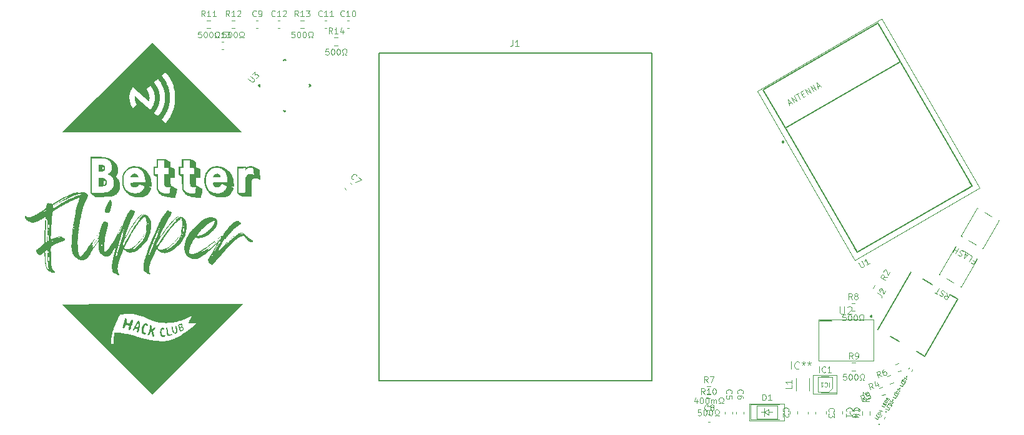
<source format=gbr>
%TF.GenerationSoftware,Flux,Pcbnew,7.0.11-7.0.11~ubuntu20.04.1*%
%TF.CreationDate,2024-08-16T13:12:05+00:00*%
%TF.ProjectId,input,696e7075-742e-46b6-9963-61645f706362,rev?*%
%TF.SameCoordinates,Original*%
%TF.FileFunction,Legend,Top*%
%TF.FilePolarity,Positive*%
%FSLAX46Y46*%
G04 Gerber Fmt 4.6, Leading zero omitted, Abs format (unit mm)*
G04 Filename: betterflipperzero*
G04 Build it with Flux! Visit our site at: https://www.flux.ai (PCBNEW 7.0.11-7.0.11~ubuntu20.04.1) date 2024-08-16 13:12:05*
%MOMM*%
%LPD*%
G01*
G04 APERTURE LIST*
%ADD10C,0.095000*%
%ADD11C,0.047500*%
%ADD12C,0.120650*%
%ADD13C,0.066500*%
%ADD14C,0.120000*%
%ADD15C,0.100000*%
%ADD16C,0.150000*%
%ADD17C,0.050000*%
%ADD18C,0.200000*%
%ADD19C,0.127000*%
G04 APERTURE END LIST*
D10*
X32990532Y-17616467D02*
X32952437Y-17578371D01*
X32952437Y-17578371D02*
X32914341Y-17464086D01*
X32914341Y-17464086D02*
X32914341Y-17387895D01*
X32914341Y-17387895D02*
X32952437Y-17273609D01*
X32952437Y-17273609D02*
X33028627Y-17197419D01*
X33028627Y-17197419D02*
X33104817Y-17159324D01*
X33104817Y-17159324D02*
X33257198Y-17121228D01*
X33257198Y-17121228D02*
X33371484Y-17121228D01*
X33371484Y-17121228D02*
X33523865Y-17159324D01*
X33523865Y-17159324D02*
X33600056Y-17197419D01*
X33600056Y-17197419D02*
X33676246Y-17273609D01*
X33676246Y-17273609D02*
X33714341Y-17387895D01*
X33714341Y-17387895D02*
X33714341Y-17464086D01*
X33714341Y-17464086D02*
X33676246Y-17578371D01*
X33676246Y-17578371D02*
X33638151Y-17616467D01*
X33714341Y-18302181D02*
X33714341Y-18149800D01*
X33714341Y-18149800D02*
X33676246Y-18073609D01*
X33676246Y-18073609D02*
X33638151Y-18035514D01*
X33638151Y-18035514D02*
X33523865Y-17959324D01*
X33523865Y-17959324D02*
X33371484Y-17921228D01*
X33371484Y-17921228D02*
X33066722Y-17921228D01*
X33066722Y-17921228D02*
X32990532Y-17959324D01*
X32990532Y-17959324D02*
X32952437Y-17997419D01*
X32952437Y-17997419D02*
X32914341Y-18073609D01*
X32914341Y-18073609D02*
X32914341Y-18225990D01*
X32914341Y-18225990D02*
X32952437Y-18302181D01*
X32952437Y-18302181D02*
X32990532Y-18340276D01*
X32990532Y-18340276D02*
X33066722Y-18378371D01*
X33066722Y-18378371D02*
X33257198Y-18378371D01*
X33257198Y-18378371D02*
X33333389Y-18340276D01*
X33333389Y-18340276D02*
X33371484Y-18302181D01*
X33371484Y-18302181D02*
X33409579Y-18225990D01*
X33409579Y-18225990D02*
X33409579Y-18073609D01*
X33409579Y-18073609D02*
X33371484Y-17997419D01*
X33371484Y-17997419D02*
X33333389Y-17959324D01*
X33333389Y-17959324D02*
X33257198Y-17921228D01*
X-20412885Y33576135D02*
X-20450981Y33538040D01*
X-20450981Y33538040D02*
X-20565266Y33499944D01*
X-20565266Y33499944D02*
X-20641457Y33499944D01*
X-20641457Y33499944D02*
X-20755743Y33538040D01*
X-20755743Y33538040D02*
X-20831933Y33614230D01*
X-20831933Y33614230D02*
X-20870028Y33690420D01*
X-20870028Y33690420D02*
X-20908124Y33842801D01*
X-20908124Y33842801D02*
X-20908124Y33957087D01*
X-20908124Y33957087D02*
X-20870028Y34109468D01*
X-20870028Y34109468D02*
X-20831933Y34185659D01*
X-20831933Y34185659D02*
X-20755743Y34261849D01*
X-20755743Y34261849D02*
X-20641457Y34299944D01*
X-20641457Y34299944D02*
X-20565266Y34299944D01*
X-20565266Y34299944D02*
X-20450981Y34261849D01*
X-20450981Y34261849D02*
X-20412885Y34223754D01*
X-19650981Y33499944D02*
X-20108124Y33499944D01*
X-19879552Y33499944D02*
X-19879552Y34299944D01*
X-19879552Y34299944D02*
X-19955743Y34185659D01*
X-19955743Y34185659D02*
X-20031933Y34109468D01*
X-20031933Y34109468D02*
X-20108124Y34071373D01*
X-19155742Y34299944D02*
X-19079552Y34299944D01*
X-19079552Y34299944D02*
X-19003361Y34261849D01*
X-19003361Y34261849D02*
X-18965266Y34223754D01*
X-18965266Y34223754D02*
X-18927171Y34147563D01*
X-18927171Y34147563D02*
X-18889076Y33995182D01*
X-18889076Y33995182D02*
X-18889076Y33804706D01*
X-18889076Y33804706D02*
X-18927171Y33652325D01*
X-18927171Y33652325D02*
X-18965266Y33576135D01*
X-18965266Y33576135D02*
X-19003361Y33538040D01*
X-19003361Y33538040D02*
X-19079552Y33499944D01*
X-19079552Y33499944D02*
X-19155742Y33499944D01*
X-19155742Y33499944D02*
X-19231933Y33538040D01*
X-19231933Y33538040D02*
X-19270028Y33576135D01*
X-19270028Y33576135D02*
X-19308123Y33652325D01*
X-19308123Y33652325D02*
X-19346219Y33804706D01*
X-19346219Y33804706D02*
X-19346219Y33995182D01*
X-19346219Y33995182D02*
X-19308123Y34147563D01*
X-19308123Y34147563D02*
X-19270028Y34223754D01*
X-19270028Y34223754D02*
X-19231933Y34261849D01*
X-19231933Y34261849D02*
X-19155742Y34299944D01*
D11*
X52010090Y-20980538D02*
X51914852Y-21145496D01*
X51914852Y-21145496D02*
X51568442Y-20945496D01*
X51895304Y-20760306D02*
X51961971Y-20644836D01*
X52171995Y-20700111D02*
X52076757Y-20865068D01*
X52076757Y-20865068D02*
X51730347Y-20665068D01*
X51730347Y-20665068D02*
X51825585Y-20500111D01*
X52257709Y-20551649D02*
X51911299Y-20351649D01*
X51911299Y-20351649D02*
X51958918Y-20269170D01*
X51958918Y-20269170D02*
X52003985Y-20229207D01*
X52003985Y-20229207D02*
X52056025Y-20215263D01*
X52056025Y-20215263D02*
X52098540Y-20217815D01*
X52098540Y-20217815D02*
X52174046Y-20239415D01*
X52174046Y-20239415D02*
X52223534Y-20267986D01*
X52223534Y-20267986D02*
X52279993Y-20322577D01*
X52279993Y-20322577D02*
X52303460Y-20358120D01*
X52303460Y-20358120D02*
X52317404Y-20410160D01*
X52317404Y-20410160D02*
X52305328Y-20469170D01*
X52305328Y-20469170D02*
X52257709Y-20551649D01*
X52312484Y-19923444D02*
X52543424Y-20056777D01*
X52132899Y-19929732D02*
X52332716Y-20155068D01*
X52332716Y-20155068D02*
X52456525Y-19940624D01*
D10*
X27433899Y-18466821D02*
X27433899Y-19000155D01*
X27243423Y-18162060D02*
X27052946Y-18733488D01*
X27052946Y-18733488D02*
X27548185Y-18733488D01*
X28005328Y-18200155D02*
X28081518Y-18200155D01*
X28081518Y-18200155D02*
X28157709Y-18238250D01*
X28157709Y-18238250D02*
X28195804Y-18276345D01*
X28195804Y-18276345D02*
X28233899Y-18352536D01*
X28233899Y-18352536D02*
X28271994Y-18504917D01*
X28271994Y-18504917D02*
X28271994Y-18695393D01*
X28271994Y-18695393D02*
X28233899Y-18847774D01*
X28233899Y-18847774D02*
X28195804Y-18923964D01*
X28195804Y-18923964D02*
X28157709Y-18962060D01*
X28157709Y-18962060D02*
X28081518Y-19000155D01*
X28081518Y-19000155D02*
X28005328Y-19000155D01*
X28005328Y-19000155D02*
X27929137Y-18962060D01*
X27929137Y-18962060D02*
X27891042Y-18923964D01*
X27891042Y-18923964D02*
X27852947Y-18847774D01*
X27852947Y-18847774D02*
X27814851Y-18695393D01*
X27814851Y-18695393D02*
X27814851Y-18504917D01*
X27814851Y-18504917D02*
X27852947Y-18352536D01*
X27852947Y-18352536D02*
X27891042Y-18276345D01*
X27891042Y-18276345D02*
X27929137Y-18238250D01*
X27929137Y-18238250D02*
X28005328Y-18200155D01*
X28767233Y-18200155D02*
X28843423Y-18200155D01*
X28843423Y-18200155D02*
X28919614Y-18238250D01*
X28919614Y-18238250D02*
X28957709Y-18276345D01*
X28957709Y-18276345D02*
X28995804Y-18352536D01*
X28995804Y-18352536D02*
X29033899Y-18504917D01*
X29033899Y-18504917D02*
X29033899Y-18695393D01*
X29033899Y-18695393D02*
X28995804Y-18847774D01*
X28995804Y-18847774D02*
X28957709Y-18923964D01*
X28957709Y-18923964D02*
X28919614Y-18962060D01*
X28919614Y-18962060D02*
X28843423Y-19000155D01*
X28843423Y-19000155D02*
X28767233Y-19000155D01*
X28767233Y-19000155D02*
X28691042Y-18962060D01*
X28691042Y-18962060D02*
X28652947Y-18923964D01*
X28652947Y-18923964D02*
X28614852Y-18847774D01*
X28614852Y-18847774D02*
X28576756Y-18695393D01*
X28576756Y-18695393D02*
X28576756Y-18504917D01*
X28576756Y-18504917D02*
X28614852Y-18352536D01*
X28614852Y-18352536D02*
X28652947Y-18276345D01*
X28652947Y-18276345D02*
X28691042Y-18238250D01*
X28691042Y-18238250D02*
X28767233Y-18200155D01*
X29376757Y-19000155D02*
X29376757Y-18466821D01*
X29376757Y-18543012D02*
X29414852Y-18504917D01*
X29414852Y-18504917D02*
X29491042Y-18466821D01*
X29491042Y-18466821D02*
X29605328Y-18466821D01*
X29605328Y-18466821D02*
X29681519Y-18504917D01*
X29681519Y-18504917D02*
X29719614Y-18581107D01*
X29719614Y-18581107D02*
X29719614Y-19000155D01*
X29719614Y-18581107D02*
X29757709Y-18504917D01*
X29757709Y-18504917D02*
X29833900Y-18466821D01*
X29833900Y-18466821D02*
X29948185Y-18466821D01*
X29948185Y-18466821D02*
X30024376Y-18504917D01*
X30024376Y-18504917D02*
X30062471Y-18581107D01*
X30062471Y-18581107D02*
X30062471Y-19000155D01*
X30405328Y-19000155D02*
X30595805Y-19000155D01*
X30595805Y-19000155D02*
X30595805Y-18847774D01*
X30595805Y-18847774D02*
X30519614Y-18809679D01*
X30519614Y-18809679D02*
X30443424Y-18733488D01*
X30443424Y-18733488D02*
X30405328Y-18619202D01*
X30405328Y-18619202D02*
X30405328Y-18428726D01*
X30405328Y-18428726D02*
X30443424Y-18314440D01*
X30443424Y-18314440D02*
X30519614Y-18238250D01*
X30519614Y-18238250D02*
X30633900Y-18200155D01*
X30633900Y-18200155D02*
X30786281Y-18200155D01*
X30786281Y-18200155D02*
X30900567Y-18238250D01*
X30900567Y-18238250D02*
X30976757Y-18314440D01*
X30976757Y-18314440D02*
X31014852Y-18428726D01*
X31014852Y-18428726D02*
X31014852Y-18619202D01*
X31014852Y-18619202D02*
X30976757Y-18733488D01*
X30976757Y-18733488D02*
X30900567Y-18809679D01*
X30900567Y-18809679D02*
X30824376Y-18847774D01*
X30824376Y-18847774D02*
X30824376Y-19000155D01*
X30824376Y-19000155D02*
X31014852Y-19000155D01*
X28900567Y-16140155D02*
X28633900Y-15759202D01*
X28443424Y-16140155D02*
X28443424Y-15340155D01*
X28443424Y-15340155D02*
X28748186Y-15340155D01*
X28748186Y-15340155D02*
X28824376Y-15378250D01*
X28824376Y-15378250D02*
X28862471Y-15416345D01*
X28862471Y-15416345D02*
X28900567Y-15492536D01*
X28900567Y-15492536D02*
X28900567Y-15606821D01*
X28900567Y-15606821D02*
X28862471Y-15683012D01*
X28862471Y-15683012D02*
X28824376Y-15721107D01*
X28824376Y-15721107D02*
X28748186Y-15759202D01*
X28748186Y-15759202D02*
X28443424Y-15759202D01*
X29167233Y-15340155D02*
X29700567Y-15340155D01*
X29700567Y-15340155D02*
X29357709Y-16140155D01*
X45342435Y-20116464D02*
X45304340Y-20078368D01*
X45304340Y-20078368D02*
X45266244Y-19964083D01*
X45266244Y-19964083D02*
X45266244Y-19887892D01*
X45266244Y-19887892D02*
X45304340Y-19773606D01*
X45304340Y-19773606D02*
X45380530Y-19697416D01*
X45380530Y-19697416D02*
X45456720Y-19659321D01*
X45456720Y-19659321D02*
X45609101Y-19621225D01*
X45609101Y-19621225D02*
X45723387Y-19621225D01*
X45723387Y-19621225D02*
X45875768Y-19659321D01*
X45875768Y-19659321D02*
X45951959Y-19697416D01*
X45951959Y-19697416D02*
X46028149Y-19773606D01*
X46028149Y-19773606D02*
X46066244Y-19887892D01*
X46066244Y-19887892D02*
X46066244Y-19964083D01*
X46066244Y-19964083D02*
X46028149Y-20078368D01*
X46028149Y-20078368D02*
X45990054Y-20116464D01*
X46066244Y-20383130D02*
X46066244Y-20878368D01*
X46066244Y-20878368D02*
X45761482Y-20611702D01*
X45761482Y-20611702D02*
X45761482Y-20725987D01*
X45761482Y-20725987D02*
X45723387Y-20802178D01*
X45723387Y-20802178D02*
X45685292Y-20840273D01*
X45685292Y-20840273D02*
X45609101Y-20878368D01*
X45609101Y-20878368D02*
X45418625Y-20878368D01*
X45418625Y-20878368D02*
X45342435Y-20840273D01*
X45342435Y-20840273D02*
X45304340Y-20802178D01*
X45304340Y-20802178D02*
X45266244Y-20725987D01*
X45266244Y-20725987D02*
X45266244Y-20497416D01*
X45266244Y-20497416D02*
X45304340Y-20421225D01*
X45304340Y-20421225D02*
X45342435Y-20383130D01*
X49314455Y-20404037D02*
X48933502Y-20670704D01*
X49314455Y-20861180D02*
X48514455Y-20861180D01*
X48514455Y-20861180D02*
X48514455Y-20556418D01*
X48514455Y-20556418D02*
X48552550Y-20480228D01*
X48552550Y-20480228D02*
X48590645Y-20442133D01*
X48590645Y-20442133D02*
X48666836Y-20404037D01*
X48666836Y-20404037D02*
X48781121Y-20404037D01*
X48781121Y-20404037D02*
X48857312Y-20442133D01*
X48857312Y-20442133D02*
X48895407Y-20480228D01*
X48895407Y-20480228D02*
X48933502Y-20556418D01*
X48933502Y-20556418D02*
X48933502Y-20861180D01*
X49314455Y-19642133D02*
X49314455Y-20099276D01*
X49314455Y-19870704D02*
X48514455Y-19870704D01*
X48514455Y-19870704D02*
X48628740Y-19946895D01*
X48628740Y-19946895D02*
X48704931Y-20023085D01*
X48704931Y-20023085D02*
X48743026Y-20099276D01*
X53218162Y-1843788D02*
X52754914Y-1884252D01*
X52989590Y-2239685D02*
X52296770Y-1839685D01*
X52296770Y-1839685D02*
X52449151Y-1575754D01*
X52449151Y-1575754D02*
X52520238Y-1528818D01*
X52520238Y-1528818D02*
X52572277Y-1514875D01*
X52572277Y-1514875D02*
X52657307Y-1519978D01*
X52657307Y-1519978D02*
X52756282Y-1577121D01*
X52756282Y-1577121D02*
X52803217Y-1648208D01*
X52803217Y-1648208D02*
X52817161Y-1700247D01*
X52817161Y-1700247D02*
X52812057Y-1785277D01*
X52812057Y-1785277D02*
X52659676Y-2049209D01*
X52743705Y-1217952D02*
X52729761Y-1165912D01*
X52729761Y-1165912D02*
X52734865Y-1080882D01*
X52734865Y-1080882D02*
X52830103Y-915925D01*
X52830103Y-915925D02*
X52901190Y-868989D01*
X52901190Y-868989D02*
X52953229Y-855046D01*
X52953229Y-855046D02*
X53038260Y-860149D01*
X53038260Y-860149D02*
X53104242Y-898245D01*
X53104242Y-898245D02*
X53184169Y-988379D01*
X53184169Y-988379D02*
X53351495Y-1612848D01*
X53351495Y-1612848D02*
X53599114Y-1183959D01*
D12*
D10*
X-33428467Y25100691D02*
X-32970531Y24642755D01*
X-32970531Y24642755D02*
X-32889719Y24615818D01*
X-32889719Y24615818D02*
X-32835844Y24615818D01*
X-32835844Y24615818D02*
X-32755032Y24642755D01*
X-32755032Y24642755D02*
X-32647282Y24750505D01*
X-32647282Y24750505D02*
X-32620345Y24831317D01*
X-32620345Y24831317D02*
X-32620345Y24885192D01*
X-32620345Y24885192D02*
X-32647282Y24966004D01*
X-32647282Y24966004D02*
X-33105218Y25423940D01*
X-32889719Y25639439D02*
X-32539533Y25989625D01*
X-32539533Y25989625D02*
X-32512595Y25585564D01*
X-32512595Y25585564D02*
X-32431783Y25666376D01*
X-32431783Y25666376D02*
X-32350971Y25693313D01*
X-32350971Y25693313D02*
X-32297096Y25693313D01*
X-32297096Y25693313D02*
X-32216284Y25666376D01*
X-32216284Y25666376D02*
X-32081597Y25531689D01*
X-32081597Y25531689D02*
X-32054659Y25450877D01*
X-32054659Y25450877D02*
X-32054659Y25397002D01*
X-32054659Y25397002D02*
X-32081597Y25316190D01*
X-32081597Y25316190D02*
X-32243221Y25154565D01*
X-32243221Y25154565D02*
X-32324033Y25127628D01*
X-32324033Y25127628D02*
X-32377908Y25127628D01*
D11*
X52948090Y-19325538D02*
X52852852Y-19490496D01*
X52852852Y-19490496D02*
X52506442Y-19290496D01*
X52833304Y-19105306D02*
X52899971Y-18989836D01*
X53109995Y-19045111D02*
X53014757Y-19210068D01*
X53014757Y-19210068D02*
X52668347Y-19010068D01*
X52668347Y-19010068D02*
X52763585Y-18845111D01*
X53195709Y-18896649D02*
X52849299Y-18696649D01*
X52849299Y-18696649D02*
X52896918Y-18614170D01*
X52896918Y-18614170D02*
X52941985Y-18574207D01*
X52941985Y-18574207D02*
X52994025Y-18560263D01*
X52994025Y-18560263D02*
X53036540Y-18562815D01*
X53036540Y-18562815D02*
X53112046Y-18584415D01*
X53112046Y-18584415D02*
X53161534Y-18612986D01*
X53161534Y-18612986D02*
X53217993Y-18667577D01*
X53217993Y-18667577D02*
X53241460Y-18703120D01*
X53241460Y-18703120D02*
X53255404Y-18755160D01*
X53255404Y-18755160D02*
X53243328Y-18814170D01*
X53243328Y-18814170D02*
X53195709Y-18896649D01*
X53144537Y-18185282D02*
X53049299Y-18350239D01*
X53049299Y-18350239D02*
X53204733Y-18461973D01*
X53204733Y-18461973D02*
X53197761Y-18435953D01*
X53197761Y-18435953D02*
X53200313Y-18393438D01*
X53200313Y-18393438D02*
X53247932Y-18310959D01*
X53247932Y-18310959D02*
X53283475Y-18287492D01*
X53283475Y-18287492D02*
X53309495Y-18280520D01*
X53309495Y-18280520D02*
X53352010Y-18283072D01*
X53352010Y-18283072D02*
X53434488Y-18330691D01*
X53434488Y-18330691D02*
X53457956Y-18366234D01*
X53457956Y-18366234D02*
X53464928Y-18392254D01*
X53464928Y-18392254D02*
X53462376Y-18434769D01*
X53462376Y-18434769D02*
X53414757Y-18517247D01*
X53414757Y-18517247D02*
X53379214Y-18540715D01*
X53379214Y-18540715D02*
X53353194Y-18547687D01*
D10*
X36324324Y-18531155D02*
X36324324Y-17731155D01*
X36324324Y-17731155D02*
X36514800Y-17731155D01*
X36514800Y-17731155D02*
X36629086Y-17769250D01*
X36629086Y-17769250D02*
X36705276Y-17845440D01*
X36705276Y-17845440D02*
X36743371Y-17921631D01*
X36743371Y-17921631D02*
X36781467Y-18074012D01*
X36781467Y-18074012D02*
X36781467Y-18188298D01*
X36781467Y-18188298D02*
X36743371Y-18340679D01*
X36743371Y-18340679D02*
X36705276Y-18416869D01*
X36705276Y-18416869D02*
X36629086Y-18493060D01*
X36629086Y-18493060D02*
X36514800Y-18531155D01*
X36514800Y-18531155D02*
X36324324Y-18531155D01*
X37543371Y-18531155D02*
X37086228Y-18531155D01*
X37314800Y-18531155D02*
X37314800Y-17731155D01*
X37314800Y-17731155D02*
X37238609Y-17845440D01*
X37238609Y-17845440D02*
X37162419Y-17921631D01*
X37162419Y-17921631D02*
X37086228Y-17959726D01*
X36324324Y-18531155D02*
X36324324Y-17731155D01*
X36324324Y-17731155D02*
X36514800Y-17731155D01*
X36514800Y-17731155D02*
X36629086Y-17769250D01*
X36629086Y-17769250D02*
X36705276Y-17845440D01*
X36705276Y-17845440D02*
X36743371Y-17921631D01*
X36743371Y-17921631D02*
X36781467Y-18074012D01*
X36781467Y-18074012D02*
X36781467Y-18188298D01*
X36781467Y-18188298D02*
X36743371Y-18340679D01*
X36743371Y-18340679D02*
X36705276Y-18416869D01*
X36705276Y-18416869D02*
X36629086Y-18493060D01*
X36629086Y-18493060D02*
X36514800Y-18531155D01*
X36514800Y-18531155D02*
X36324324Y-18531155D01*
X37543371Y-18531155D02*
X37086228Y-18531155D01*
X37314800Y-18531155D02*
X37314800Y-17731155D01*
X37314800Y-17731155D02*
X37238609Y-17845440D01*
X37238609Y-17845440D02*
X37162419Y-17921631D01*
X37162419Y-17921631D02*
X37086228Y-17959726D01*
X-19161744Y11395912D02*
X-19215619Y11395912D01*
X-19215619Y11395912D02*
X-19323368Y11449787D01*
X-19323368Y11449787D02*
X-19377243Y11503662D01*
X-19377243Y11503662D02*
X-19431118Y11611411D01*
X-19431118Y11611411D02*
X-19431118Y11719161D01*
X-19431118Y11719161D02*
X-19404181Y11799973D01*
X-19404181Y11799973D02*
X-19323368Y11934660D01*
X-19323368Y11934660D02*
X-19242556Y12015472D01*
X-19242556Y12015472D02*
X-19107869Y12096285D01*
X-19107869Y12096285D02*
X-19027057Y12123222D01*
X-19027057Y12123222D02*
X-18919307Y12123222D01*
X-18919307Y12123222D02*
X-18811558Y12069347D01*
X-18811558Y12069347D02*
X-18757683Y12015472D01*
X-18757683Y12015472D02*
X-18703808Y11907723D01*
X-18703808Y11907723D02*
X-18703808Y11853848D01*
X-18461372Y11719161D02*
X-18084248Y11342037D01*
X-18084248Y11342037D02*
X-18892370Y11018789D01*
X-37412685Y30701335D02*
X-37450781Y30663240D01*
X-37450781Y30663240D02*
X-37565066Y30625144D01*
X-37565066Y30625144D02*
X-37641257Y30625144D01*
X-37641257Y30625144D02*
X-37755543Y30663240D01*
X-37755543Y30663240D02*
X-37831733Y30739430D01*
X-37831733Y30739430D02*
X-37869828Y30815620D01*
X-37869828Y30815620D02*
X-37907924Y30968001D01*
X-37907924Y30968001D02*
X-37907924Y31082287D01*
X-37907924Y31082287D02*
X-37869828Y31234668D01*
X-37869828Y31234668D02*
X-37831733Y31310859D01*
X-37831733Y31310859D02*
X-37755543Y31387049D01*
X-37755543Y31387049D02*
X-37641257Y31425144D01*
X-37641257Y31425144D02*
X-37565066Y31425144D01*
X-37565066Y31425144D02*
X-37450781Y31387049D01*
X-37450781Y31387049D02*
X-37412685Y31348954D01*
X-36650781Y30625144D02*
X-37107924Y30625144D01*
X-36879352Y30625144D02*
X-36879352Y31425144D01*
X-36879352Y31425144D02*
X-36955543Y31310859D01*
X-36955543Y31310859D02*
X-37031733Y31234668D01*
X-37031733Y31234668D02*
X-37107924Y31196573D01*
X-36384114Y31425144D02*
X-35888876Y31425144D01*
X-35888876Y31425144D02*
X-36155542Y31120382D01*
X-36155542Y31120382D02*
X-36041257Y31120382D01*
X-36041257Y31120382D02*
X-35965066Y31082287D01*
X-35965066Y31082287D02*
X-35926971Y31044192D01*
X-35926971Y31044192D02*
X-35888876Y30968001D01*
X-35888876Y30968001D02*
X-35888876Y30777525D01*
X-35888876Y30777525D02*
X-35926971Y30701335D01*
X-35926971Y30701335D02*
X-35965066Y30663240D01*
X-35965066Y30663240D02*
X-36041257Y30625144D01*
X-36041257Y30625144D02*
X-36269828Y30625144D01*
X-36269828Y30625144D02*
X-36346019Y30663240D01*
X-36346019Y30663240D02*
X-36384114Y30701335D01*
X40244555Y-16537340D02*
X40244555Y-16918292D01*
X40244555Y-16918292D02*
X39444555Y-16918292D01*
X40244555Y-15851626D02*
X40244555Y-16308769D01*
X40244555Y-16080197D02*
X39444555Y-16080197D01*
X39444555Y-16080197D02*
X39558840Y-16156388D01*
X39558840Y-16156388D02*
X39635031Y-16232578D01*
X39635031Y-16232578D02*
X39673126Y-16308769D01*
X28950567Y-19883764D02*
X28912471Y-19921860D01*
X28912471Y-19921860D02*
X28798186Y-19959955D01*
X28798186Y-19959955D02*
X28721995Y-19959955D01*
X28721995Y-19959955D02*
X28607709Y-19921860D01*
X28607709Y-19921860D02*
X28531519Y-19845669D01*
X28531519Y-19845669D02*
X28493424Y-19769479D01*
X28493424Y-19769479D02*
X28455328Y-19617098D01*
X28455328Y-19617098D02*
X28455328Y-19502812D01*
X28455328Y-19502812D02*
X28493424Y-19350431D01*
X28493424Y-19350431D02*
X28531519Y-19274240D01*
X28531519Y-19274240D02*
X28607709Y-19198050D01*
X28607709Y-19198050D02*
X28721995Y-19159955D01*
X28721995Y-19159955D02*
X28798186Y-19159955D01*
X28798186Y-19159955D02*
X28912471Y-19198050D01*
X28912471Y-19198050D02*
X28950567Y-19236145D01*
X29407709Y-19502812D02*
X29331519Y-19464717D01*
X29331519Y-19464717D02*
X29293424Y-19426621D01*
X29293424Y-19426621D02*
X29255328Y-19350431D01*
X29255328Y-19350431D02*
X29255328Y-19312336D01*
X29255328Y-19312336D02*
X29293424Y-19236145D01*
X29293424Y-19236145D02*
X29331519Y-19198050D01*
X29331519Y-19198050D02*
X29407709Y-19159955D01*
X29407709Y-19159955D02*
X29560090Y-19159955D01*
X29560090Y-19159955D02*
X29636281Y-19198050D01*
X29636281Y-19198050D02*
X29674376Y-19236145D01*
X29674376Y-19236145D02*
X29712471Y-19312336D01*
X29712471Y-19312336D02*
X29712471Y-19350431D01*
X29712471Y-19350431D02*
X29674376Y-19426621D01*
X29674376Y-19426621D02*
X29636281Y-19464717D01*
X29636281Y-19464717D02*
X29560090Y-19502812D01*
X29560090Y-19502812D02*
X29407709Y-19502812D01*
X29407709Y-19502812D02*
X29331519Y-19540907D01*
X29331519Y-19540907D02*
X29293424Y-19579002D01*
X29293424Y-19579002D02*
X29255328Y-19655193D01*
X29255328Y-19655193D02*
X29255328Y-19807574D01*
X29255328Y-19807574D02*
X29293424Y-19883764D01*
X29293424Y-19883764D02*
X29331519Y-19921860D01*
X29331519Y-19921860D02*
X29407709Y-19959955D01*
X29407709Y-19959955D02*
X29560090Y-19959955D01*
X29560090Y-19959955D02*
X29636281Y-19921860D01*
X29636281Y-19921860D02*
X29674376Y-19883764D01*
X29674376Y-19883764D02*
X29712471Y-19807574D01*
X29712471Y-19807574D02*
X29712471Y-19655193D01*
X29712471Y-19655193D02*
X29674376Y-19579002D01*
X29674376Y-19579002D02*
X29636281Y-19540907D01*
X29636281Y-19540907D02*
X29560090Y-19502812D01*
X-22527171Y29120744D02*
X-22908123Y29120744D01*
X-22908123Y29120744D02*
X-22946219Y28739792D01*
X-22946219Y28739792D02*
X-22908123Y28777887D01*
X-22908123Y28777887D02*
X-22831933Y28815982D01*
X-22831933Y28815982D02*
X-22641457Y28815982D01*
X-22641457Y28815982D02*
X-22565266Y28777887D01*
X-22565266Y28777887D02*
X-22527171Y28739792D01*
X-22527171Y28739792D02*
X-22489076Y28663601D01*
X-22489076Y28663601D02*
X-22489076Y28473125D01*
X-22489076Y28473125D02*
X-22527171Y28396935D01*
X-22527171Y28396935D02*
X-22565266Y28358840D01*
X-22565266Y28358840D02*
X-22641457Y28320744D01*
X-22641457Y28320744D02*
X-22831933Y28320744D01*
X-22831933Y28320744D02*
X-22908123Y28358840D01*
X-22908123Y28358840D02*
X-22946219Y28396935D01*
X-21993837Y29120744D02*
X-21917647Y29120744D01*
X-21917647Y29120744D02*
X-21841456Y29082649D01*
X-21841456Y29082649D02*
X-21803361Y29044554D01*
X-21803361Y29044554D02*
X-21765266Y28968363D01*
X-21765266Y28968363D02*
X-21727171Y28815982D01*
X-21727171Y28815982D02*
X-21727171Y28625506D01*
X-21727171Y28625506D02*
X-21765266Y28473125D01*
X-21765266Y28473125D02*
X-21803361Y28396935D01*
X-21803361Y28396935D02*
X-21841456Y28358840D01*
X-21841456Y28358840D02*
X-21917647Y28320744D01*
X-21917647Y28320744D02*
X-21993837Y28320744D01*
X-21993837Y28320744D02*
X-22070028Y28358840D01*
X-22070028Y28358840D02*
X-22108123Y28396935D01*
X-22108123Y28396935D02*
X-22146218Y28473125D01*
X-22146218Y28473125D02*
X-22184314Y28625506D01*
X-22184314Y28625506D02*
X-22184314Y28815982D01*
X-22184314Y28815982D02*
X-22146218Y28968363D01*
X-22146218Y28968363D02*
X-22108123Y29044554D01*
X-22108123Y29044554D02*
X-22070028Y29082649D01*
X-22070028Y29082649D02*
X-21993837Y29120744D01*
X-21231932Y29120744D02*
X-21155742Y29120744D01*
X-21155742Y29120744D02*
X-21079551Y29082649D01*
X-21079551Y29082649D02*
X-21041456Y29044554D01*
X-21041456Y29044554D02*
X-21003361Y28968363D01*
X-21003361Y28968363D02*
X-20965266Y28815982D01*
X-20965266Y28815982D02*
X-20965266Y28625506D01*
X-20965266Y28625506D02*
X-21003361Y28473125D01*
X-21003361Y28473125D02*
X-21041456Y28396935D01*
X-21041456Y28396935D02*
X-21079551Y28358840D01*
X-21079551Y28358840D02*
X-21155742Y28320744D01*
X-21155742Y28320744D02*
X-21231932Y28320744D01*
X-21231932Y28320744D02*
X-21308123Y28358840D01*
X-21308123Y28358840D02*
X-21346218Y28396935D01*
X-21346218Y28396935D02*
X-21384313Y28473125D01*
X-21384313Y28473125D02*
X-21422409Y28625506D01*
X-21422409Y28625506D02*
X-21422409Y28815982D01*
X-21422409Y28815982D02*
X-21384313Y28968363D01*
X-21384313Y28968363D02*
X-21346218Y29044554D01*
X-21346218Y29044554D02*
X-21308123Y29082649D01*
X-21308123Y29082649D02*
X-21231932Y29120744D01*
X-20660504Y28320744D02*
X-20470027Y28320744D01*
X-20470027Y28320744D02*
X-20470027Y28473125D01*
X-20470027Y28473125D02*
X-20546218Y28511220D01*
X-20546218Y28511220D02*
X-20622408Y28587411D01*
X-20622408Y28587411D02*
X-20660504Y28701697D01*
X-20660504Y28701697D02*
X-20660504Y28892173D01*
X-20660504Y28892173D02*
X-20622408Y29006459D01*
X-20622408Y29006459D02*
X-20546218Y29082649D01*
X-20546218Y29082649D02*
X-20431932Y29120744D01*
X-20431932Y29120744D02*
X-20279551Y29120744D01*
X-20279551Y29120744D02*
X-20165265Y29082649D01*
X-20165265Y29082649D02*
X-20089075Y29006459D01*
X-20089075Y29006459D02*
X-20050980Y28892173D01*
X-20050980Y28892173D02*
X-20050980Y28701697D01*
X-20050980Y28701697D02*
X-20089075Y28587411D01*
X-20089075Y28587411D02*
X-20165265Y28511220D01*
X-20165265Y28511220D02*
X-20241456Y28473125D01*
X-20241456Y28473125D02*
X-20241456Y28320744D01*
X-20241456Y28320744D02*
X-20050980Y28320744D01*
X-22012885Y31180744D02*
X-22279552Y31561697D01*
X-22470028Y31180744D02*
X-22470028Y31980744D01*
X-22470028Y31980744D02*
X-22165266Y31980744D01*
X-22165266Y31980744D02*
X-22089076Y31942649D01*
X-22089076Y31942649D02*
X-22050981Y31904554D01*
X-22050981Y31904554D02*
X-22012885Y31828363D01*
X-22012885Y31828363D02*
X-22012885Y31714078D01*
X-22012885Y31714078D02*
X-22050981Y31637887D01*
X-22050981Y31637887D02*
X-22089076Y31599792D01*
X-22089076Y31599792D02*
X-22165266Y31561697D01*
X-22165266Y31561697D02*
X-22470028Y31561697D01*
X-21250981Y31180744D02*
X-21708124Y31180744D01*
X-21479552Y31180744D02*
X-21479552Y31980744D01*
X-21479552Y31980744D02*
X-21555743Y31866459D01*
X-21555743Y31866459D02*
X-21631933Y31790268D01*
X-21631933Y31790268D02*
X-21708124Y31752173D01*
X-20565266Y31714078D02*
X-20565266Y31180744D01*
X-20755742Y32018840D02*
X-20946219Y31447411D01*
X-20946219Y31447411D02*
X-20450980Y31447411D01*
D11*
X55369811Y-16502788D02*
X55274573Y-16667746D01*
X55274573Y-16667746D02*
X54928163Y-16467746D01*
X55255025Y-16282556D02*
X55321692Y-16167086D01*
X55531716Y-16222361D02*
X55436478Y-16387318D01*
X55436478Y-16387318D02*
X55090068Y-16187318D01*
X55090068Y-16187318D02*
X55185306Y-16022361D01*
X55617430Y-16073899D02*
X55271020Y-15873899D01*
X55271020Y-15873899D02*
X55318639Y-15791420D01*
X55318639Y-15791420D02*
X55363706Y-15751457D01*
X55363706Y-15751457D02*
X55415746Y-15737513D01*
X55415746Y-15737513D02*
X55458261Y-15740065D01*
X55458261Y-15740065D02*
X55533767Y-15761665D01*
X55533767Y-15761665D02*
X55583255Y-15790236D01*
X55583255Y-15790236D02*
X55639714Y-15844827D01*
X55639714Y-15844827D02*
X55663181Y-15880370D01*
X55663181Y-15880370D02*
X55677125Y-15932410D01*
X55677125Y-15932410D02*
X55665049Y-15991420D01*
X55665049Y-15991420D02*
X55617430Y-16073899D01*
X55922192Y-15546036D02*
X55807907Y-15743985D01*
X55865049Y-15645010D02*
X55518639Y-15445010D01*
X55518639Y-15445010D02*
X55549079Y-15506573D01*
X55549079Y-15506573D02*
X55563023Y-15558612D01*
X55563023Y-15558612D02*
X55560471Y-15601128D01*
D10*
X48753135Y-20087362D02*
X48715040Y-20049266D01*
X48715040Y-20049266D02*
X48676944Y-19934981D01*
X48676944Y-19934981D02*
X48676944Y-19858790D01*
X48676944Y-19858790D02*
X48715040Y-19744504D01*
X48715040Y-19744504D02*
X48791230Y-19668314D01*
X48791230Y-19668314D02*
X48867420Y-19630219D01*
X48867420Y-19630219D02*
X49019801Y-19592123D01*
X49019801Y-19592123D02*
X49134087Y-19592123D01*
X49134087Y-19592123D02*
X49286468Y-19630219D01*
X49286468Y-19630219D02*
X49362659Y-19668314D01*
X49362659Y-19668314D02*
X49438849Y-19744504D01*
X49438849Y-19744504D02*
X49476944Y-19858790D01*
X49476944Y-19858790D02*
X49476944Y-19934981D01*
X49476944Y-19934981D02*
X49438849Y-20049266D01*
X49438849Y-20049266D02*
X49400754Y-20087362D01*
X49210278Y-20773076D02*
X48676944Y-20773076D01*
X49515040Y-20582600D02*
X48943611Y-20392123D01*
X48943611Y-20392123D02*
X48943611Y-20887362D01*
D11*
X54440911Y-18108388D02*
X54345673Y-18273346D01*
X54345673Y-18273346D02*
X53999263Y-18073346D01*
X54326125Y-17888156D02*
X54392792Y-17772686D01*
X54602816Y-17827961D02*
X54507578Y-17992918D01*
X54507578Y-17992918D02*
X54161168Y-17792918D01*
X54161168Y-17792918D02*
X54256406Y-17627961D01*
X54688530Y-17679499D02*
X54342120Y-17479499D01*
X54342120Y-17479499D02*
X54389739Y-17397020D01*
X54389739Y-17397020D02*
X54434806Y-17357057D01*
X54434806Y-17357057D02*
X54486846Y-17343113D01*
X54486846Y-17343113D02*
X54529361Y-17345665D01*
X54529361Y-17345665D02*
X54604867Y-17367265D01*
X54604867Y-17367265D02*
X54654355Y-17395836D01*
X54654355Y-17395836D02*
X54710814Y-17450427D01*
X54710814Y-17450427D02*
X54734281Y-17485970D01*
X54734281Y-17485970D02*
X54748225Y-17538010D01*
X54748225Y-17538010D02*
X54736149Y-17597020D01*
X54736149Y-17597020D02*
X54688530Y-17679499D01*
X54565588Y-17168632D02*
X54558616Y-17142613D01*
X54558616Y-17142613D02*
X54561168Y-17100097D01*
X54561168Y-17100097D02*
X54608787Y-17017619D01*
X54608787Y-17017619D02*
X54644330Y-16994151D01*
X54644330Y-16994151D02*
X54670350Y-16987179D01*
X54670350Y-16987179D02*
X54712865Y-16989731D01*
X54712865Y-16989731D02*
X54745856Y-17008779D01*
X54745856Y-17008779D02*
X54785820Y-17053846D01*
X54785820Y-17053846D02*
X54869483Y-17366080D01*
X54869483Y-17366080D02*
X54993292Y-17151636D01*
D10*
X27962728Y-19819055D02*
X27581776Y-19819055D01*
X27581776Y-19819055D02*
X27543680Y-20200007D01*
X27543680Y-20200007D02*
X27581776Y-20161912D01*
X27581776Y-20161912D02*
X27657966Y-20123817D01*
X27657966Y-20123817D02*
X27848442Y-20123817D01*
X27848442Y-20123817D02*
X27924633Y-20161912D01*
X27924633Y-20161912D02*
X27962728Y-20200007D01*
X27962728Y-20200007D02*
X28000823Y-20276198D01*
X28000823Y-20276198D02*
X28000823Y-20466674D01*
X28000823Y-20466674D02*
X27962728Y-20542864D01*
X27962728Y-20542864D02*
X27924633Y-20580960D01*
X27924633Y-20580960D02*
X27848442Y-20619055D01*
X27848442Y-20619055D02*
X27657966Y-20619055D01*
X27657966Y-20619055D02*
X27581776Y-20580960D01*
X27581776Y-20580960D02*
X27543680Y-20542864D01*
X28496062Y-19819055D02*
X28572252Y-19819055D01*
X28572252Y-19819055D02*
X28648443Y-19857150D01*
X28648443Y-19857150D02*
X28686538Y-19895245D01*
X28686538Y-19895245D02*
X28724633Y-19971436D01*
X28724633Y-19971436D02*
X28762728Y-20123817D01*
X28762728Y-20123817D02*
X28762728Y-20314293D01*
X28762728Y-20314293D02*
X28724633Y-20466674D01*
X28724633Y-20466674D02*
X28686538Y-20542864D01*
X28686538Y-20542864D02*
X28648443Y-20580960D01*
X28648443Y-20580960D02*
X28572252Y-20619055D01*
X28572252Y-20619055D02*
X28496062Y-20619055D01*
X28496062Y-20619055D02*
X28419871Y-20580960D01*
X28419871Y-20580960D02*
X28381776Y-20542864D01*
X28381776Y-20542864D02*
X28343681Y-20466674D01*
X28343681Y-20466674D02*
X28305585Y-20314293D01*
X28305585Y-20314293D02*
X28305585Y-20123817D01*
X28305585Y-20123817D02*
X28343681Y-19971436D01*
X28343681Y-19971436D02*
X28381776Y-19895245D01*
X28381776Y-19895245D02*
X28419871Y-19857150D01*
X28419871Y-19857150D02*
X28496062Y-19819055D01*
X29257967Y-19819055D02*
X29334157Y-19819055D01*
X29334157Y-19819055D02*
X29410348Y-19857150D01*
X29410348Y-19857150D02*
X29448443Y-19895245D01*
X29448443Y-19895245D02*
X29486538Y-19971436D01*
X29486538Y-19971436D02*
X29524633Y-20123817D01*
X29524633Y-20123817D02*
X29524633Y-20314293D01*
X29524633Y-20314293D02*
X29486538Y-20466674D01*
X29486538Y-20466674D02*
X29448443Y-20542864D01*
X29448443Y-20542864D02*
X29410348Y-20580960D01*
X29410348Y-20580960D02*
X29334157Y-20619055D01*
X29334157Y-20619055D02*
X29257967Y-20619055D01*
X29257967Y-20619055D02*
X29181776Y-20580960D01*
X29181776Y-20580960D02*
X29143681Y-20542864D01*
X29143681Y-20542864D02*
X29105586Y-20466674D01*
X29105586Y-20466674D02*
X29067490Y-20314293D01*
X29067490Y-20314293D02*
X29067490Y-20123817D01*
X29067490Y-20123817D02*
X29105586Y-19971436D01*
X29105586Y-19971436D02*
X29143681Y-19895245D01*
X29143681Y-19895245D02*
X29181776Y-19857150D01*
X29181776Y-19857150D02*
X29257967Y-19819055D01*
X29829395Y-20619055D02*
X30019872Y-20619055D01*
X30019872Y-20619055D02*
X30019872Y-20466674D01*
X30019872Y-20466674D02*
X29943681Y-20428579D01*
X29943681Y-20428579D02*
X29867491Y-20352388D01*
X29867491Y-20352388D02*
X29829395Y-20238102D01*
X29829395Y-20238102D02*
X29829395Y-20047626D01*
X29829395Y-20047626D02*
X29867491Y-19933340D01*
X29867491Y-19933340D02*
X29943681Y-19857150D01*
X29943681Y-19857150D02*
X30057967Y-19819055D01*
X30057967Y-19819055D02*
X30210348Y-19819055D01*
X30210348Y-19819055D02*
X30324634Y-19857150D01*
X30324634Y-19857150D02*
X30400824Y-19933340D01*
X30400824Y-19933340D02*
X30438919Y-20047626D01*
X30438919Y-20047626D02*
X30438919Y-20238102D01*
X30438919Y-20238102D02*
X30400824Y-20352388D01*
X30400824Y-20352388D02*
X30324634Y-20428579D01*
X30324634Y-20428579D02*
X30248443Y-20466674D01*
X30248443Y-20466674D02*
X30248443Y-20619055D01*
X30248443Y-20619055D02*
X30438919Y-20619055D01*
X28477014Y-17759055D02*
X28210347Y-17378102D01*
X28019871Y-17759055D02*
X28019871Y-16959055D01*
X28019871Y-16959055D02*
X28324633Y-16959055D01*
X28324633Y-16959055D02*
X28400823Y-16997150D01*
X28400823Y-16997150D02*
X28438918Y-17035245D01*
X28438918Y-17035245D02*
X28477014Y-17111436D01*
X28477014Y-17111436D02*
X28477014Y-17225721D01*
X28477014Y-17225721D02*
X28438918Y-17301912D01*
X28438918Y-17301912D02*
X28400823Y-17340007D01*
X28400823Y-17340007D02*
X28324633Y-17378102D01*
X28324633Y-17378102D02*
X28019871Y-17378102D01*
X29238918Y-17759055D02*
X28781775Y-17759055D01*
X29010347Y-17759055D02*
X29010347Y-16959055D01*
X29010347Y-16959055D02*
X28934156Y-17073340D01*
X28934156Y-17073340D02*
X28857966Y-17149531D01*
X28857966Y-17149531D02*
X28781775Y-17187626D01*
X29734157Y-16959055D02*
X29810347Y-16959055D01*
X29810347Y-16959055D02*
X29886538Y-16997150D01*
X29886538Y-16997150D02*
X29924633Y-17035245D01*
X29924633Y-17035245D02*
X29962728Y-17111436D01*
X29962728Y-17111436D02*
X30000823Y-17263817D01*
X30000823Y-17263817D02*
X30000823Y-17454293D01*
X30000823Y-17454293D02*
X29962728Y-17606674D01*
X29962728Y-17606674D02*
X29924633Y-17682864D01*
X29924633Y-17682864D02*
X29886538Y-17720960D01*
X29886538Y-17720960D02*
X29810347Y-17759055D01*
X29810347Y-17759055D02*
X29734157Y-17759055D01*
X29734157Y-17759055D02*
X29657966Y-17720960D01*
X29657966Y-17720960D02*
X29619871Y-17682864D01*
X29619871Y-17682864D02*
X29581776Y-17606674D01*
X29581776Y-17606674D02*
X29543680Y-17454293D01*
X29543680Y-17454293D02*
X29543680Y-17263817D01*
X29543680Y-17263817D02*
X29581776Y-17111436D01*
X29581776Y-17111436D02*
X29619871Y-17035245D01*
X29619871Y-17035245D02*
X29657966Y-16997150D01*
X29657966Y-16997150D02*
X29734157Y-16959055D01*
X50303339Y-18532094D02*
X49922461Y-18265321D01*
X49873765Y-18688446D02*
X49600149Y-17936692D01*
X49600149Y-17936692D02*
X49886532Y-17832457D01*
X49886532Y-17832457D02*
X49971157Y-17842196D01*
X49971157Y-17842196D02*
X50019984Y-17864965D01*
X50019984Y-17864965D02*
X50081840Y-17923531D01*
X50081840Y-17923531D02*
X50120928Y-18030924D01*
X50120928Y-18030924D02*
X50111189Y-18115549D01*
X50111189Y-18115549D02*
X50088421Y-18164376D01*
X50088421Y-18164376D02*
X50029854Y-18226233D01*
X50029854Y-18226233D02*
X49743472Y-18330468D01*
X50709881Y-17532782D02*
X50351903Y-17663076D01*
X50351903Y-17663076D02*
X50446399Y-18034083D01*
X50446399Y-18034083D02*
X50469167Y-17985256D01*
X50469167Y-17985256D02*
X50527734Y-17923399D01*
X50527734Y-17923399D02*
X50706723Y-17858253D01*
X50706723Y-17858253D02*
X50791348Y-17867992D01*
X50791348Y-17867992D02*
X50840175Y-17890760D01*
X50840175Y-17890760D02*
X50902031Y-17949327D01*
X50902031Y-17949327D02*
X50967178Y-18128316D01*
X50967178Y-18128316D02*
X50957439Y-18212941D01*
X50957439Y-18212941D02*
X50934670Y-18261768D01*
X50934670Y-18261768D02*
X50876104Y-18323624D01*
X50876104Y-18323624D02*
X50697115Y-18388771D01*
X50697115Y-18388771D02*
X50612490Y-18379032D01*
X50612490Y-18379032D02*
X50563663Y-18356263D01*
X47662028Y-14994555D02*
X47281076Y-14994555D01*
X47281076Y-14994555D02*
X47242980Y-15375507D01*
X47242980Y-15375507D02*
X47281076Y-15337412D01*
X47281076Y-15337412D02*
X47357266Y-15299317D01*
X47357266Y-15299317D02*
X47547742Y-15299317D01*
X47547742Y-15299317D02*
X47623933Y-15337412D01*
X47623933Y-15337412D02*
X47662028Y-15375507D01*
X47662028Y-15375507D02*
X47700123Y-15451698D01*
X47700123Y-15451698D02*
X47700123Y-15642174D01*
X47700123Y-15642174D02*
X47662028Y-15718364D01*
X47662028Y-15718364D02*
X47623933Y-15756460D01*
X47623933Y-15756460D02*
X47547742Y-15794555D01*
X47547742Y-15794555D02*
X47357266Y-15794555D01*
X47357266Y-15794555D02*
X47281076Y-15756460D01*
X47281076Y-15756460D02*
X47242980Y-15718364D01*
X48195362Y-14994555D02*
X48271552Y-14994555D01*
X48271552Y-14994555D02*
X48347743Y-15032650D01*
X48347743Y-15032650D02*
X48385838Y-15070745D01*
X48385838Y-15070745D02*
X48423933Y-15146936D01*
X48423933Y-15146936D02*
X48462028Y-15299317D01*
X48462028Y-15299317D02*
X48462028Y-15489793D01*
X48462028Y-15489793D02*
X48423933Y-15642174D01*
X48423933Y-15642174D02*
X48385838Y-15718364D01*
X48385838Y-15718364D02*
X48347743Y-15756460D01*
X48347743Y-15756460D02*
X48271552Y-15794555D01*
X48271552Y-15794555D02*
X48195362Y-15794555D01*
X48195362Y-15794555D02*
X48119171Y-15756460D01*
X48119171Y-15756460D02*
X48081076Y-15718364D01*
X48081076Y-15718364D02*
X48042981Y-15642174D01*
X48042981Y-15642174D02*
X48004885Y-15489793D01*
X48004885Y-15489793D02*
X48004885Y-15299317D01*
X48004885Y-15299317D02*
X48042981Y-15146936D01*
X48042981Y-15146936D02*
X48081076Y-15070745D01*
X48081076Y-15070745D02*
X48119171Y-15032650D01*
X48119171Y-15032650D02*
X48195362Y-14994555D01*
X48957267Y-14994555D02*
X49033457Y-14994555D01*
X49033457Y-14994555D02*
X49109648Y-15032650D01*
X49109648Y-15032650D02*
X49147743Y-15070745D01*
X49147743Y-15070745D02*
X49185838Y-15146936D01*
X49185838Y-15146936D02*
X49223933Y-15299317D01*
X49223933Y-15299317D02*
X49223933Y-15489793D01*
X49223933Y-15489793D02*
X49185838Y-15642174D01*
X49185838Y-15642174D02*
X49147743Y-15718364D01*
X49147743Y-15718364D02*
X49109648Y-15756460D01*
X49109648Y-15756460D02*
X49033457Y-15794555D01*
X49033457Y-15794555D02*
X48957267Y-15794555D01*
X48957267Y-15794555D02*
X48881076Y-15756460D01*
X48881076Y-15756460D02*
X48842981Y-15718364D01*
X48842981Y-15718364D02*
X48804886Y-15642174D01*
X48804886Y-15642174D02*
X48766790Y-15489793D01*
X48766790Y-15489793D02*
X48766790Y-15299317D01*
X48766790Y-15299317D02*
X48804886Y-15146936D01*
X48804886Y-15146936D02*
X48842981Y-15070745D01*
X48842981Y-15070745D02*
X48881076Y-15032650D01*
X48881076Y-15032650D02*
X48957267Y-14994555D01*
X49528695Y-15794555D02*
X49719172Y-15794555D01*
X49719172Y-15794555D02*
X49719172Y-15642174D01*
X49719172Y-15642174D02*
X49642981Y-15604079D01*
X49642981Y-15604079D02*
X49566791Y-15527888D01*
X49566791Y-15527888D02*
X49528695Y-15413602D01*
X49528695Y-15413602D02*
X49528695Y-15223126D01*
X49528695Y-15223126D02*
X49566791Y-15108840D01*
X49566791Y-15108840D02*
X49642981Y-15032650D01*
X49642981Y-15032650D02*
X49757267Y-14994555D01*
X49757267Y-14994555D02*
X49909648Y-14994555D01*
X49909648Y-14994555D02*
X50023934Y-15032650D01*
X50023934Y-15032650D02*
X50100124Y-15108840D01*
X50100124Y-15108840D02*
X50138219Y-15223126D01*
X50138219Y-15223126D02*
X50138219Y-15413602D01*
X50138219Y-15413602D02*
X50100124Y-15527888D01*
X50100124Y-15527888D02*
X50023934Y-15604079D01*
X50023934Y-15604079D02*
X49947743Y-15642174D01*
X49947743Y-15642174D02*
X49947743Y-15794555D01*
X49947743Y-15794555D02*
X50138219Y-15794555D01*
X48557267Y-12934555D02*
X48290600Y-12553602D01*
X48100124Y-12934555D02*
X48100124Y-12134555D01*
X48100124Y-12134555D02*
X48404886Y-12134555D01*
X48404886Y-12134555D02*
X48481076Y-12172650D01*
X48481076Y-12172650D02*
X48519171Y-12210745D01*
X48519171Y-12210745D02*
X48557267Y-12286936D01*
X48557267Y-12286936D02*
X48557267Y-12401221D01*
X48557267Y-12401221D02*
X48519171Y-12477412D01*
X48519171Y-12477412D02*
X48481076Y-12515507D01*
X48481076Y-12515507D02*
X48404886Y-12553602D01*
X48404886Y-12553602D02*
X48100124Y-12553602D01*
X48938219Y-12934555D02*
X49090600Y-12934555D01*
X49090600Y-12934555D02*
X49166790Y-12896460D01*
X49166790Y-12896460D02*
X49204886Y-12858364D01*
X49204886Y-12858364D02*
X49281076Y-12744079D01*
X49281076Y-12744079D02*
X49319171Y-12591698D01*
X49319171Y-12591698D02*
X49319171Y-12286936D01*
X49319171Y-12286936D02*
X49281076Y-12210745D01*
X49281076Y-12210745D02*
X49242981Y-12172650D01*
X49242981Y-12172650D02*
X49166790Y-12134555D01*
X49166790Y-12134555D02*
X49014409Y-12134555D01*
X49014409Y-12134555D02*
X48938219Y-12172650D01*
X48938219Y-12172650D02*
X48900124Y-12210745D01*
X48900124Y-12210745D02*
X48862028Y-12286936D01*
X48862028Y-12286936D02*
X48862028Y-12477412D01*
X48862028Y-12477412D02*
X48900124Y-12553602D01*
X48900124Y-12553602D02*
X48938219Y-12591698D01*
X48938219Y-12591698D02*
X49014409Y-12629793D01*
X49014409Y-12629793D02*
X49166790Y-12629793D01*
X49166790Y-12629793D02*
X49242981Y-12591698D01*
X49242981Y-12591698D02*
X49281076Y-12553602D01*
X49281076Y-12553602D02*
X49319171Y-12477412D01*
X31440532Y-17616467D02*
X31402437Y-17578371D01*
X31402437Y-17578371D02*
X31364341Y-17464086D01*
X31364341Y-17464086D02*
X31364341Y-17387895D01*
X31364341Y-17387895D02*
X31402437Y-17273609D01*
X31402437Y-17273609D02*
X31478627Y-17197419D01*
X31478627Y-17197419D02*
X31554817Y-17159324D01*
X31554817Y-17159324D02*
X31707198Y-17121228D01*
X31707198Y-17121228D02*
X31821484Y-17121228D01*
X31821484Y-17121228D02*
X31973865Y-17159324D01*
X31973865Y-17159324D02*
X32050056Y-17197419D01*
X32050056Y-17197419D02*
X32126246Y-17273609D01*
X32126246Y-17273609D02*
X32164341Y-17387895D01*
X32164341Y-17387895D02*
X32164341Y-17464086D01*
X32164341Y-17464086D02*
X32126246Y-17578371D01*
X32126246Y-17578371D02*
X32088151Y-17616467D01*
X32164341Y-18340276D02*
X32164341Y-17959324D01*
X32164341Y-17959324D02*
X31783389Y-17921228D01*
X31783389Y-17921228D02*
X31821484Y-17959324D01*
X31821484Y-17959324D02*
X31859579Y-18035514D01*
X31859579Y-18035514D02*
X31859579Y-18225990D01*
X31859579Y-18225990D02*
X31821484Y-18302181D01*
X31821484Y-18302181D02*
X31783389Y-18340276D01*
X31783389Y-18340276D02*
X31707198Y-18378371D01*
X31707198Y-18378371D02*
X31516722Y-18378371D01*
X31516722Y-18378371D02*
X31440532Y-18340276D01*
X31440532Y-18340276D02*
X31402437Y-18302181D01*
X31402437Y-18302181D02*
X31364341Y-18225990D01*
X31364341Y-18225990D02*
X31364341Y-18035514D01*
X31364341Y-18035514D02*
X31402437Y-17959324D01*
X31402437Y-17959324D02*
X31440532Y-17921228D01*
X51400739Y-16939994D02*
X51019861Y-16673221D01*
X50971165Y-17096346D02*
X50697549Y-16344592D01*
X50697549Y-16344592D02*
X50983932Y-16240357D01*
X50983932Y-16240357D02*
X51068557Y-16250096D01*
X51068557Y-16250096D02*
X51117384Y-16272865D01*
X51117384Y-16272865D02*
X51179240Y-16331431D01*
X51179240Y-16331431D02*
X51218328Y-16438824D01*
X51218328Y-16438824D02*
X51208589Y-16523449D01*
X51208589Y-16523449D02*
X51185821Y-16572276D01*
X51185821Y-16572276D02*
X51127254Y-16634133D01*
X51127254Y-16634133D02*
X50840872Y-16738368D01*
X51862689Y-16204296D02*
X52045100Y-16705466D01*
X51579465Y-15983060D02*
X51595916Y-16585174D01*
X51595916Y-16585174D02*
X52061288Y-16415793D01*
D13*
X45351866Y-16156991D02*
X45351866Y-16716991D01*
X44765199Y-16210324D02*
X44791866Y-16183658D01*
X44791866Y-16183658D02*
X44871866Y-16156991D01*
X44871866Y-16156991D02*
X44925199Y-16156991D01*
X44925199Y-16156991D02*
X45005199Y-16183658D01*
X45005199Y-16183658D02*
X45058533Y-16236991D01*
X45058533Y-16236991D02*
X45085199Y-16290324D01*
X45085199Y-16290324D02*
X45111866Y-16396991D01*
X45111866Y-16396991D02*
X45111866Y-16476991D01*
X45111866Y-16476991D02*
X45085199Y-16583658D01*
X45085199Y-16583658D02*
X45058533Y-16636991D01*
X45058533Y-16636991D02*
X45005199Y-16690324D01*
X45005199Y-16690324D02*
X44925199Y-16716991D01*
X44925199Y-16716991D02*
X44871866Y-16716991D01*
X44871866Y-16716991D02*
X44791866Y-16690324D01*
X44791866Y-16690324D02*
X44765199Y-16663658D01*
X44231866Y-16156991D02*
X44551866Y-16156991D01*
X44391866Y-16156991D02*
X44391866Y-16716991D01*
X44391866Y-16716991D02*
X44445199Y-16636991D01*
X44445199Y-16636991D02*
X44498533Y-16583658D01*
X44498533Y-16583658D02*
X44551866Y-16556991D01*
D10*
X44024253Y-14777755D02*
X44024253Y-13977755D01*
X44862348Y-14701564D02*
X44824252Y-14739660D01*
X44824252Y-14739660D02*
X44709967Y-14777755D01*
X44709967Y-14777755D02*
X44633776Y-14777755D01*
X44633776Y-14777755D02*
X44519490Y-14739660D01*
X44519490Y-14739660D02*
X44443300Y-14663469D01*
X44443300Y-14663469D02*
X44405205Y-14587279D01*
X44405205Y-14587279D02*
X44367109Y-14434898D01*
X44367109Y-14434898D02*
X44367109Y-14320612D01*
X44367109Y-14320612D02*
X44405205Y-14168231D01*
X44405205Y-14168231D02*
X44443300Y-14092040D01*
X44443300Y-14092040D02*
X44519490Y-14015850D01*
X44519490Y-14015850D02*
X44633776Y-13977755D01*
X44633776Y-13977755D02*
X44709967Y-13977755D01*
X44709967Y-13977755D02*
X44824252Y-14015850D01*
X44824252Y-14015850D02*
X44862348Y-14053945D01*
X45624252Y-14777755D02*
X45167109Y-14777755D01*
X45395681Y-14777755D02*
X45395681Y-13977755D01*
X45395681Y-13977755D02*
X45319490Y-14092040D01*
X45319490Y-14092040D02*
X45243300Y-14168231D01*
X45243300Y-14168231D02*
X45167109Y-14206326D01*
X52466639Y-15315094D02*
X52085761Y-15048321D01*
X52037065Y-15471446D02*
X51763449Y-14719692D01*
X51763449Y-14719692D02*
X52049832Y-14615457D01*
X52049832Y-14615457D02*
X52134457Y-14625196D01*
X52134457Y-14625196D02*
X52183284Y-14647965D01*
X52183284Y-14647965D02*
X52245140Y-14706531D01*
X52245140Y-14706531D02*
X52284228Y-14813924D01*
X52284228Y-14813924D02*
X52274489Y-14898549D01*
X52274489Y-14898549D02*
X52251721Y-14947376D01*
X52251721Y-14947376D02*
X52193154Y-15009233D01*
X52193154Y-15009233D02*
X51906772Y-15113468D01*
X52837383Y-14328812D02*
X52694192Y-14380929D01*
X52694192Y-14380929D02*
X52635626Y-14442785D01*
X52635626Y-14442785D02*
X52612857Y-14491613D01*
X52612857Y-14491613D02*
X52580350Y-14625065D01*
X52580350Y-14625065D02*
X52596669Y-14781285D01*
X52596669Y-14781285D02*
X52700904Y-15067668D01*
X52700904Y-15067668D02*
X52762761Y-15126234D01*
X52762761Y-15126234D02*
X52811588Y-15149003D01*
X52811588Y-15149003D02*
X52896213Y-15158742D01*
X52896213Y-15158742D02*
X53039404Y-15106624D01*
X53039404Y-15106624D02*
X53097970Y-15044768D01*
X53097970Y-15044768D02*
X53120739Y-14995941D01*
X53120739Y-14995941D02*
X53130478Y-14911316D01*
X53130478Y-14911316D02*
X53065331Y-14732327D01*
X53065331Y-14732327D02*
X53003475Y-14673760D01*
X53003475Y-14673760D02*
X52954648Y-14650992D01*
X52954648Y-14650992D02*
X52870023Y-14641253D01*
X52870023Y-14641253D02*
X52726831Y-14693370D01*
X52726831Y-14693370D02*
X52668265Y-14755227D01*
X52668265Y-14755227D02*
X52645497Y-14804054D01*
X52645497Y-14804054D02*
X52635757Y-14888679D01*
X-23418785Y33576135D02*
X-23456881Y33538040D01*
X-23456881Y33538040D02*
X-23571166Y33499944D01*
X-23571166Y33499944D02*
X-23647357Y33499944D01*
X-23647357Y33499944D02*
X-23761643Y33538040D01*
X-23761643Y33538040D02*
X-23837833Y33614230D01*
X-23837833Y33614230D02*
X-23875928Y33690420D01*
X-23875928Y33690420D02*
X-23914024Y33842801D01*
X-23914024Y33842801D02*
X-23914024Y33957087D01*
X-23914024Y33957087D02*
X-23875928Y34109468D01*
X-23875928Y34109468D02*
X-23837833Y34185659D01*
X-23837833Y34185659D02*
X-23761643Y34261849D01*
X-23761643Y34261849D02*
X-23647357Y34299944D01*
X-23647357Y34299944D02*
X-23571166Y34299944D01*
X-23571166Y34299944D02*
X-23456881Y34261849D01*
X-23456881Y34261849D02*
X-23418785Y34223754D01*
X-22656881Y33499944D02*
X-23114024Y33499944D01*
X-22885452Y33499944D02*
X-22885452Y34299944D01*
X-22885452Y34299944D02*
X-22961643Y34185659D01*
X-22961643Y34185659D02*
X-23037833Y34109468D01*
X-23037833Y34109468D02*
X-23114024Y34071373D01*
X-21894976Y33499944D02*
X-22352119Y33499944D01*
X-22123547Y33499944D02*
X-22123547Y34299944D01*
X-22123547Y34299944D02*
X-22199738Y34185659D01*
X-22199738Y34185659D02*
X-22275928Y34109468D01*
X-22275928Y34109468D02*
X-22352119Y34071373D01*
X51910563Y-3993734D02*
X52405434Y-4279448D01*
X52405434Y-4279448D02*
X52485361Y-4369583D01*
X52485361Y-4369583D02*
X52513249Y-4473661D01*
X52513249Y-4473661D02*
X52489097Y-4591683D01*
X52489097Y-4591683D02*
X52451002Y-4657666D01*
X52147974Y-3734906D02*
X52134030Y-3682867D01*
X52134030Y-3682867D02*
X52139134Y-3597836D01*
X52139134Y-3597836D02*
X52234372Y-3432879D01*
X52234372Y-3432879D02*
X52305459Y-3385944D01*
X52305459Y-3385944D02*
X52357498Y-3372000D01*
X52357498Y-3372000D02*
X52442529Y-3377104D01*
X52442529Y-3377104D02*
X52508511Y-3415199D01*
X52508511Y-3415199D02*
X52588438Y-3505334D01*
X52588438Y-3505334D02*
X52755764Y-4129802D01*
X52755764Y-4129802D02*
X53003383Y-3700913D01*
X64870858Y401425D02*
X65101798Y268092D01*
X65311322Y630998D02*
X64911322Y-61822D01*
X64911322Y-61822D02*
X64581407Y128654D01*
X64387562Y1164331D02*
X64717476Y973855D01*
X64717476Y973855D02*
X64317476Y281034D01*
X64075327Y1080668D02*
X63745413Y1271144D01*
X64255596Y1240521D02*
X63624656Y681034D01*
X63624656Y681034D02*
X63793716Y1507188D01*
X63576720Y1588482D02*
X63496793Y1678617D01*
X63496793Y1678617D02*
X63331836Y1773855D01*
X63331836Y1773855D02*
X63246805Y1778958D01*
X63246805Y1778958D02*
X63194766Y1765015D01*
X63194766Y1765015D02*
X63123679Y1718079D01*
X63123679Y1718079D02*
X63085584Y1652096D01*
X63085584Y1652096D02*
X63080480Y1567066D01*
X63080480Y1567066D02*
X63094424Y1515027D01*
X63094424Y1515027D02*
X63141359Y1443940D01*
X63141359Y1443940D02*
X63254278Y1334758D01*
X63254278Y1334758D02*
X63301213Y1263672D01*
X63301213Y1263672D02*
X63315157Y1211633D01*
X63315157Y1211633D02*
X63310053Y1126602D01*
X63310053Y1126602D02*
X63271958Y1060619D01*
X63271958Y1060619D02*
X63200871Y1013684D01*
X63200871Y1013684D02*
X63148832Y999740D01*
X63148832Y999740D02*
X63063801Y1004844D01*
X63063801Y1004844D02*
X62898844Y1100082D01*
X62898844Y1100082D02*
X62818918Y1190216D01*
X62902947Y2021474D02*
X62502947Y1328653D01*
X62693423Y1658568D02*
X62297526Y1887139D01*
X62507049Y2250045D02*
X62107049Y1557225D01*
X50751547Y-18233132D02*
X50370594Y-18499799D01*
X50751547Y-18690275D02*
X49951547Y-18690275D01*
X49951547Y-18690275D02*
X49951547Y-18385513D01*
X49951547Y-18385513D02*
X49989642Y-18309323D01*
X49989642Y-18309323D02*
X50027737Y-18271228D01*
X50027737Y-18271228D02*
X50103928Y-18233132D01*
X50103928Y-18233132D02*
X50218213Y-18233132D01*
X50218213Y-18233132D02*
X50294404Y-18271228D01*
X50294404Y-18271228D02*
X50332499Y-18309323D01*
X50332499Y-18309323D02*
X50370594Y-18385513D01*
X50370594Y-18385513D02*
X50370594Y-18690275D01*
X49951547Y-17966466D02*
X49951547Y-17471228D01*
X49951547Y-17471228D02*
X50256309Y-17737894D01*
X50256309Y-17737894D02*
X50256309Y-17623609D01*
X50256309Y-17623609D02*
X50294404Y-17547418D01*
X50294404Y-17547418D02*
X50332499Y-17509323D01*
X50332499Y-17509323D02*
X50408690Y-17471228D01*
X50408690Y-17471228D02*
X50599166Y-17471228D01*
X50599166Y-17471228D02*
X50675356Y-17509323D01*
X50675356Y-17509323D02*
X50713452Y-17547418D01*
X50713452Y-17547418D02*
X50751547Y-17623609D01*
X50751547Y-17623609D02*
X50751547Y-17852180D01*
X50751547Y-17852180D02*
X50713452Y-17928371D01*
X50713452Y-17928371D02*
X50675356Y-17966466D01*
X-36474271Y31439944D02*
X-36855223Y31439944D01*
X-36855223Y31439944D02*
X-36893319Y31058992D01*
X-36893319Y31058992D02*
X-36855223Y31097087D01*
X-36855223Y31097087D02*
X-36779033Y31135182D01*
X-36779033Y31135182D02*
X-36588557Y31135182D01*
X-36588557Y31135182D02*
X-36512366Y31097087D01*
X-36512366Y31097087D02*
X-36474271Y31058992D01*
X-36474271Y31058992D02*
X-36436176Y30982801D01*
X-36436176Y30982801D02*
X-36436176Y30792325D01*
X-36436176Y30792325D02*
X-36474271Y30716135D01*
X-36474271Y30716135D02*
X-36512366Y30678040D01*
X-36512366Y30678040D02*
X-36588557Y30639944D01*
X-36588557Y30639944D02*
X-36779033Y30639944D01*
X-36779033Y30639944D02*
X-36855223Y30678040D01*
X-36855223Y30678040D02*
X-36893319Y30716135D01*
X-35940937Y31439944D02*
X-35864747Y31439944D01*
X-35864747Y31439944D02*
X-35788556Y31401849D01*
X-35788556Y31401849D02*
X-35750461Y31363754D01*
X-35750461Y31363754D02*
X-35712366Y31287563D01*
X-35712366Y31287563D02*
X-35674271Y31135182D01*
X-35674271Y31135182D02*
X-35674271Y30944706D01*
X-35674271Y30944706D02*
X-35712366Y30792325D01*
X-35712366Y30792325D02*
X-35750461Y30716135D01*
X-35750461Y30716135D02*
X-35788556Y30678040D01*
X-35788556Y30678040D02*
X-35864747Y30639944D01*
X-35864747Y30639944D02*
X-35940937Y30639944D01*
X-35940937Y30639944D02*
X-36017128Y30678040D01*
X-36017128Y30678040D02*
X-36055223Y30716135D01*
X-36055223Y30716135D02*
X-36093318Y30792325D01*
X-36093318Y30792325D02*
X-36131414Y30944706D01*
X-36131414Y30944706D02*
X-36131414Y31135182D01*
X-36131414Y31135182D02*
X-36093318Y31287563D01*
X-36093318Y31287563D02*
X-36055223Y31363754D01*
X-36055223Y31363754D02*
X-36017128Y31401849D01*
X-36017128Y31401849D02*
X-35940937Y31439944D01*
X-35179032Y31439944D02*
X-35102842Y31439944D01*
X-35102842Y31439944D02*
X-35026651Y31401849D01*
X-35026651Y31401849D02*
X-34988556Y31363754D01*
X-34988556Y31363754D02*
X-34950461Y31287563D01*
X-34950461Y31287563D02*
X-34912366Y31135182D01*
X-34912366Y31135182D02*
X-34912366Y30944706D01*
X-34912366Y30944706D02*
X-34950461Y30792325D01*
X-34950461Y30792325D02*
X-34988556Y30716135D01*
X-34988556Y30716135D02*
X-35026651Y30678040D01*
X-35026651Y30678040D02*
X-35102842Y30639944D01*
X-35102842Y30639944D02*
X-35179032Y30639944D01*
X-35179032Y30639944D02*
X-35255223Y30678040D01*
X-35255223Y30678040D02*
X-35293318Y30716135D01*
X-35293318Y30716135D02*
X-35331413Y30792325D01*
X-35331413Y30792325D02*
X-35369509Y30944706D01*
X-35369509Y30944706D02*
X-35369509Y31135182D01*
X-35369509Y31135182D02*
X-35331413Y31287563D01*
X-35331413Y31287563D02*
X-35293318Y31363754D01*
X-35293318Y31363754D02*
X-35255223Y31401849D01*
X-35255223Y31401849D02*
X-35179032Y31439944D01*
X-34607604Y30639944D02*
X-34417127Y30639944D01*
X-34417127Y30639944D02*
X-34417127Y30792325D01*
X-34417127Y30792325D02*
X-34493318Y30830420D01*
X-34493318Y30830420D02*
X-34569508Y30906611D01*
X-34569508Y30906611D02*
X-34607604Y31020897D01*
X-34607604Y31020897D02*
X-34607604Y31211373D01*
X-34607604Y31211373D02*
X-34569508Y31325659D01*
X-34569508Y31325659D02*
X-34493318Y31401849D01*
X-34493318Y31401849D02*
X-34379032Y31439944D01*
X-34379032Y31439944D02*
X-34226651Y31439944D01*
X-34226651Y31439944D02*
X-34112365Y31401849D01*
X-34112365Y31401849D02*
X-34036175Y31325659D01*
X-34036175Y31325659D02*
X-33998080Y31211373D01*
X-33998080Y31211373D02*
X-33998080Y31020897D01*
X-33998080Y31020897D02*
X-34036175Y30906611D01*
X-34036175Y30906611D02*
X-34112365Y30830420D01*
X-34112365Y30830420D02*
X-34188556Y30792325D01*
X-34188556Y30792325D02*
X-34188556Y30639944D01*
X-34188556Y30639944D02*
X-33998080Y30639944D01*
X-35959985Y33499944D02*
X-36226652Y33880897D01*
X-36417128Y33499944D02*
X-36417128Y34299944D01*
X-36417128Y34299944D02*
X-36112366Y34299944D01*
X-36112366Y34299944D02*
X-36036176Y34261849D01*
X-36036176Y34261849D02*
X-35998081Y34223754D01*
X-35998081Y34223754D02*
X-35959985Y34147563D01*
X-35959985Y34147563D02*
X-35959985Y34033278D01*
X-35959985Y34033278D02*
X-35998081Y33957087D01*
X-35998081Y33957087D02*
X-36036176Y33918992D01*
X-36036176Y33918992D02*
X-36112366Y33880897D01*
X-36112366Y33880897D02*
X-36417128Y33880897D01*
X-35198081Y33499944D02*
X-35655224Y33499944D01*
X-35426652Y33499944D02*
X-35426652Y34299944D01*
X-35426652Y34299944D02*
X-35502843Y34185659D01*
X-35502843Y34185659D02*
X-35579033Y34109468D01*
X-35579033Y34109468D02*
X-35655224Y34071373D01*
X-34893319Y34223754D02*
X-34855223Y34261849D01*
X-34855223Y34261849D02*
X-34779033Y34299944D01*
X-34779033Y34299944D02*
X-34588557Y34299944D01*
X-34588557Y34299944D02*
X-34512366Y34261849D01*
X-34512366Y34261849D02*
X-34474271Y34223754D01*
X-34474271Y34223754D02*
X-34436176Y34147563D01*
X-34436176Y34147563D02*
X-34436176Y34071373D01*
X-34436176Y34071373D02*
X-34474271Y33957087D01*
X-34474271Y33957087D02*
X-34931414Y33499944D01*
X-34931414Y33499944D02*
X-34436176Y33499944D01*
X-39798471Y31439944D02*
X-40179423Y31439944D01*
X-40179423Y31439944D02*
X-40217519Y31058992D01*
X-40217519Y31058992D02*
X-40179423Y31097087D01*
X-40179423Y31097087D02*
X-40103233Y31135182D01*
X-40103233Y31135182D02*
X-39912757Y31135182D01*
X-39912757Y31135182D02*
X-39836566Y31097087D01*
X-39836566Y31097087D02*
X-39798471Y31058992D01*
X-39798471Y31058992D02*
X-39760376Y30982801D01*
X-39760376Y30982801D02*
X-39760376Y30792325D01*
X-39760376Y30792325D02*
X-39798471Y30716135D01*
X-39798471Y30716135D02*
X-39836566Y30678040D01*
X-39836566Y30678040D02*
X-39912757Y30639944D01*
X-39912757Y30639944D02*
X-40103233Y30639944D01*
X-40103233Y30639944D02*
X-40179423Y30678040D01*
X-40179423Y30678040D02*
X-40217519Y30716135D01*
X-39265137Y31439944D02*
X-39188947Y31439944D01*
X-39188947Y31439944D02*
X-39112756Y31401849D01*
X-39112756Y31401849D02*
X-39074661Y31363754D01*
X-39074661Y31363754D02*
X-39036566Y31287563D01*
X-39036566Y31287563D02*
X-38998471Y31135182D01*
X-38998471Y31135182D02*
X-38998471Y30944706D01*
X-38998471Y30944706D02*
X-39036566Y30792325D01*
X-39036566Y30792325D02*
X-39074661Y30716135D01*
X-39074661Y30716135D02*
X-39112756Y30678040D01*
X-39112756Y30678040D02*
X-39188947Y30639944D01*
X-39188947Y30639944D02*
X-39265137Y30639944D01*
X-39265137Y30639944D02*
X-39341328Y30678040D01*
X-39341328Y30678040D02*
X-39379423Y30716135D01*
X-39379423Y30716135D02*
X-39417518Y30792325D01*
X-39417518Y30792325D02*
X-39455614Y30944706D01*
X-39455614Y30944706D02*
X-39455614Y31135182D01*
X-39455614Y31135182D02*
X-39417518Y31287563D01*
X-39417518Y31287563D02*
X-39379423Y31363754D01*
X-39379423Y31363754D02*
X-39341328Y31401849D01*
X-39341328Y31401849D02*
X-39265137Y31439944D01*
X-38503232Y31439944D02*
X-38427042Y31439944D01*
X-38427042Y31439944D02*
X-38350851Y31401849D01*
X-38350851Y31401849D02*
X-38312756Y31363754D01*
X-38312756Y31363754D02*
X-38274661Y31287563D01*
X-38274661Y31287563D02*
X-38236566Y31135182D01*
X-38236566Y31135182D02*
X-38236566Y30944706D01*
X-38236566Y30944706D02*
X-38274661Y30792325D01*
X-38274661Y30792325D02*
X-38312756Y30716135D01*
X-38312756Y30716135D02*
X-38350851Y30678040D01*
X-38350851Y30678040D02*
X-38427042Y30639944D01*
X-38427042Y30639944D02*
X-38503232Y30639944D01*
X-38503232Y30639944D02*
X-38579423Y30678040D01*
X-38579423Y30678040D02*
X-38617518Y30716135D01*
X-38617518Y30716135D02*
X-38655613Y30792325D01*
X-38655613Y30792325D02*
X-38693709Y30944706D01*
X-38693709Y30944706D02*
X-38693709Y31135182D01*
X-38693709Y31135182D02*
X-38655613Y31287563D01*
X-38655613Y31287563D02*
X-38617518Y31363754D01*
X-38617518Y31363754D02*
X-38579423Y31401849D01*
X-38579423Y31401849D02*
X-38503232Y31439944D01*
X-37931804Y30639944D02*
X-37741327Y30639944D01*
X-37741327Y30639944D02*
X-37741327Y30792325D01*
X-37741327Y30792325D02*
X-37817518Y30830420D01*
X-37817518Y30830420D02*
X-37893708Y30906611D01*
X-37893708Y30906611D02*
X-37931804Y31020897D01*
X-37931804Y31020897D02*
X-37931804Y31211373D01*
X-37931804Y31211373D02*
X-37893708Y31325659D01*
X-37893708Y31325659D02*
X-37817518Y31401849D01*
X-37817518Y31401849D02*
X-37703232Y31439944D01*
X-37703232Y31439944D02*
X-37550851Y31439944D01*
X-37550851Y31439944D02*
X-37436565Y31401849D01*
X-37436565Y31401849D02*
X-37360375Y31325659D01*
X-37360375Y31325659D02*
X-37322280Y31211373D01*
X-37322280Y31211373D02*
X-37322280Y31020897D01*
X-37322280Y31020897D02*
X-37360375Y30906611D01*
X-37360375Y30906611D02*
X-37436565Y30830420D01*
X-37436565Y30830420D02*
X-37512756Y30792325D01*
X-37512756Y30792325D02*
X-37512756Y30639944D01*
X-37512756Y30639944D02*
X-37322280Y30639944D01*
X-39284185Y33499944D02*
X-39550852Y33880897D01*
X-39741328Y33499944D02*
X-39741328Y34299944D01*
X-39741328Y34299944D02*
X-39436566Y34299944D01*
X-39436566Y34299944D02*
X-39360376Y34261849D01*
X-39360376Y34261849D02*
X-39322281Y34223754D01*
X-39322281Y34223754D02*
X-39284185Y34147563D01*
X-39284185Y34147563D02*
X-39284185Y34033278D01*
X-39284185Y34033278D02*
X-39322281Y33957087D01*
X-39322281Y33957087D02*
X-39360376Y33918992D01*
X-39360376Y33918992D02*
X-39436566Y33880897D01*
X-39436566Y33880897D02*
X-39741328Y33880897D01*
X-38522281Y33499944D02*
X-38979424Y33499944D01*
X-38750852Y33499944D02*
X-38750852Y34299944D01*
X-38750852Y34299944D02*
X-38827043Y34185659D01*
X-38827043Y34185659D02*
X-38903233Y34109468D01*
X-38903233Y34109468D02*
X-38979424Y34071373D01*
X-37760376Y33499944D02*
X-38217519Y33499944D01*
X-37988947Y33499944D02*
X-37988947Y34299944D01*
X-37988947Y34299944D02*
X-38065138Y34185659D01*
X-38065138Y34185659D02*
X-38141328Y34109468D01*
X-38141328Y34109468D02*
X-38217519Y34071373D01*
X-29778485Y33576135D02*
X-29816581Y33538040D01*
X-29816581Y33538040D02*
X-29930866Y33499944D01*
X-29930866Y33499944D02*
X-30007057Y33499944D01*
X-30007057Y33499944D02*
X-30121343Y33538040D01*
X-30121343Y33538040D02*
X-30197533Y33614230D01*
X-30197533Y33614230D02*
X-30235628Y33690420D01*
X-30235628Y33690420D02*
X-30273724Y33842801D01*
X-30273724Y33842801D02*
X-30273724Y33957087D01*
X-30273724Y33957087D02*
X-30235628Y34109468D01*
X-30235628Y34109468D02*
X-30197533Y34185659D01*
X-30197533Y34185659D02*
X-30121343Y34261849D01*
X-30121343Y34261849D02*
X-30007057Y34299944D01*
X-30007057Y34299944D02*
X-29930866Y34299944D01*
X-29930866Y34299944D02*
X-29816581Y34261849D01*
X-29816581Y34261849D02*
X-29778485Y34223754D01*
X-29016581Y33499944D02*
X-29473724Y33499944D01*
X-29245152Y33499944D02*
X-29245152Y34299944D01*
X-29245152Y34299944D02*
X-29321343Y34185659D01*
X-29321343Y34185659D02*
X-29397533Y34109468D01*
X-29397533Y34109468D02*
X-29473724Y34071373D01*
X-28711819Y34223754D02*
X-28673723Y34261849D01*
X-28673723Y34261849D02*
X-28597533Y34299944D01*
X-28597533Y34299944D02*
X-28407057Y34299944D01*
X-28407057Y34299944D02*
X-28330866Y34261849D01*
X-28330866Y34261849D02*
X-28292771Y34223754D01*
X-28292771Y34223754D02*
X-28254676Y34147563D01*
X-28254676Y34147563D02*
X-28254676Y34071373D01*
X-28254676Y34071373D02*
X-28292771Y33957087D01*
X-28292771Y33957087D02*
X-28749914Y33499944D01*
X-28749914Y33499944D02*
X-28254676Y33499944D01*
X47586628Y-6935955D02*
X47205676Y-6935955D01*
X47205676Y-6935955D02*
X47167580Y-7316907D01*
X47167580Y-7316907D02*
X47205676Y-7278812D01*
X47205676Y-7278812D02*
X47281866Y-7240717D01*
X47281866Y-7240717D02*
X47472342Y-7240717D01*
X47472342Y-7240717D02*
X47548533Y-7278812D01*
X47548533Y-7278812D02*
X47586628Y-7316907D01*
X47586628Y-7316907D02*
X47624723Y-7393098D01*
X47624723Y-7393098D02*
X47624723Y-7583574D01*
X47624723Y-7583574D02*
X47586628Y-7659764D01*
X47586628Y-7659764D02*
X47548533Y-7697860D01*
X47548533Y-7697860D02*
X47472342Y-7735955D01*
X47472342Y-7735955D02*
X47281866Y-7735955D01*
X47281866Y-7735955D02*
X47205676Y-7697860D01*
X47205676Y-7697860D02*
X47167580Y-7659764D01*
X48119962Y-6935955D02*
X48196152Y-6935955D01*
X48196152Y-6935955D02*
X48272343Y-6974050D01*
X48272343Y-6974050D02*
X48310438Y-7012145D01*
X48310438Y-7012145D02*
X48348533Y-7088336D01*
X48348533Y-7088336D02*
X48386628Y-7240717D01*
X48386628Y-7240717D02*
X48386628Y-7431193D01*
X48386628Y-7431193D02*
X48348533Y-7583574D01*
X48348533Y-7583574D02*
X48310438Y-7659764D01*
X48310438Y-7659764D02*
X48272343Y-7697860D01*
X48272343Y-7697860D02*
X48196152Y-7735955D01*
X48196152Y-7735955D02*
X48119962Y-7735955D01*
X48119962Y-7735955D02*
X48043771Y-7697860D01*
X48043771Y-7697860D02*
X48005676Y-7659764D01*
X48005676Y-7659764D02*
X47967581Y-7583574D01*
X47967581Y-7583574D02*
X47929485Y-7431193D01*
X47929485Y-7431193D02*
X47929485Y-7240717D01*
X47929485Y-7240717D02*
X47967581Y-7088336D01*
X47967581Y-7088336D02*
X48005676Y-7012145D01*
X48005676Y-7012145D02*
X48043771Y-6974050D01*
X48043771Y-6974050D02*
X48119962Y-6935955D01*
X48881867Y-6935955D02*
X48958057Y-6935955D01*
X48958057Y-6935955D02*
X49034248Y-6974050D01*
X49034248Y-6974050D02*
X49072343Y-7012145D01*
X49072343Y-7012145D02*
X49110438Y-7088336D01*
X49110438Y-7088336D02*
X49148533Y-7240717D01*
X49148533Y-7240717D02*
X49148533Y-7431193D01*
X49148533Y-7431193D02*
X49110438Y-7583574D01*
X49110438Y-7583574D02*
X49072343Y-7659764D01*
X49072343Y-7659764D02*
X49034248Y-7697860D01*
X49034248Y-7697860D02*
X48958057Y-7735955D01*
X48958057Y-7735955D02*
X48881867Y-7735955D01*
X48881867Y-7735955D02*
X48805676Y-7697860D01*
X48805676Y-7697860D02*
X48767581Y-7659764D01*
X48767581Y-7659764D02*
X48729486Y-7583574D01*
X48729486Y-7583574D02*
X48691390Y-7431193D01*
X48691390Y-7431193D02*
X48691390Y-7240717D01*
X48691390Y-7240717D02*
X48729486Y-7088336D01*
X48729486Y-7088336D02*
X48767581Y-7012145D01*
X48767581Y-7012145D02*
X48805676Y-6974050D01*
X48805676Y-6974050D02*
X48881867Y-6935955D01*
X49453295Y-7735955D02*
X49643772Y-7735955D01*
X49643772Y-7735955D02*
X49643772Y-7583574D01*
X49643772Y-7583574D02*
X49567581Y-7545479D01*
X49567581Y-7545479D02*
X49491391Y-7469288D01*
X49491391Y-7469288D02*
X49453295Y-7355002D01*
X49453295Y-7355002D02*
X49453295Y-7164526D01*
X49453295Y-7164526D02*
X49491391Y-7050240D01*
X49491391Y-7050240D02*
X49567581Y-6974050D01*
X49567581Y-6974050D02*
X49681867Y-6935955D01*
X49681867Y-6935955D02*
X49834248Y-6935955D01*
X49834248Y-6935955D02*
X49948534Y-6974050D01*
X49948534Y-6974050D02*
X50024724Y-7050240D01*
X50024724Y-7050240D02*
X50062819Y-7164526D01*
X50062819Y-7164526D02*
X50062819Y-7355002D01*
X50062819Y-7355002D02*
X50024724Y-7469288D01*
X50024724Y-7469288D02*
X49948534Y-7545479D01*
X49948534Y-7545479D02*
X49872343Y-7583574D01*
X49872343Y-7583574D02*
X49872343Y-7735955D01*
X49872343Y-7735955D02*
X50062819Y-7735955D01*
X48481867Y-4875955D02*
X48215200Y-4495002D01*
X48024724Y-4875955D02*
X48024724Y-4075955D01*
X48024724Y-4075955D02*
X48329486Y-4075955D01*
X48329486Y-4075955D02*
X48405676Y-4114050D01*
X48405676Y-4114050D02*
X48443771Y-4152145D01*
X48443771Y-4152145D02*
X48481867Y-4228336D01*
X48481867Y-4228336D02*
X48481867Y-4342621D01*
X48481867Y-4342621D02*
X48443771Y-4418812D01*
X48443771Y-4418812D02*
X48405676Y-4456907D01*
X48405676Y-4456907D02*
X48329486Y-4495002D01*
X48329486Y-4495002D02*
X48024724Y-4495002D01*
X48939009Y-4418812D02*
X48862819Y-4380717D01*
X48862819Y-4380717D02*
X48824724Y-4342621D01*
X48824724Y-4342621D02*
X48786628Y-4266431D01*
X48786628Y-4266431D02*
X48786628Y-4228336D01*
X48786628Y-4228336D02*
X48824724Y-4152145D01*
X48824724Y-4152145D02*
X48862819Y-4114050D01*
X48862819Y-4114050D02*
X48939009Y-4075955D01*
X48939009Y-4075955D02*
X49091390Y-4075955D01*
X49091390Y-4075955D02*
X49167581Y-4114050D01*
X49167581Y-4114050D02*
X49205676Y-4152145D01*
X49205676Y-4152145D02*
X49243771Y-4228336D01*
X49243771Y-4228336D02*
X49243771Y-4266431D01*
X49243771Y-4266431D02*
X49205676Y-4342621D01*
X49205676Y-4342621D02*
X49167581Y-4380717D01*
X49167581Y-4380717D02*
X49091390Y-4418812D01*
X49091390Y-4418812D02*
X48939009Y-4418812D01*
X48939009Y-4418812D02*
X48862819Y-4456907D01*
X48862819Y-4456907D02*
X48824724Y-4495002D01*
X48824724Y-4495002D02*
X48786628Y-4571193D01*
X48786628Y-4571193D02*
X48786628Y-4723574D01*
X48786628Y-4723574D02*
X48824724Y-4799764D01*
X48824724Y-4799764D02*
X48862819Y-4837860D01*
X48862819Y-4837860D02*
X48939009Y-4875955D01*
X48939009Y-4875955D02*
X49091390Y-4875955D01*
X49091390Y-4875955D02*
X49167581Y-4837860D01*
X49167581Y-4837860D02*
X49205676Y-4799764D01*
X49205676Y-4799764D02*
X49243771Y-4723574D01*
X49243771Y-4723574D02*
X49243771Y-4571193D01*
X49243771Y-4571193D02*
X49205676Y-4495002D01*
X49205676Y-4495002D02*
X49167581Y-4456907D01*
X49167581Y-4456907D02*
X49091390Y-4418812D01*
D12*
X46838004Y-5856446D02*
X46838004Y-6678923D01*
X46838004Y-6678923D02*
X46886385Y-6775685D01*
X46886385Y-6775685D02*
X46934766Y-6824066D01*
X46934766Y-6824066D02*
X47031528Y-6872446D01*
X47031528Y-6872446D02*
X47225052Y-6872446D01*
X47225052Y-6872446D02*
X47321814Y-6824066D01*
X47321814Y-6824066D02*
X47370195Y-6775685D01*
X47370195Y-6775685D02*
X47418576Y-6678923D01*
X47418576Y-6678923D02*
X47418576Y-5856446D01*
X47854004Y-5953208D02*
X47902385Y-5904827D01*
X47902385Y-5904827D02*
X47999147Y-5856446D01*
X47999147Y-5856446D02*
X48241052Y-5856446D01*
X48241052Y-5856446D02*
X48337814Y-5904827D01*
X48337814Y-5904827D02*
X48386195Y-5953208D01*
X48386195Y-5953208D02*
X48434576Y-6049970D01*
X48434576Y-6049970D02*
X48434576Y-6146732D01*
X48434576Y-6146732D02*
X48386195Y-6291875D01*
X48386195Y-6291875D02*
X47805623Y-6872446D01*
X47805623Y-6872446D02*
X48434576Y-6872446D01*
X40223704Y-14342046D02*
X40223704Y-13326046D01*
X41288086Y-14245285D02*
X41239705Y-14293666D01*
X41239705Y-14293666D02*
X41094562Y-14342046D01*
X41094562Y-14342046D02*
X40997800Y-14342046D01*
X40997800Y-14342046D02*
X40852657Y-14293666D01*
X40852657Y-14293666D02*
X40755895Y-14196904D01*
X40755895Y-14196904D02*
X40707514Y-14100142D01*
X40707514Y-14100142D02*
X40659133Y-13906618D01*
X40659133Y-13906618D02*
X40659133Y-13761475D01*
X40659133Y-13761475D02*
X40707514Y-13567951D01*
X40707514Y-13567951D02*
X40755895Y-13471189D01*
X40755895Y-13471189D02*
X40852657Y-13374427D01*
X40852657Y-13374427D02*
X40997800Y-13326046D01*
X40997800Y-13326046D02*
X41094562Y-13326046D01*
X41094562Y-13326046D02*
X41239705Y-13374427D01*
X41239705Y-13374427D02*
X41288086Y-13422808D01*
X41868657Y-13326046D02*
X41868657Y-13567951D01*
X41626752Y-13471189D02*
X41868657Y-13567951D01*
X41868657Y-13567951D02*
X42110562Y-13471189D01*
X41723514Y-13761475D02*
X41868657Y-13567951D01*
X41868657Y-13567951D02*
X42013800Y-13761475D01*
X42642752Y-13326046D02*
X42642752Y-13567951D01*
X42400847Y-13471189D02*
X42642752Y-13567951D01*
X42642752Y-13567951D02*
X42884657Y-13471189D01*
X42497609Y-13761475D02*
X42642752Y-13567951D01*
X42642752Y-13567951D02*
X42787895Y-13761475D01*
D10*
X61300087Y-3972625D02*
X61340551Y-4435873D01*
X61695985Y-4201197D02*
X61295985Y-4894017D01*
X61295985Y-4894017D02*
X61032053Y-4741636D01*
X61032053Y-4741636D02*
X60985118Y-4670549D01*
X60985118Y-4670549D02*
X60971174Y-4618510D01*
X60971174Y-4618510D02*
X60976278Y-4533480D01*
X60976278Y-4533480D02*
X61033421Y-4434505D01*
X61033421Y-4434505D02*
X61104507Y-4387570D01*
X61104507Y-4387570D02*
X61156547Y-4373626D01*
X61156547Y-4373626D02*
X61241577Y-4378730D01*
X61241577Y-4378730D02*
X61505509Y-4531111D01*
X61017108Y-3853236D02*
X60937182Y-3763101D01*
X60937182Y-3763101D02*
X60772224Y-3667863D01*
X60772224Y-3667863D02*
X60687194Y-3662760D01*
X60687194Y-3662760D02*
X60635155Y-3676703D01*
X60635155Y-3676703D02*
X60564068Y-3723639D01*
X60564068Y-3723639D02*
X60525973Y-3789622D01*
X60525973Y-3789622D02*
X60520869Y-3874652D01*
X60520869Y-3874652D02*
X60534813Y-3926691D01*
X60534813Y-3926691D02*
X60581748Y-3997778D01*
X60581748Y-3997778D02*
X60694666Y-4106960D01*
X60694666Y-4106960D02*
X60741602Y-4178046D01*
X60741602Y-4178046D02*
X60755545Y-4230085D01*
X60755545Y-4230085D02*
X60750442Y-4315116D01*
X60750442Y-4315116D02*
X60712346Y-4381099D01*
X60712346Y-4381099D02*
X60641260Y-4428034D01*
X60641260Y-4428034D02*
X60589221Y-4441978D01*
X60589221Y-4441978D02*
X60504190Y-4436874D01*
X60504190Y-4436874D02*
X60339233Y-4341636D01*
X60339233Y-4341636D02*
X60259306Y-4251502D01*
X60042310Y-4170207D02*
X59646412Y-3941636D01*
X60244361Y-3363101D02*
X59844361Y-4055922D01*
X-27129771Y31439944D02*
X-27510723Y31439944D01*
X-27510723Y31439944D02*
X-27548819Y31058992D01*
X-27548819Y31058992D02*
X-27510723Y31097087D01*
X-27510723Y31097087D02*
X-27434533Y31135182D01*
X-27434533Y31135182D02*
X-27244057Y31135182D01*
X-27244057Y31135182D02*
X-27167866Y31097087D01*
X-27167866Y31097087D02*
X-27129771Y31058992D01*
X-27129771Y31058992D02*
X-27091676Y30982801D01*
X-27091676Y30982801D02*
X-27091676Y30792325D01*
X-27091676Y30792325D02*
X-27129771Y30716135D01*
X-27129771Y30716135D02*
X-27167866Y30678040D01*
X-27167866Y30678040D02*
X-27244057Y30639944D01*
X-27244057Y30639944D02*
X-27434533Y30639944D01*
X-27434533Y30639944D02*
X-27510723Y30678040D01*
X-27510723Y30678040D02*
X-27548819Y30716135D01*
X-26596437Y31439944D02*
X-26520247Y31439944D01*
X-26520247Y31439944D02*
X-26444056Y31401849D01*
X-26444056Y31401849D02*
X-26405961Y31363754D01*
X-26405961Y31363754D02*
X-26367866Y31287563D01*
X-26367866Y31287563D02*
X-26329771Y31135182D01*
X-26329771Y31135182D02*
X-26329771Y30944706D01*
X-26329771Y30944706D02*
X-26367866Y30792325D01*
X-26367866Y30792325D02*
X-26405961Y30716135D01*
X-26405961Y30716135D02*
X-26444056Y30678040D01*
X-26444056Y30678040D02*
X-26520247Y30639944D01*
X-26520247Y30639944D02*
X-26596437Y30639944D01*
X-26596437Y30639944D02*
X-26672628Y30678040D01*
X-26672628Y30678040D02*
X-26710723Y30716135D01*
X-26710723Y30716135D02*
X-26748818Y30792325D01*
X-26748818Y30792325D02*
X-26786914Y30944706D01*
X-26786914Y30944706D02*
X-26786914Y31135182D01*
X-26786914Y31135182D02*
X-26748818Y31287563D01*
X-26748818Y31287563D02*
X-26710723Y31363754D01*
X-26710723Y31363754D02*
X-26672628Y31401849D01*
X-26672628Y31401849D02*
X-26596437Y31439944D01*
X-25834532Y31439944D02*
X-25758342Y31439944D01*
X-25758342Y31439944D02*
X-25682151Y31401849D01*
X-25682151Y31401849D02*
X-25644056Y31363754D01*
X-25644056Y31363754D02*
X-25605961Y31287563D01*
X-25605961Y31287563D02*
X-25567866Y31135182D01*
X-25567866Y31135182D02*
X-25567866Y30944706D01*
X-25567866Y30944706D02*
X-25605961Y30792325D01*
X-25605961Y30792325D02*
X-25644056Y30716135D01*
X-25644056Y30716135D02*
X-25682151Y30678040D01*
X-25682151Y30678040D02*
X-25758342Y30639944D01*
X-25758342Y30639944D02*
X-25834532Y30639944D01*
X-25834532Y30639944D02*
X-25910723Y30678040D01*
X-25910723Y30678040D02*
X-25948818Y30716135D01*
X-25948818Y30716135D02*
X-25986913Y30792325D01*
X-25986913Y30792325D02*
X-26025009Y30944706D01*
X-26025009Y30944706D02*
X-26025009Y31135182D01*
X-26025009Y31135182D02*
X-25986913Y31287563D01*
X-25986913Y31287563D02*
X-25948818Y31363754D01*
X-25948818Y31363754D02*
X-25910723Y31401849D01*
X-25910723Y31401849D02*
X-25834532Y31439944D01*
X-25263104Y30639944D02*
X-25072627Y30639944D01*
X-25072627Y30639944D02*
X-25072627Y30792325D01*
X-25072627Y30792325D02*
X-25148818Y30830420D01*
X-25148818Y30830420D02*
X-25225008Y30906611D01*
X-25225008Y30906611D02*
X-25263104Y31020897D01*
X-25263104Y31020897D02*
X-25263104Y31211373D01*
X-25263104Y31211373D02*
X-25225008Y31325659D01*
X-25225008Y31325659D02*
X-25148818Y31401849D01*
X-25148818Y31401849D02*
X-25034532Y31439944D01*
X-25034532Y31439944D02*
X-24882151Y31439944D01*
X-24882151Y31439944D02*
X-24767865Y31401849D01*
X-24767865Y31401849D02*
X-24691675Y31325659D01*
X-24691675Y31325659D02*
X-24653580Y31211373D01*
X-24653580Y31211373D02*
X-24653580Y31020897D01*
X-24653580Y31020897D02*
X-24691675Y30906611D01*
X-24691675Y30906611D02*
X-24767865Y30830420D01*
X-24767865Y30830420D02*
X-24844056Y30792325D01*
X-24844056Y30792325D02*
X-24844056Y30639944D01*
X-24844056Y30639944D02*
X-24653580Y30639944D01*
X-26615485Y33499944D02*
X-26882152Y33880897D01*
X-27072628Y33499944D02*
X-27072628Y34299944D01*
X-27072628Y34299944D02*
X-26767866Y34299944D01*
X-26767866Y34299944D02*
X-26691676Y34261849D01*
X-26691676Y34261849D02*
X-26653581Y34223754D01*
X-26653581Y34223754D02*
X-26615485Y34147563D01*
X-26615485Y34147563D02*
X-26615485Y34033278D01*
X-26615485Y34033278D02*
X-26653581Y33957087D01*
X-26653581Y33957087D02*
X-26691676Y33918992D01*
X-26691676Y33918992D02*
X-26767866Y33880897D01*
X-26767866Y33880897D02*
X-27072628Y33880897D01*
X-25853581Y33499944D02*
X-26310724Y33499944D01*
X-26082152Y33499944D02*
X-26082152Y34299944D01*
X-26082152Y34299944D02*
X-26158343Y34185659D01*
X-26158343Y34185659D02*
X-26234533Y34109468D01*
X-26234533Y34109468D02*
X-26310724Y34071373D01*
X-25586914Y34299944D02*
X-25091676Y34299944D01*
X-25091676Y34299944D02*
X-25358342Y33995182D01*
X-25358342Y33995182D02*
X-25244057Y33995182D01*
X-25244057Y33995182D02*
X-25167866Y33957087D01*
X-25167866Y33957087D02*
X-25129771Y33918992D01*
X-25129771Y33918992D02*
X-25091676Y33842801D01*
X-25091676Y33842801D02*
X-25091676Y33652325D01*
X-25091676Y33652325D02*
X-25129771Y33576135D01*
X-25129771Y33576135D02*
X-25167866Y33538040D01*
X-25167866Y33538040D02*
X-25244057Y33499944D01*
X-25244057Y33499944D02*
X-25472628Y33499944D01*
X-25472628Y33499944D02*
X-25548819Y33538040D01*
X-25548819Y33538040D02*
X-25586914Y33576135D01*
X47767535Y-20087364D02*
X47729440Y-20049268D01*
X47729440Y-20049268D02*
X47691344Y-19934983D01*
X47691344Y-19934983D02*
X47691344Y-19858792D01*
X47691344Y-19858792D02*
X47729440Y-19744506D01*
X47729440Y-19744506D02*
X47805630Y-19668316D01*
X47805630Y-19668316D02*
X47881820Y-19630221D01*
X47881820Y-19630221D02*
X48034201Y-19592125D01*
X48034201Y-19592125D02*
X48148487Y-19592125D01*
X48148487Y-19592125D02*
X48300868Y-19630221D01*
X48300868Y-19630221D02*
X48377059Y-19668316D01*
X48377059Y-19668316D02*
X48453249Y-19744506D01*
X48453249Y-19744506D02*
X48491344Y-19858792D01*
X48491344Y-19858792D02*
X48491344Y-19934983D01*
X48491344Y-19934983D02*
X48453249Y-20049268D01*
X48453249Y-20049268D02*
X48415154Y-20087364D01*
X47691344Y-20849268D02*
X47691344Y-20392125D01*
X47691344Y-20620697D02*
X48491344Y-20620697D01*
X48491344Y-20620697D02*
X48377059Y-20544506D01*
X48377059Y-20544506D02*
X48300868Y-20468316D01*
X48300868Y-20468316D02*
X48262773Y-20392125D01*
X39144735Y-20087368D02*
X39106640Y-20049272D01*
X39106640Y-20049272D02*
X39068544Y-19934987D01*
X39068544Y-19934987D02*
X39068544Y-19858796D01*
X39068544Y-19858796D02*
X39106640Y-19744510D01*
X39106640Y-19744510D02*
X39182830Y-19668320D01*
X39182830Y-19668320D02*
X39259020Y-19630225D01*
X39259020Y-19630225D02*
X39411401Y-19592129D01*
X39411401Y-19592129D02*
X39525687Y-19592129D01*
X39525687Y-19592129D02*
X39678068Y-19630225D01*
X39678068Y-19630225D02*
X39754259Y-19668320D01*
X39754259Y-19668320D02*
X39830449Y-19744510D01*
X39830449Y-19744510D02*
X39868544Y-19858796D01*
X39868544Y-19858796D02*
X39868544Y-19934987D01*
X39868544Y-19934987D02*
X39830449Y-20049272D01*
X39830449Y-20049272D02*
X39792354Y-20087368D01*
X39792354Y-20392129D02*
X39830449Y-20430225D01*
X39830449Y-20430225D02*
X39868544Y-20506415D01*
X39868544Y-20506415D02*
X39868544Y-20696891D01*
X39868544Y-20696891D02*
X39830449Y-20773082D01*
X39830449Y-20773082D02*
X39792354Y-20811177D01*
X39792354Y-20811177D02*
X39716163Y-20849272D01*
X39716163Y-20849272D02*
X39639973Y-20849272D01*
X39639973Y-20849272D02*
X39525687Y-20811177D01*
X39525687Y-20811177D02*
X39068544Y-20354034D01*
X39068544Y-20354034D02*
X39068544Y-20849272D01*
D11*
X53464111Y-19713888D02*
X53368873Y-19878846D01*
X53368873Y-19878846D02*
X53022463Y-19678846D01*
X53349325Y-19493656D02*
X53415992Y-19378186D01*
X53626016Y-19433461D02*
X53530778Y-19598418D01*
X53530778Y-19598418D02*
X53184368Y-19398418D01*
X53184368Y-19398418D02*
X53279606Y-19233461D01*
X53711730Y-19284999D02*
X53365320Y-19084999D01*
X53365320Y-19084999D02*
X53412939Y-19002520D01*
X53412939Y-19002520D02*
X53458006Y-18962557D01*
X53458006Y-18962557D02*
X53510046Y-18948613D01*
X53510046Y-18948613D02*
X53552561Y-18951165D01*
X53552561Y-18951165D02*
X53628067Y-18972765D01*
X53628067Y-18972765D02*
X53677555Y-19001336D01*
X53677555Y-19001336D02*
X53734014Y-19055927D01*
X53734014Y-19055927D02*
X53757481Y-19091470D01*
X53757481Y-19091470D02*
X53771425Y-19143510D01*
X53771425Y-19143510D02*
X53759349Y-19202520D01*
X53759349Y-19202520D02*
X53711730Y-19284999D01*
X53546273Y-18771580D02*
X53670082Y-18557136D01*
X53670082Y-18557136D02*
X53735381Y-18748797D01*
X53735381Y-18748797D02*
X53763953Y-18699309D01*
X53763953Y-18699309D02*
X53799496Y-18675842D01*
X53799496Y-18675842D02*
X53825516Y-18668870D01*
X53825516Y-18668870D02*
X53868031Y-18671422D01*
X53868031Y-18671422D02*
X53950509Y-18719041D01*
X53950509Y-18719041D02*
X53973977Y-18754584D01*
X53973977Y-18754584D02*
X53980949Y-18780604D01*
X53980949Y-18780604D02*
X53978397Y-18823119D01*
X53978397Y-18823119D02*
X53921254Y-18922093D01*
X53921254Y-18922093D02*
X53885711Y-18945561D01*
X53885711Y-18945561D02*
X53859691Y-18952533D01*
D10*
X-32361732Y33576135D02*
X-32399828Y33538040D01*
X-32399828Y33538040D02*
X-32514113Y33499944D01*
X-32514113Y33499944D02*
X-32590304Y33499944D01*
X-32590304Y33499944D02*
X-32704590Y33538040D01*
X-32704590Y33538040D02*
X-32780780Y33614230D01*
X-32780780Y33614230D02*
X-32818875Y33690420D01*
X-32818875Y33690420D02*
X-32856971Y33842801D01*
X-32856971Y33842801D02*
X-32856971Y33957087D01*
X-32856971Y33957087D02*
X-32818875Y34109468D01*
X-32818875Y34109468D02*
X-32780780Y34185659D01*
X-32780780Y34185659D02*
X-32704590Y34261849D01*
X-32704590Y34261849D02*
X-32590304Y34299944D01*
X-32590304Y34299944D02*
X-32514113Y34299944D01*
X-32514113Y34299944D02*
X-32399828Y34261849D01*
X-32399828Y34261849D02*
X-32361732Y34223754D01*
X-31980780Y33499944D02*
X-31828399Y33499944D01*
X-31828399Y33499944D02*
X-31752209Y33538040D01*
X-31752209Y33538040D02*
X-31714113Y33576135D01*
X-31714113Y33576135D02*
X-31637923Y33690420D01*
X-31637923Y33690420D02*
X-31599828Y33842801D01*
X-31599828Y33842801D02*
X-31599828Y34147563D01*
X-31599828Y34147563D02*
X-31637923Y34223754D01*
X-31637923Y34223754D02*
X-31676018Y34261849D01*
X-31676018Y34261849D02*
X-31752209Y34299944D01*
X-31752209Y34299944D02*
X-31904590Y34299944D01*
X-31904590Y34299944D02*
X-31980780Y34261849D01*
X-31980780Y34261849D02*
X-32018875Y34223754D01*
X-32018875Y34223754D02*
X-32056971Y34147563D01*
X-32056971Y34147563D02*
X-32056971Y33957087D01*
X-32056971Y33957087D02*
X-32018875Y33880897D01*
X-32018875Y33880897D02*
X-31980780Y33842801D01*
X-31980780Y33842801D02*
X-31904590Y33804706D01*
X-31904590Y33804706D02*
X-31752209Y33804706D01*
X-31752209Y33804706D02*
X-31676018Y33842801D01*
X-31676018Y33842801D02*
X-31637923Y33880897D01*
X-31637923Y33880897D02*
X-31599828Y33957087D01*
X2446033Y30283044D02*
X2446033Y29711616D01*
X2446033Y29711616D02*
X2407938Y29597330D01*
X2407938Y29597330D02*
X2331747Y29521140D01*
X2331747Y29521140D02*
X2217462Y29483044D01*
X2217462Y29483044D02*
X2141271Y29483044D01*
X3246033Y29483044D02*
X2788890Y29483044D01*
X3017462Y29483044D02*
X3017462Y30283044D01*
X3017462Y30283044D02*
X2941271Y30168759D01*
X2941271Y30168759D02*
X2865081Y30092568D01*
X2865081Y30092568D02*
X2788890Y30054473D01*
X39861122Y21663774D02*
X40191036Y21854251D01*
X39909425Y21427731D02*
X39740365Y22253884D01*
X39740365Y22253884D02*
X40371305Y21694397D01*
X40602245Y21827730D02*
X40202245Y22520551D01*
X40202245Y22520551D02*
X40998142Y22056302D01*
X40998142Y22056302D02*
X40598142Y22749122D01*
X40829082Y22882455D02*
X41224979Y23111027D01*
X41427031Y22303921D02*
X41027031Y22996741D01*
X41646396Y22914446D02*
X41877336Y23047779D01*
X42185834Y22742016D02*
X41855920Y22551540D01*
X41855920Y22551540D02*
X41455920Y23244360D01*
X41455920Y23244360D02*
X41785834Y23434836D01*
X42482758Y22913445D02*
X42082758Y23606265D01*
X42082758Y23606265D02*
X42878655Y23142016D01*
X42878655Y23142016D02*
X42478655Y23834837D01*
X43208569Y23332492D02*
X42808569Y24025313D01*
X42808569Y24025313D02*
X43604466Y23561064D01*
X43604466Y23561064D02*
X43204466Y24253884D01*
X43787104Y23930441D02*
X44117018Y24120917D01*
X43835406Y23694397D02*
X43666346Y24520551D01*
X43666346Y24520551D02*
X44297287Y23961064D01*
X49365009Y97855D02*
X49688819Y-462998D01*
X49688819Y-462998D02*
X49759905Y-509934D01*
X49759905Y-509934D02*
X49811944Y-523877D01*
X49811944Y-523877D02*
X49896975Y-518774D01*
X49896975Y-518774D02*
X50028941Y-442583D01*
X50028941Y-442583D02*
X50075876Y-371496D01*
X50075876Y-371496D02*
X50089820Y-319457D01*
X50089820Y-319457D02*
X50084716Y-234427D01*
X50084716Y-234427D02*
X49760906Y326427D01*
X50853726Y33606D02*
X50457829Y-194964D01*
X50655778Y-80679D02*
X50255778Y612141D01*
X50255778Y612141D02*
X50246938Y475071D01*
X50246938Y475071D02*
X50219050Y370993D01*
X50219050Y370993D02*
X50172115Y299906D01*
%TO.C,*%
G36*
X-40321003Y23882061D02*
G01*
X-34216681Y17777761D01*
X-41140034Y17761414D01*
X-42125433Y17758640D01*
X-43166454Y17756150D01*
X-44248229Y17753934D01*
X-45355891Y17751986D01*
X-46474572Y17750298D01*
X-47589405Y17748860D01*
X-48685521Y17747666D01*
X-49748053Y17746706D01*
X-50762134Y17745974D01*
X-51712896Y17745460D01*
X-52585471Y17745158D01*
X-53364991Y17745058D01*
X-58664261Y17747381D01*
X-56879152Y19532497D01*
X-45165243Y19532497D01*
X-44997234Y19364489D01*
X-44973321Y19340863D01*
X-44948469Y19316848D01*
X-44923001Y19292736D01*
X-44897241Y19268818D01*
X-44871513Y19245386D01*
X-44846142Y19222732D01*
X-44821452Y19201148D01*
X-44797766Y19180925D01*
X-44775409Y19162354D01*
X-44754705Y19145728D01*
X-44735978Y19131339D01*
X-44719552Y19119477D01*
X-44616880Y19044807D01*
X-44479207Y19215149D01*
X-44349969Y19380850D01*
X-44226233Y19555261D01*
X-44108444Y19737369D01*
X-43997048Y19926162D01*
X-43892490Y20120626D01*
X-43795216Y20319748D01*
X-43705671Y20522517D01*
X-43624302Y20727919D01*
X-43551553Y20934942D01*
X-43487871Y21142572D01*
X-43433701Y21349797D01*
X-43389489Y21555604D01*
X-43373560Y21658908D01*
X-43359673Y21778837D01*
X-43347925Y21912185D01*
X-43338413Y22055741D01*
X-43331235Y22206297D01*
X-43326487Y22360645D01*
X-43324268Y22515577D01*
X-43324673Y22667883D01*
X-43327801Y22814356D01*
X-43333748Y22951786D01*
X-43342612Y23076966D01*
X-43354490Y23186687D01*
X-43390747Y23415945D01*
X-43438614Y23645761D01*
X-43497744Y23875238D01*
X-43567787Y24103474D01*
X-43648395Y24329572D01*
X-43739221Y24552631D01*
X-43839915Y24771753D01*
X-43950129Y24986037D01*
X-44069515Y25194585D01*
X-44197724Y25396497D01*
X-44334408Y25590874D01*
X-44479219Y25776817D01*
X-44616893Y25947159D01*
X-44742899Y25853821D01*
X-44760925Y25839286D01*
X-44780937Y25822719D01*
X-44802585Y25804417D01*
X-44825521Y25784681D01*
X-44849397Y25763811D01*
X-44873864Y25742106D01*
X-44898575Y25719867D01*
X-44923180Y25697393D01*
X-44947331Y25674983D01*
X-44970681Y25652938D01*
X-44992879Y25631557D01*
X-45013579Y25611141D01*
X-45158253Y25466467D01*
X-45001911Y25277457D01*
X-44913991Y25166421D01*
X-44826880Y25045452D01*
X-44741293Y24915992D01*
X-44657942Y24779482D01*
X-44577541Y24637366D01*
X-44500801Y24491085D01*
X-44428437Y24342082D01*
X-44361161Y24191798D01*
X-44299686Y24041677D01*
X-44244725Y23893160D01*
X-44196992Y23747689D01*
X-44157199Y23606707D01*
X-44133994Y23506922D01*
X-44112344Y23396848D01*
X-44092445Y23278638D01*
X-44074490Y23154450D01*
X-44058674Y23026436D01*
X-44045192Y22896754D01*
X-44034237Y22767558D01*
X-44026005Y22641004D01*
X-44020690Y22519246D01*
X-44018486Y22404439D01*
X-44019587Y22298740D01*
X-44024189Y22204302D01*
X-44031983Y22114875D01*
X-44042403Y22021105D01*
X-44055253Y21923996D01*
X-44070339Y21824555D01*
X-44087467Y21723784D01*
X-44106442Y21622689D01*
X-44127071Y21522275D01*
X-44149157Y21423546D01*
X-44172508Y21327507D01*
X-44196928Y21235163D01*
X-44222223Y21147518D01*
X-44248199Y21065577D01*
X-44292160Y20944790D01*
X-44344961Y20816233D01*
X-44405232Y20682344D01*
X-44471604Y20545563D01*
X-44542708Y20408328D01*
X-44617174Y20273078D01*
X-44693634Y20142252D01*
X-44770717Y20018288D01*
X-44847055Y19903626D01*
X-44921278Y19800704D01*
X-44992018Y19711961D01*
X-45057904Y19639836D01*
X-45165243Y19532497D01*
X-56879152Y19532497D01*
X-53855321Y22556340D01*
X-49517921Y22556340D01*
X-49512178Y22365592D01*
X-49492579Y22175088D01*
X-49459232Y21986504D01*
X-49412239Y21801517D01*
X-49351708Y21621805D01*
X-49277744Y21449044D01*
X-49190451Y21284913D01*
X-49174730Y21258016D01*
X-49159187Y21232302D01*
X-49144001Y21207982D01*
X-49129349Y21185266D01*
X-49115410Y21164365D01*
X-49102363Y21145489D01*
X-49090385Y21128850D01*
X-49079655Y21114657D01*
X-49070351Y21103122D01*
X-49062651Y21094456D01*
X-49056734Y21088868D01*
X-49052777Y21086569D01*
X-49047443Y21089200D01*
X-49037523Y21095752D01*
X-49023390Y21105966D01*
X-49005417Y21119584D01*
X-48983975Y21136345D01*
X-48959439Y21155990D01*
X-48932180Y21178260D01*
X-48902572Y21202897D01*
X-48870987Y21229640D01*
X-48837797Y21258230D01*
X-48803376Y21288408D01*
X-48768096Y21319915D01*
X-48502083Y21548594D01*
X-48576754Y21655933D01*
X-48606700Y21703858D01*
X-48635674Y21758345D01*
X-48663384Y21818472D01*
X-48689538Y21883314D01*
X-48713845Y21951949D01*
X-48736013Y22023451D01*
X-48755750Y22096898D01*
X-48772765Y22171366D01*
X-48786766Y22245931D01*
X-48797461Y22319670D01*
X-48804558Y22391659D01*
X-48807767Y22460973D01*
X-48808646Y22495345D01*
X-48808966Y22528265D01*
X-48808752Y22559452D01*
X-48808027Y22588622D01*
X-48806815Y22615490D01*
X-48805142Y22639774D01*
X-48803032Y22661190D01*
X-48800508Y22679454D01*
X-48797595Y22694282D01*
X-48794318Y22705392D01*
X-48790700Y22712499D01*
X-48786766Y22715320D01*
X-48746039Y22683294D01*
X-48642179Y22595234D01*
X-48486917Y22461411D01*
X-48291987Y22292102D01*
X-48069121Y22097577D01*
X-47830049Y21888113D01*
X-47586506Y21673981D01*
X-47350222Y21465456D01*
X-47132929Y21272812D01*
X-46946361Y21106321D01*
X-46802248Y20976259D01*
X-46712324Y20892897D01*
X-46707363Y20889108D01*
X-46701802Y20887085D01*
X-46695625Y20886845D01*
X-46688817Y20888403D01*
X-46681360Y20891776D01*
X-46673239Y20896981D01*
X-46664437Y20904033D01*
X-46654938Y20912948D01*
X-46644727Y20923743D01*
X-46633786Y20936434D01*
X-46622100Y20951037D01*
X-46609652Y20967568D01*
X-46512200Y21105049D01*
X-46424089Y21245454D01*
X-46345426Y21388501D01*
X-46276315Y21533906D01*
X-46216862Y21681385D01*
X-46167173Y21830654D01*
X-46127352Y21981431D01*
X-46097505Y22133431D01*
X-46077737Y22286371D01*
X-46068154Y22439967D01*
X-46068860Y22593935D01*
X-46079962Y22747993D01*
X-46095645Y22861336D01*
X-46118896Y22978616D01*
X-46149018Y23098230D01*
X-46185314Y23218572D01*
X-46227086Y23338040D01*
X-46273640Y23455029D01*
X-46324276Y23567934D01*
X-46378300Y23675151D01*
X-46435013Y23775076D01*
X-46493719Y23866105D01*
X-46553722Y23946633D01*
X-46614325Y24015057D01*
X-46700663Y24101394D01*
X-46952675Y23882049D01*
X-46986553Y23852635D01*
X-47019135Y23824080D01*
X-47050097Y23796659D01*
X-47079113Y23770648D01*
X-47105862Y23746323D01*
X-47130017Y23723958D01*
X-47151256Y23703829D01*
X-47169254Y23686212D01*
X-47183686Y23671382D01*
X-47194230Y23659615D01*
X-47200561Y23651186D01*
X-47202354Y23646370D01*
X-47201163Y23642187D01*
X-47197687Y23634487D01*
X-47192072Y23623546D01*
X-47184464Y23609640D01*
X-47175009Y23593044D01*
X-47163852Y23574033D01*
X-47151139Y23552884D01*
X-47137017Y23529870D01*
X-47121631Y23505269D01*
X-47105127Y23479356D01*
X-47087650Y23452405D01*
X-47069347Y23424692D01*
X-47023955Y23351540D01*
X-46982339Y23275827D01*
X-46944580Y23197910D01*
X-46910758Y23118146D01*
X-46880955Y23036891D01*
X-46855252Y22954502D01*
X-46833729Y22871335D01*
X-46816469Y22787747D01*
X-46803551Y22704094D01*
X-46795057Y22620732D01*
X-46791067Y22538019D01*
X-46791664Y22456310D01*
X-46793651Y22419198D01*
X-46796083Y22381672D01*
X-46798920Y22344195D01*
X-46802121Y22307228D01*
X-46805647Y22271234D01*
X-46809456Y22236674D01*
X-46813509Y22204010D01*
X-46817764Y22173703D01*
X-46822181Y22146216D01*
X-46826719Y22122011D01*
X-46831339Y22101548D01*
X-46835999Y22085291D01*
X-46843541Y22061739D01*
X-46850054Y22042328D01*
X-46855870Y22026918D01*
X-46861321Y22015374D01*
X-46866740Y22007557D01*
X-46872459Y22003329D01*
X-46878810Y22002552D01*
X-46886125Y22005089D01*
X-46894736Y22010803D01*
X-46904976Y22019555D01*
X-46917177Y22031207D01*
X-46931671Y22045622D01*
X-46984326Y22093864D01*
X-47106150Y22203465D01*
X-47283184Y22361987D01*
X-47501466Y22556993D01*
X-47747037Y22776047D01*
X-48005936Y23006711D01*
X-48264202Y23236549D01*
X-48507877Y23453123D01*
X-48722999Y23643997D01*
X-48895609Y23796734D01*
X-49011746Y23898897D01*
X-49057449Y23938048D01*
X-49064784Y23935942D01*
X-49077046Y23923335D01*
X-49093618Y23901296D01*
X-49113884Y23870897D01*
X-49137229Y23833205D01*
X-49163038Y23789290D01*
X-49190693Y23740223D01*
X-49219580Y23687072D01*
X-49249083Y23630907D01*
X-49278586Y23572798D01*
X-49307474Y23513813D01*
X-49335129Y23455023D01*
X-49400240Y23288218D01*
X-49450969Y23113269D01*
X-49487422Y22931856D01*
X-49509705Y22745653D01*
X-49517921Y22556340D01*
X-53855321Y22556340D01*
X-52543627Y23868038D01*
X-51855541Y24556127D01*
X-46170678Y24556127D01*
X-46169448Y24536510D01*
X-46162587Y24516058D01*
X-46150151Y24494181D01*
X-46132198Y24470286D01*
X-46108783Y24443782D01*
X-46079965Y24414078D01*
X-46070323Y24403775D01*
X-46059029Y24390571D01*
X-46046276Y24374774D01*
X-46032259Y24356692D01*
X-46017172Y24336634D01*
X-46001211Y24314906D01*
X-45984569Y24291818D01*
X-45967440Y24267676D01*
X-45950020Y24242788D01*
X-45932503Y24217463D01*
X-45915083Y24192009D01*
X-45897955Y24166732D01*
X-45777906Y23963906D01*
X-45674548Y23750903D01*
X-45588042Y23529409D01*
X-45518551Y23301109D01*
X-45466237Y23067688D01*
X-45431262Y22830832D01*
X-45413788Y22592226D01*
X-45413976Y22353554D01*
X-45431990Y22116504D01*
X-45467991Y21882759D01*
X-45522140Y21654005D01*
X-45594601Y21431927D01*
X-45622909Y21362051D01*
X-45656945Y21285557D01*
X-45695632Y21204379D01*
X-45737892Y21120454D01*
X-45782647Y21035719D01*
X-45828821Y20952110D01*
X-45875334Y20871564D01*
X-45921111Y20796017D01*
X-45965072Y20727406D01*
X-46006141Y20667666D01*
X-46043240Y20618735D01*
X-46075291Y20582549D01*
X-46105593Y20551569D01*
X-46129673Y20524299D01*
X-46147044Y20499493D01*
X-46157221Y20475902D01*
X-46159716Y20452278D01*
X-46154045Y20427375D01*
X-46139720Y20399943D01*
X-46116256Y20368736D01*
X-46083166Y20332505D01*
X-46039964Y20290004D01*
X-45986165Y20239983D01*
X-45921282Y20181196D01*
X-45666936Y19954851D01*
X-45526929Y20122860D01*
X-45447494Y20225289D01*
X-45370393Y20333843D01*
X-45295918Y20447940D01*
X-45224359Y20566994D01*
X-45156008Y20690424D01*
X-45091158Y20817646D01*
X-45030099Y20948077D01*
X-44973124Y21081132D01*
X-44920525Y21216230D01*
X-44872592Y21352785D01*
X-44829618Y21490216D01*
X-44791894Y21627938D01*
X-44767890Y21733711D01*
X-44747256Y21849141D01*
X-44730058Y21972414D01*
X-44716360Y22101716D01*
X-44706227Y22235230D01*
X-44699724Y22371143D01*
X-44696915Y22507639D01*
X-44697866Y22642904D01*
X-44702642Y22775122D01*
X-44711306Y22902479D01*
X-44723924Y23023159D01*
X-44740561Y23135349D01*
X-44770249Y23283322D01*
X-44808696Y23435726D01*
X-44855229Y23591064D01*
X-44909175Y23747836D01*
X-44969863Y23904543D01*
X-45036619Y24059687D01*
X-45108772Y24211768D01*
X-45185647Y24359287D01*
X-45266575Y24500745D01*
X-45350880Y24634645D01*
X-45437892Y24759486D01*
X-45526937Y24873769D01*
X-45671612Y25046444D01*
X-45797618Y24920438D01*
X-45816038Y24902301D01*
X-45836088Y24883070D01*
X-45857449Y24863013D01*
X-45879807Y24842397D01*
X-45902846Y24821489D01*
X-45926249Y24800556D01*
X-45949701Y24779867D01*
X-45972886Y24759688D01*
X-45995487Y24740288D01*
X-46017189Y24721932D01*
X-46037676Y24704889D01*
X-46056631Y24689425D01*
X-46090378Y24662395D01*
X-46118154Y24638079D01*
X-46140015Y24615885D01*
X-46156018Y24595223D01*
X-46166220Y24575501D01*
X-46170678Y24556127D01*
X-51855541Y24556127D01*
X-46425326Y29986362D01*
X-40321003Y23882061D01*
G37*
G36*
X-56165465Y9700173D02*
G01*
X-56093147Y9694715D01*
X-56030016Y9685416D01*
X-55977938Y9672196D01*
X-55938774Y9654974D01*
X-55927405Y9648804D01*
X-55913354Y9643144D01*
X-55896954Y9638020D01*
X-55878536Y9633454D01*
X-55858433Y9629472D01*
X-55836977Y9626097D01*
X-55814500Y9623355D01*
X-55791334Y9621268D01*
X-55767812Y9619863D01*
X-55744266Y9619162D01*
X-55721027Y9619190D01*
X-55698428Y9619972D01*
X-55669576Y9622254D01*
X-55642426Y9623257D01*
X-55616830Y9622962D01*
X-55592645Y9621355D01*
X-55569724Y9618420D01*
X-55547921Y9614139D01*
X-55527090Y9608497D01*
X-55507085Y9601478D01*
X-55487761Y9593065D01*
X-55468972Y9583242D01*
X-55450572Y9571994D01*
X-55432415Y9559303D01*
X-55417474Y9549118D01*
X-55401950Y9538496D01*
X-55386037Y9527583D01*
X-55369930Y9516523D01*
X-55353823Y9505464D01*
X-55337910Y9494550D01*
X-55322386Y9483928D01*
X-55307445Y9473743D01*
X-55293282Y9464142D01*
X-55280092Y9455270D01*
X-55268068Y9447273D01*
X-55257406Y9440297D01*
X-55245004Y9432662D01*
X-55233444Y9423747D01*
X-55222695Y9413536D01*
X-55212724Y9402011D01*
X-55203498Y9389159D01*
X-55194986Y9374961D01*
X-55187153Y9359402D01*
X-55179969Y9342465D01*
X-55173401Y9324135D01*
X-55167416Y9304395D01*
X-55161982Y9283230D01*
X-55157067Y9260622D01*
X-55152142Y9232487D01*
X-55149170Y9205883D01*
X-55148353Y9180008D01*
X-55149893Y9154061D01*
X-55153994Y9127238D01*
X-55160858Y9098738D01*
X-55170688Y9067759D01*
X-55183685Y9033499D01*
X-55200053Y8995155D01*
X-55219994Y8951925D01*
X-55243710Y8903008D01*
X-55271405Y8847600D01*
X-55291445Y8808261D01*
X-55311743Y8767593D01*
X-55332075Y8726115D01*
X-55352211Y8684345D01*
X-55371927Y8642802D01*
X-55390994Y8602004D01*
X-55409186Y8562471D01*
X-55426277Y8524719D01*
X-55442038Y8489269D01*
X-55456244Y8456639D01*
X-55468668Y8427346D01*
X-55479082Y8401911D01*
X-55488290Y8378348D01*
X-55498300Y8353416D01*
X-55508942Y8327495D01*
X-55520046Y8300967D01*
X-55531442Y8274212D01*
X-55542960Y8247611D01*
X-55554428Y8221545D01*
X-55565678Y8196394D01*
X-55576539Y8172539D01*
X-55586841Y8150362D01*
X-55596414Y8130243D01*
X-55605087Y8112562D01*
X-55637980Y8037095D01*
X-55678245Y7928263D01*
X-55724020Y7792660D01*
X-55773441Y7636883D01*
X-55824644Y7467527D01*
X-55875766Y7291186D01*
X-55924944Y7114457D01*
X-55970314Y6943934D01*
X-56010012Y6786213D01*
X-56042175Y6647888D01*
X-56064939Y6535555D01*
X-56076442Y6455810D01*
X-56079884Y6413204D01*
X-56084339Y6370672D01*
X-56089750Y6328382D01*
X-56096060Y6286505D01*
X-56103213Y6245212D01*
X-56111151Y6204672D01*
X-56119819Y6165056D01*
X-56129160Y6126534D01*
X-56139116Y6089276D01*
X-56149632Y6053452D01*
X-56160649Y6019232D01*
X-56172113Y5986786D01*
X-56186156Y5947309D01*
X-56197932Y5906455D01*
X-56207406Y5865082D01*
X-56214546Y5824049D01*
X-56219321Y5784216D01*
X-56221698Y5746440D01*
X-56221644Y5711582D01*
X-56219127Y5680499D01*
X-56214114Y5654050D01*
X-56206574Y5633095D01*
X-56196473Y5618492D01*
X-56183779Y5611100D01*
X-56177408Y5609790D01*
X-56172285Y5608205D01*
X-56168393Y5606360D01*
X-56165716Y5604273D01*
X-56164239Y5601958D01*
X-56163945Y5599433D01*
X-56164817Y5596713D01*
X-56166840Y5593815D01*
X-56169997Y5590755D01*
X-56174272Y5587550D01*
X-56179650Y5584214D01*
X-56186112Y5580765D01*
X-56203955Y5565659D01*
X-56222097Y5538277D01*
X-56239964Y5501027D01*
X-56256980Y5456314D01*
X-56272570Y5406546D01*
X-56286159Y5354129D01*
X-56297171Y5301468D01*
X-56305032Y5250970D01*
X-56309165Y5205043D01*
X-56308996Y5166091D01*
X-56303950Y5136522D01*
X-56293450Y5118742D01*
X-56287570Y5112469D01*
X-56282766Y5106480D01*
X-56279049Y5100767D01*
X-56276425Y5095321D01*
X-56274903Y5090134D01*
X-56274491Y5085198D01*
X-56275197Y5080506D01*
X-56277030Y5076048D01*
X-56279997Y5071817D01*
X-56284106Y5067805D01*
X-56289365Y5064004D01*
X-56295784Y5060405D01*
X-56301759Y5057252D01*
X-56306835Y5053653D01*
X-56310988Y5049649D01*
X-56314192Y5045281D01*
X-56316424Y5040588D01*
X-56317660Y5035612D01*
X-56317875Y5030393D01*
X-56317044Y5024971D01*
X-56315144Y5019387D01*
X-56312150Y5013682D01*
X-56308038Y5007896D01*
X-56302784Y5002069D01*
X-56295982Y4994959D01*
X-56290760Y4988749D01*
X-56287143Y4983365D01*
X-56285153Y4978734D01*
X-56284817Y4974785D01*
X-56286158Y4971442D01*
X-56289201Y4968635D01*
X-56293969Y4966289D01*
X-56300487Y4964333D01*
X-56308780Y4962692D01*
X-56318871Y4961294D01*
X-56330785Y4960067D01*
X-56342806Y4958419D01*
X-56353256Y4955637D01*
X-56362214Y4951462D01*
X-56369763Y4945634D01*
X-56375982Y4937893D01*
X-56380955Y4927982D01*
X-56384760Y4915639D01*
X-56387480Y4900607D01*
X-56389194Y4882625D01*
X-56389986Y4861435D01*
X-56389934Y4836777D01*
X-56389121Y4808392D01*
X-56387763Y4788593D01*
X-56386032Y4769004D01*
X-56383944Y4749837D01*
X-56381516Y4731302D01*
X-56378764Y4713609D01*
X-56375704Y4696970D01*
X-56372352Y4681594D01*
X-56368725Y4667694D01*
X-56364839Y4655478D01*
X-56360709Y4645159D01*
X-56356353Y4636946D01*
X-56351786Y4631050D01*
X-56347700Y4626008D01*
X-56344764Y4620268D01*
X-56342962Y4613914D01*
X-56342279Y4607024D01*
X-56342698Y4599681D01*
X-56344202Y4591965D01*
X-56346776Y4583957D01*
X-56350403Y4575738D01*
X-56355067Y4567390D01*
X-56360752Y4558994D01*
X-56367442Y4550629D01*
X-56375120Y4542379D01*
X-56382690Y4533952D01*
X-56390180Y4523970D01*
X-56397507Y4512627D01*
X-56404591Y4500117D01*
X-56411351Y4486635D01*
X-56417706Y4472375D01*
X-56423574Y4457532D01*
X-56428876Y4442299D01*
X-56433529Y4426873D01*
X-56437453Y4411446D01*
X-56440567Y4396214D01*
X-56442790Y4381370D01*
X-56444728Y4366812D01*
X-56447014Y4352407D01*
X-56449608Y4338311D01*
X-56452469Y4324676D01*
X-56455558Y4311657D01*
X-56458832Y4299408D01*
X-56462253Y4288082D01*
X-56465779Y4277834D01*
X-56469369Y4268818D01*
X-56472984Y4261187D01*
X-56476583Y4255095D01*
X-56480125Y4250697D01*
X-56483379Y4247059D01*
X-56486132Y4243178D01*
X-56488365Y4239103D01*
X-56490064Y4234881D01*
X-56491212Y4230563D01*
X-56491792Y4226196D01*
X-56491790Y4221829D01*
X-56491187Y4217510D01*
X-56489969Y4213289D01*
X-56488119Y4209213D01*
X-56485621Y4205332D01*
X-56482458Y4201694D01*
X-56479312Y4199021D01*
X-56475761Y4196833D01*
X-56471885Y4195132D01*
X-56467766Y4193916D01*
X-56463486Y4193187D01*
X-56459124Y4192944D01*
X-56454762Y4193187D01*
X-56450481Y4193916D01*
X-56446363Y4195132D01*
X-56442487Y4196833D01*
X-56438936Y4199021D01*
X-56435789Y4201695D01*
X-56426319Y4209841D01*
X-56417781Y4214561D01*
X-56410231Y4216023D01*
X-56403726Y4214399D01*
X-56398323Y4209858D01*
X-56394079Y4202570D01*
X-56391050Y4192705D01*
X-56389293Y4180434D01*
X-56388865Y4165927D01*
X-56389822Y4149354D01*
X-56392222Y4130885D01*
X-56396121Y4110690D01*
X-56398497Y4099660D01*
X-56400939Y4089927D01*
X-56403412Y4081522D01*
X-56405886Y4074478D01*
X-56408328Y4068828D01*
X-56410704Y4064604D01*
X-56412984Y4061839D01*
X-56415134Y4060564D01*
X-56417121Y4060812D01*
X-56418915Y4062616D01*
X-56420481Y4066009D01*
X-56421788Y4071021D01*
X-56423821Y4075881D01*
X-56426380Y4079955D01*
X-56429409Y4083235D01*
X-56432851Y4085713D01*
X-56436649Y4087381D01*
X-56440748Y4088230D01*
X-56445089Y4088253D01*
X-56449617Y4087442D01*
X-56454274Y4085788D01*
X-56459005Y4083283D01*
X-56463751Y4079919D01*
X-56468457Y4075688D01*
X-56472923Y4069699D01*
X-56476959Y4061223D01*
X-56480526Y4050494D01*
X-56483582Y4037748D01*
X-56486087Y4023219D01*
X-56488000Y4007143D01*
X-56489281Y3989754D01*
X-56489890Y3971288D01*
X-56489786Y3951979D01*
X-56488929Y3932062D01*
X-56487277Y3911772D01*
X-56484791Y3891345D01*
X-56482748Y3870883D01*
X-56481280Y3849376D01*
X-56480379Y3827139D01*
X-56480038Y3804489D01*
X-56480247Y3781742D01*
X-56480999Y3759214D01*
X-56482286Y3737220D01*
X-56484100Y3716077D01*
X-56486432Y3696101D01*
X-56489274Y3677607D01*
X-56492619Y3660913D01*
X-56496458Y3646333D01*
X-56500594Y3632212D01*
X-56503685Y3617953D01*
X-56505755Y3603711D01*
X-56506829Y3589638D01*
X-56506930Y3575890D01*
X-56506083Y3562620D01*
X-56504313Y3549982D01*
X-56501643Y3538130D01*
X-56498099Y3527217D01*
X-56493703Y3517399D01*
X-56488481Y3508828D01*
X-56482457Y3501659D01*
X-56476480Y3494820D01*
X-56471395Y3487204D01*
X-56467217Y3478908D01*
X-56463962Y3470027D01*
X-56461648Y3460661D01*
X-56460289Y3450906D01*
X-56459903Y3440859D01*
X-56460505Y3430618D01*
X-56462112Y3420280D01*
X-56464740Y3409941D01*
X-56468405Y3399700D01*
X-56473123Y3389653D01*
X-56489356Y3356586D01*
X-56503037Y3323074D01*
X-56514141Y3289643D01*
X-56522644Y3256819D01*
X-56528522Y3225130D01*
X-56531751Y3195101D01*
X-56532306Y3167261D01*
X-56530163Y3142134D01*
X-56525297Y3120249D01*
X-56517685Y3102131D01*
X-56507302Y3088307D01*
X-56494124Y3079304D01*
X-56483477Y3074875D01*
X-56474873Y3070899D01*
X-56468310Y3067345D01*
X-56463789Y3064180D01*
X-56461309Y3061371D01*
X-56460872Y3058886D01*
X-56462476Y3056693D01*
X-56466122Y3054759D01*
X-56471810Y3053053D01*
X-56479539Y3051540D01*
X-56489311Y3050190D01*
X-56501124Y3048969D01*
X-56512170Y3047443D01*
X-56522017Y3045123D01*
X-56530730Y3041896D01*
X-56538373Y3037647D01*
X-56545011Y3032265D01*
X-56550710Y3025634D01*
X-56555533Y3017643D01*
X-56559547Y3008177D01*
X-56562814Y2997122D01*
X-56565402Y2984367D01*
X-56567373Y2969796D01*
X-56568794Y2953297D01*
X-56569623Y2941606D01*
X-56569788Y2929963D01*
X-56569304Y2918514D01*
X-56568189Y2907406D01*
X-56566458Y2896784D01*
X-56564127Y2886794D01*
X-56561213Y2877582D01*
X-56557731Y2869293D01*
X-56553699Y2862074D01*
X-56549132Y2856070D01*
X-56544047Y2851428D01*
X-56538459Y2848292D01*
X-56533743Y2845043D01*
X-56530097Y2841162D01*
X-56527521Y2836698D01*
X-56526014Y2831699D01*
X-56525576Y2826213D01*
X-56526208Y2820291D01*
X-56527910Y2813979D01*
X-56530681Y2807327D01*
X-56534521Y2800383D01*
X-56539431Y2793197D01*
X-56545410Y2785815D01*
X-56552459Y2778288D01*
X-56560485Y2769780D01*
X-56567076Y2761749D01*
X-56572257Y2754188D01*
X-56576053Y2747089D01*
X-56578488Y2740444D01*
X-56579586Y2734244D01*
X-56579371Y2728482D01*
X-56577868Y2723150D01*
X-56575101Y2718238D01*
X-56571094Y2713740D01*
X-56565873Y2709647D01*
X-56559460Y2705951D01*
X-56552409Y2702606D01*
X-56546420Y2698443D01*
X-56541485Y2693518D01*
X-56537594Y2687889D01*
X-56534741Y2681611D01*
X-56532917Y2674741D01*
X-56532113Y2667337D01*
X-56532322Y2659455D01*
X-56533536Y2651152D01*
X-56535747Y2642484D01*
X-56538946Y2633508D01*
X-56543125Y2624281D01*
X-56546235Y2615842D01*
X-56548559Y2606942D01*
X-56550089Y2597701D01*
X-56550817Y2588242D01*
X-56550735Y2578685D01*
X-56549834Y2569153D01*
X-56548107Y2559766D01*
X-56545545Y2550647D01*
X-56542141Y2541917D01*
X-56537886Y2533697D01*
X-56532772Y2526109D01*
X-56526791Y2519275D01*
X-56520813Y2512344D01*
X-56515718Y2504464D01*
X-56511514Y2495758D01*
X-56508210Y2486348D01*
X-56505813Y2476353D01*
X-56504331Y2465897D01*
X-56503774Y2455101D01*
X-56504148Y2444086D01*
X-56505462Y2432974D01*
X-56507723Y2421886D01*
X-56510941Y2410944D01*
X-56515123Y2400269D01*
X-56519403Y2388457D01*
X-56522912Y2374223D01*
X-56525660Y2357866D01*
X-56527655Y2339686D01*
X-56528904Y2319982D01*
X-56529416Y2299056D01*
X-56529198Y2277205D01*
X-56528260Y2254731D01*
X-56526608Y2231932D01*
X-56524252Y2209110D01*
X-56521198Y2186562D01*
X-56517456Y2164590D01*
X-56513615Y2141357D01*
X-56510251Y2117370D01*
X-56507357Y2092946D01*
X-56504925Y2068400D01*
X-56502946Y2044049D01*
X-56501414Y2020208D01*
X-56500319Y1997194D01*
X-56499653Y1975322D01*
X-56499408Y1954908D01*
X-56499577Y1936269D01*
X-56500151Y1919720D01*
X-56501122Y1905577D01*
X-56502041Y1868640D01*
X-56497200Y1815037D01*
X-56487449Y1748324D01*
X-56473638Y1672059D01*
X-56456620Y1589798D01*
X-56437243Y1505099D01*
X-56416359Y1421517D01*
X-56394819Y1342610D01*
X-56373474Y1271936D01*
X-56353173Y1213050D01*
X-56334769Y1169510D01*
X-56319111Y1144872D01*
X-56313965Y1139250D01*
X-56309053Y1132956D01*
X-56304418Y1126095D01*
X-56300098Y1118772D01*
X-56296134Y1111092D01*
X-56292568Y1103162D01*
X-56289439Y1095085D01*
X-56286788Y1086968D01*
X-56284656Y1078916D01*
X-56283083Y1071034D01*
X-56282109Y1063427D01*
X-56281776Y1056201D01*
X-56281109Y1047856D01*
X-56279161Y1039219D01*
X-56276015Y1030387D01*
X-56271750Y1021458D01*
X-56266449Y1012530D01*
X-56260191Y1003698D01*
X-56253058Y995061D01*
X-56245132Y986716D01*
X-56236492Y978760D01*
X-56227220Y971289D01*
X-56217398Y964402D01*
X-56207105Y958196D01*
X-56190633Y948752D01*
X-56175863Y941560D01*
X-56162259Y936831D01*
X-56149287Y934775D01*
X-56136413Y935604D01*
X-56123101Y939529D01*
X-56108816Y946759D01*
X-56093025Y957505D01*
X-56075192Y971978D01*
X-56054783Y990389D01*
X-56031262Y1012949D01*
X-56004095Y1039867D01*
X-55981916Y1063758D01*
X-55950923Y1099738D01*
X-55911924Y1146769D01*
X-55865730Y1203814D01*
X-55813152Y1269837D01*
X-55754999Y1343800D01*
X-55692083Y1424666D01*
X-55625212Y1511398D01*
X-55555198Y1602959D01*
X-55482850Y1698312D01*
X-55408979Y1796420D01*
X-55334396Y1896246D01*
X-55126723Y2175992D01*
X-54938520Y2428846D01*
X-54769228Y2655530D01*
X-54618287Y2856765D01*
X-54485139Y3033272D01*
X-54369224Y3185771D01*
X-54269983Y3314985D01*
X-54186858Y3421634D01*
X-54119290Y3506439D01*
X-54066718Y3570122D01*
X-54028585Y3613403D01*
X-54004331Y3637003D01*
X-53997914Y3640423D01*
X-53997136Y3636939D01*
X-54001706Y3626940D01*
X-54011331Y3610817D01*
X-54025721Y3588957D01*
X-54044583Y3561750D01*
X-54067626Y3529584D01*
X-54094558Y3492848D01*
X-54125087Y3451931D01*
X-54158922Y3407223D01*
X-54195771Y3359112D01*
X-54235342Y3307986D01*
X-54323958Y3194369D01*
X-54403296Y3091310D01*
X-54473609Y2998475D01*
X-54535147Y2915534D01*
X-54588161Y2842153D01*
X-54632903Y2778000D01*
X-54669624Y2722744D01*
X-54698574Y2676052D01*
X-54720006Y2637592D01*
X-54734170Y2607031D01*
X-54741318Y2584039D01*
X-54741700Y2568281D01*
X-54739221Y2563174D01*
X-54735283Y2560676D01*
X-54729887Y2560770D01*
X-54723032Y2563441D01*
X-54714719Y2568673D01*
X-54704948Y2576448D01*
X-54693718Y2586752D01*
X-54681030Y2599567D01*
X-54666884Y2614877D01*
X-54651279Y2632667D01*
X-54634215Y2652920D01*
X-54615694Y2675620D01*
X-54597958Y2698514D01*
X-54580951Y2719351D01*
X-54564722Y2738113D01*
X-54549320Y2754785D01*
X-54534793Y2769350D01*
X-54521189Y2781792D01*
X-54508558Y2792096D01*
X-54496947Y2800244D01*
X-54486406Y2806221D01*
X-54476983Y2810010D01*
X-54468727Y2811595D01*
X-54461686Y2810961D01*
X-54448019Y2806951D01*
X-54437325Y2802026D01*
X-54429565Y2796340D01*
X-54424697Y2790046D01*
X-54422680Y2783298D01*
X-54423476Y2776250D01*
X-54427042Y2769057D01*
X-54433339Y2761872D01*
X-54442326Y2754848D01*
X-54453962Y2748141D01*
X-54468207Y2741904D01*
X-54485020Y2736290D01*
X-54496208Y2732489D01*
X-54506464Y2728047D01*
X-54515829Y2722909D01*
X-54524343Y2717017D01*
X-54532047Y2710315D01*
X-54538982Y2702747D01*
X-54545186Y2694254D01*
X-54550703Y2684781D01*
X-54555571Y2674271D01*
X-54559831Y2662667D01*
X-54563525Y2649913D01*
X-54566691Y2635951D01*
X-54570160Y2623759D01*
X-54575776Y2608414D01*
X-54583353Y2590267D01*
X-54592705Y2569664D01*
X-54603644Y2546955D01*
X-54615985Y2522487D01*
X-54629541Y2496610D01*
X-54644127Y2469671D01*
X-54659555Y2442019D01*
X-54675639Y2414003D01*
X-54692193Y2385971D01*
X-54709031Y2358270D01*
X-54748963Y2294445D01*
X-54782697Y2240074D01*
X-54810645Y2194309D01*
X-54833222Y2156297D01*
X-54850841Y2125188D01*
X-54863914Y2100132D01*
X-54872854Y2080277D01*
X-54878076Y2064774D01*
X-54879993Y2052770D01*
X-54879016Y2043416D01*
X-54875561Y2035861D01*
X-54870039Y2029253D01*
X-54866462Y2027294D01*
X-54861645Y2027190D01*
X-54855710Y2028852D01*
X-54848778Y2032192D01*
X-54840972Y2037119D01*
X-54832412Y2043546D01*
X-54823220Y2051382D01*
X-54813517Y2060539D01*
X-54803426Y2070927D01*
X-54793067Y2082458D01*
X-54782563Y2095042D01*
X-54780601Y2097567D01*
X-54600528Y2097567D01*
X-54599963Y2093121D01*
X-54598848Y2088903D01*
X-54597198Y2084976D01*
X-54595029Y2081405D01*
X-54592358Y2078256D01*
X-54579118Y2077380D01*
X-54556244Y2090496D01*
X-54524506Y2116722D01*
X-54484674Y2155174D01*
X-54437517Y2204969D01*
X-54383806Y2265224D01*
X-54324310Y2335057D01*
X-54259799Y2413583D01*
X-54191042Y2499919D01*
X-54118809Y2593183D01*
X-54043870Y2692491D01*
X-53966994Y2796961D01*
X-53920452Y2860469D01*
X-53879728Y2917285D01*
X-53844415Y2968105D01*
X-53814110Y3013626D01*
X-53788407Y3054546D01*
X-53766901Y3091559D01*
X-53749187Y3125365D01*
X-53734860Y3156658D01*
X-53723514Y3186137D01*
X-53714744Y3214498D01*
X-53708147Y3242437D01*
X-53703315Y3270652D01*
X-53700593Y3289679D01*
X-53698259Y3308139D01*
X-53696315Y3325853D01*
X-53694759Y3342643D01*
X-53693592Y3358332D01*
X-53692815Y3372741D01*
X-53692426Y3385691D01*
X-53692426Y3397004D01*
X-53692815Y3406503D01*
X-53693592Y3414008D01*
X-53694759Y3419342D01*
X-53696315Y3422326D01*
X-53721501Y3409156D01*
X-53773546Y3354883D01*
X-53846932Y3267115D01*
X-53936141Y3153460D01*
X-54035657Y3021527D01*
X-54139961Y2878923D01*
X-54243537Y2733256D01*
X-54340865Y2592135D01*
X-54426428Y2463167D01*
X-54494710Y2353960D01*
X-54540192Y2272123D01*
X-54557357Y2225264D01*
X-54557686Y2215806D01*
X-54558631Y2206186D01*
X-54560127Y2196533D01*
X-54562110Y2186978D01*
X-54564513Y2177649D01*
X-54567274Y2168678D01*
X-54570325Y2160192D01*
X-54573604Y2152322D01*
X-54577045Y2145197D01*
X-54580583Y2138948D01*
X-54584153Y2133703D01*
X-54587691Y2129592D01*
X-54591437Y2125374D01*
X-54594519Y2120928D01*
X-54596952Y2116321D01*
X-54598754Y2111616D01*
X-54599939Y2106879D01*
X-54600525Y2102174D01*
X-54600528Y2097567D01*
X-54780601Y2097567D01*
X-54772034Y2108591D01*
X-54759567Y2125314D01*
X-54742304Y2148260D01*
X-54720698Y2176844D01*
X-54695203Y2210485D01*
X-54666273Y2248598D01*
X-54634361Y2290600D01*
X-54599921Y2335908D01*
X-54563407Y2383939D01*
X-54525272Y2434108D01*
X-54485971Y2485833D01*
X-54445956Y2538530D01*
X-54405683Y2591616D01*
X-54364122Y2646745D01*
X-54320350Y2705383D01*
X-54274973Y2766662D01*
X-54228600Y2829715D01*
X-54181838Y2893676D01*
X-54135295Y2957677D01*
X-54089578Y3020852D01*
X-54045295Y3082333D01*
X-54003054Y3141254D01*
X-53963462Y3196748D01*
X-53927128Y3247948D01*
X-53894658Y3293986D01*
X-53847577Y3361034D01*
X-53807359Y3419679D01*
X-53773282Y3471438D01*
X-53744626Y3517825D01*
X-53720669Y3560355D01*
X-53700690Y3600544D01*
X-53683969Y3639906D01*
X-53669783Y3679957D01*
X-53657412Y3722212D01*
X-53646135Y3768185D01*
X-53635231Y3819393D01*
X-53623979Y3877350D01*
X-53613295Y3934522D01*
X-53604620Y3982766D01*
X-53598019Y4022680D01*
X-53593558Y4054865D01*
X-53591300Y4079920D01*
X-53591311Y4098444D01*
X-53593655Y4111038D01*
X-53598398Y4118300D01*
X-53605603Y4120831D01*
X-53615337Y4119229D01*
X-53627663Y4114095D01*
X-53642647Y4106028D01*
X-53656011Y4099191D01*
X-53666921Y4093918D01*
X-53675351Y4090314D01*
X-53681278Y4088484D01*
X-53684677Y4088534D01*
X-53685524Y4090569D01*
X-53683794Y4094694D01*
X-53679463Y4101015D01*
X-53672508Y4109638D01*
X-53662902Y4120666D01*
X-53650623Y4134206D01*
X-53635646Y4150364D01*
X-53625216Y4162439D01*
X-53615013Y4175211D01*
X-53605166Y4188501D01*
X-53595805Y4202132D01*
X-53587060Y4215925D01*
X-53579060Y4229701D01*
X-53571936Y4243283D01*
X-53565816Y4256493D01*
X-53560830Y4269151D01*
X-53557109Y4281080D01*
X-53554781Y4292102D01*
X-53553976Y4302038D01*
X-53550215Y4329423D01*
X-53541585Y4370799D01*
X-53528563Y4424508D01*
X-53511628Y4488887D01*
X-53491258Y4562276D01*
X-53467930Y4643014D01*
X-53442124Y4729440D01*
X-53414315Y4819892D01*
X-53384984Y4912710D01*
X-53354607Y5006233D01*
X-53323664Y5098801D01*
X-53292631Y5188751D01*
X-53254309Y5293563D01*
X-53214925Y5385355D01*
X-53174099Y5464426D01*
X-53131450Y5531077D01*
X-53086598Y5585607D01*
X-53039160Y5628315D01*
X-52988758Y5659502D01*
X-52935009Y5679468D01*
X-52877532Y5688511D01*
X-52815948Y5686933D01*
X-52749876Y5675032D01*
X-52678934Y5653109D01*
X-52655154Y5644277D01*
X-52631811Y5635349D01*
X-52609149Y5626420D01*
X-52587410Y5617589D01*
X-52566839Y5608952D01*
X-52547677Y5600606D01*
X-52530168Y5592650D01*
X-52514555Y5585180D01*
X-52501081Y5578293D01*
X-52489989Y5572086D01*
X-52481522Y5566658D01*
X-52475923Y5562105D01*
X-52465855Y5543575D01*
X-52457796Y5511676D01*
X-52451713Y5468694D01*
X-52447576Y5416912D01*
X-52445350Y5358616D01*
X-52445004Y5296091D01*
X-52446506Y5231621D01*
X-52449822Y5167492D01*
X-52454921Y5105988D01*
X-52461770Y5049393D01*
X-52470337Y4999994D01*
X-52480589Y4960074D01*
X-52485828Y4942808D01*
X-52491003Y4925007D01*
X-52496048Y4906915D01*
X-52500899Y4888774D01*
X-52505490Y4870827D01*
X-52509757Y4853318D01*
X-52513635Y4836490D01*
X-52517060Y4820585D01*
X-52519966Y4805847D01*
X-52522288Y4792519D01*
X-52523963Y4780844D01*
X-52524924Y4771064D01*
X-52526709Y4759607D01*
X-52529678Y4744165D01*
X-52533748Y4725124D01*
X-52538838Y4702875D01*
X-52544869Y4677807D01*
X-52551759Y4650308D01*
X-52559426Y4620767D01*
X-52567790Y4589573D01*
X-52576770Y4557116D01*
X-52586285Y4523783D01*
X-52596253Y4489964D01*
X-52606594Y4456048D01*
X-52632806Y4367075D01*
X-52659756Y4267546D01*
X-52686916Y4160027D01*
X-52713760Y4047089D01*
X-52739761Y3931298D01*
X-52764393Y3815223D01*
X-52787129Y3701434D01*
X-52807443Y3592497D01*
X-52824807Y3490983D01*
X-52838695Y3399458D01*
X-52848581Y3320492D01*
X-52853938Y3256653D01*
X-52855388Y3230766D01*
X-52857373Y3202400D01*
X-52859845Y3171992D01*
X-52862753Y3139980D01*
X-52866051Y3106801D01*
X-52869689Y3072893D01*
X-52873618Y3038694D01*
X-52877791Y3004640D01*
X-52882158Y2971170D01*
X-52886671Y2938720D01*
X-52891281Y2907729D01*
X-52895940Y2878634D01*
X-52904404Y2807596D01*
X-52911150Y2714406D01*
X-52916211Y2603942D01*
X-52919619Y2481082D01*
X-52921407Y2350703D01*
X-52921606Y2217683D01*
X-52920250Y2086899D01*
X-52917371Y1963229D01*
X-52913001Y1851550D01*
X-52907173Y1756740D01*
X-52899918Y1683676D01*
X-52891270Y1637237D01*
X-52881491Y1611879D01*
X-52870593Y1591886D01*
X-52858237Y1577369D01*
X-52844083Y1568443D01*
X-52827789Y1565221D01*
X-52809016Y1567817D01*
X-52787424Y1576343D01*
X-52762671Y1590914D01*
X-52734419Y1611642D01*
X-52702326Y1638642D01*
X-52666052Y1672026D01*
X-52625257Y1711908D01*
X-52582055Y1756420D01*
X-52538261Y1804328D01*
X-52493089Y1856691D01*
X-52445754Y1914573D01*
X-52395471Y1979033D01*
X-52341452Y2051134D01*
X-52282911Y2131937D01*
X-52219064Y2222503D01*
X-52149125Y2323893D01*
X-52134017Y2346171D01*
X-51754224Y2346171D01*
X-51751769Y2337880D01*
X-51746592Y2334190D01*
X-51739130Y2334941D01*
X-51729820Y2339970D01*
X-51719101Y2349115D01*
X-51707409Y2362214D01*
X-51695183Y2379104D01*
X-51682860Y2399624D01*
X-51670876Y2423613D01*
X-51666598Y2433811D01*
X-51663098Y2443360D01*
X-51660376Y2452197D01*
X-51658431Y2460256D01*
X-51657265Y2467473D01*
X-51656876Y2473782D01*
X-51657265Y2479118D01*
X-51658431Y2483418D01*
X-51660376Y2486616D01*
X-51663098Y2488647D01*
X-51666598Y2489446D01*
X-51670876Y2488949D01*
X-51675774Y2487071D01*
X-51681085Y2483839D01*
X-51686737Y2479360D01*
X-51692655Y2473739D01*
X-51698768Y2467080D01*
X-51705003Y2459489D01*
X-51711286Y2451072D01*
X-51717545Y2441934D01*
X-51723707Y2432181D01*
X-51729699Y2421916D01*
X-51735447Y2411247D01*
X-51740880Y2400278D01*
X-51749217Y2377208D01*
X-51753519Y2359226D01*
X-51754224Y2346171D01*
X-52134017Y2346171D01*
X-52072306Y2437170D01*
X-51987822Y2563394D01*
X-51894888Y2703626D01*
X-51852036Y2766965D01*
X-51810106Y2828229D01*
X-51769538Y2886803D01*
X-51730769Y2942071D01*
X-51694236Y2993418D01*
X-51660377Y3040227D01*
X-51629629Y3081884D01*
X-51602430Y3117772D01*
X-51579217Y3147275D01*
X-51560428Y3169777D01*
X-51546500Y3184664D01*
X-51537871Y3191319D01*
X-51531797Y3194659D01*
X-51526420Y3198794D01*
X-51521756Y3203642D01*
X-51517821Y3209122D01*
X-51514631Y3215153D01*
X-51512203Y3221654D01*
X-51510553Y3228543D01*
X-51509697Y3235741D01*
X-51509651Y3243165D01*
X-51510431Y3250735D01*
X-51512055Y3258370D01*
X-51514537Y3265989D01*
X-51519001Y3275634D01*
X-51521861Y3284808D01*
X-51523068Y3293626D01*
X-51522574Y3302201D01*
X-51520330Y3310646D01*
X-51516287Y3319075D01*
X-51510396Y3327601D01*
X-51502610Y3336338D01*
X-51492879Y3345399D01*
X-51481155Y3354898D01*
X-51467390Y3364948D01*
X-51451534Y3375662D01*
X-51436115Y3385938D01*
X-51422495Y3395842D01*
X-51410625Y3405486D01*
X-51400457Y3414985D01*
X-51391941Y3424451D01*
X-51385030Y3433998D01*
X-51379675Y3443740D01*
X-51375826Y3453789D01*
X-51373436Y3464260D01*
X-51372456Y3475266D01*
X-51372836Y3486919D01*
X-51374530Y3499335D01*
X-51375123Y3509221D01*
X-51374606Y3520087D01*
X-51373035Y3531748D01*
X-51370468Y3544016D01*
X-51366961Y3556705D01*
X-51362571Y3569630D01*
X-51357355Y3582603D01*
X-51351368Y3595438D01*
X-51344669Y3607950D01*
X-51337314Y3619950D01*
X-51329359Y3631254D01*
X-51320861Y3641675D01*
X-51311936Y3652526D01*
X-51302744Y3665086D01*
X-51293406Y3679120D01*
X-51284044Y3694394D01*
X-51274779Y3710673D01*
X-51265733Y3727721D01*
X-51257027Y3745305D01*
X-51248783Y3763188D01*
X-51241123Y3781136D01*
X-51234167Y3798913D01*
X-51228037Y3816286D01*
X-51222856Y3833019D01*
X-51216981Y3849087D01*
X-51211048Y3864531D01*
X-51205100Y3879214D01*
X-51199176Y3892997D01*
X-51193317Y3905743D01*
X-51187563Y3917315D01*
X-51181955Y3927573D01*
X-51176533Y3936382D01*
X-51171338Y3943602D01*
X-51166411Y3949097D01*
X-51161791Y3952728D01*
X-51157520Y3954358D01*
X-51154312Y3954073D01*
X-51151697Y3953246D01*
X-51149681Y3951915D01*
X-51148272Y3950123D01*
X-51147480Y3947910D01*
X-51147311Y3945316D01*
X-51147774Y3942382D01*
X-51148877Y3939148D01*
X-51150629Y3935654D01*
X-51153036Y3931942D01*
X-51156108Y3928052D01*
X-51159853Y3924023D01*
X-51163454Y3919947D01*
X-51166108Y3915910D01*
X-51167838Y3911955D01*
X-51168668Y3908121D01*
X-51168624Y3904450D01*
X-51167728Y3900981D01*
X-51166007Y3897754D01*
X-51163483Y3894812D01*
X-51160181Y3892194D01*
X-51156126Y3889940D01*
X-51151342Y3888091D01*
X-51145852Y3886688D01*
X-51140326Y3885605D01*
X-51134315Y3885802D01*
X-51127914Y3887199D01*
X-51121221Y3889713D01*
X-51114334Y3893265D01*
X-51107350Y3897772D01*
X-51100366Y3903155D01*
X-51093479Y3909331D01*
X-51086787Y3916221D01*
X-51080386Y3923743D01*
X-51074374Y3931815D01*
X-51068848Y3940358D01*
X-51063004Y3950078D01*
X-51054956Y3962698D01*
X-51044931Y3977912D01*
X-51033155Y3995410D01*
X-51019857Y4014885D01*
X-51005262Y4036029D01*
X-50989598Y4058535D01*
X-50973091Y4082093D01*
X-50955968Y4106398D01*
X-50938456Y4131139D01*
X-50920783Y4156011D01*
X-50903174Y4180704D01*
X-50885076Y4205197D01*
X-50867092Y4230614D01*
X-50849432Y4256614D01*
X-50832306Y4282857D01*
X-50815926Y4309003D01*
X-50800502Y4334712D01*
X-50786245Y4359642D01*
X-50773365Y4383455D01*
X-50762073Y4405809D01*
X-50752580Y4426365D01*
X-50745096Y4444781D01*
X-50739833Y4460718D01*
X-50735031Y4474741D01*
X-50730002Y4488698D01*
X-50724811Y4502429D01*
X-50719523Y4515770D01*
X-50714203Y4528561D01*
X-50708914Y4540639D01*
X-50703724Y4551842D01*
X-50698695Y4562007D01*
X-50693893Y4570974D01*
X-50689383Y4578579D01*
X-50685229Y4584661D01*
X-50681497Y4589058D01*
X-50676434Y4597070D01*
X-50668414Y4613678D01*
X-50657688Y4638243D01*
X-50644507Y4670124D01*
X-50629122Y4708681D01*
X-50611785Y4753275D01*
X-50592746Y4803265D01*
X-50572257Y4858010D01*
X-50550569Y4916872D01*
X-50527932Y4979210D01*
X-50504599Y5044383D01*
X-50480821Y5111752D01*
X-50455269Y5181820D01*
X-50427886Y5255972D01*
X-50413302Y5295037D01*
X-50123284Y5295037D01*
X-50122790Y5289716D01*
X-50121469Y5284428D01*
X-50117733Y5271198D01*
X-50112578Y5260651D01*
X-50106338Y5252744D01*
X-50099345Y5247439D01*
X-50091930Y5244693D01*
X-50084426Y5244468D01*
X-50077165Y5246721D01*
X-50070479Y5251414D01*
X-50064701Y5258505D01*
X-50060162Y5267954D01*
X-50057195Y5279719D01*
X-50056133Y5293762D01*
X-50056422Y5301540D01*
X-50057278Y5308540D01*
X-50058685Y5314763D01*
X-50060627Y5320208D01*
X-50063087Y5324875D01*
X-50066050Y5328764D01*
X-50069499Y5331875D01*
X-50073417Y5334208D01*
X-50077790Y5335764D01*
X-50082600Y5336542D01*
X-50087831Y5336542D01*
X-50093468Y5335764D01*
X-50098564Y5333684D01*
X-50103320Y5330989D01*
X-50107687Y5327743D01*
X-50111617Y5324010D01*
X-50115060Y5319857D01*
X-50117969Y5315346D01*
X-50120294Y5310544D01*
X-50121988Y5305516D01*
X-50123001Y5300325D01*
X-50123284Y5295037D01*
X-50413302Y5295037D01*
X-50399077Y5333138D01*
X-50369248Y5412249D01*
X-50338802Y5492235D01*
X-50308146Y5572026D01*
X-50277684Y5650553D01*
X-50247822Y5726747D01*
X-50218965Y5799537D01*
X-50191517Y5867856D01*
X-50165884Y5930632D01*
X-50142472Y5986797D01*
X-50095816Y6090182D01*
X-50041075Y6204457D01*
X-49980078Y6326315D01*
X-49914658Y6452451D01*
X-49846645Y6579559D01*
X-49777871Y6704334D01*
X-49710166Y6823470D01*
X-49645362Y6933661D01*
X-49585289Y7031601D01*
X-49531779Y7113985D01*
X-49486663Y7177507D01*
X-49451772Y7218861D01*
X-49430711Y7236648D01*
X-49406572Y7251486D01*
X-49380164Y7263343D01*
X-49352298Y7272185D01*
X-49323783Y7277981D01*
X-49295431Y7280698D01*
X-49268050Y7280304D01*
X-49242453Y7276766D01*
X-49219448Y7270052D01*
X-49199846Y7260129D01*
X-49184457Y7246966D01*
X-49174091Y7230529D01*
X-49169831Y7223635D01*
X-49164120Y7216993D01*
X-49157064Y7210658D01*
X-49148769Y7204688D01*
X-49139339Y7199140D01*
X-49128880Y7194069D01*
X-49117498Y7189533D01*
X-49105297Y7185589D01*
X-49092384Y7182292D01*
X-49078862Y7179701D01*
X-49064839Y7177871D01*
X-49050418Y7176860D01*
X-49036312Y7175847D01*
X-49020991Y7174008D01*
X-49004697Y7171391D01*
X-48987674Y7168045D01*
X-48970165Y7164018D01*
X-48952413Y7159359D01*
X-48934661Y7154117D01*
X-48917152Y7148340D01*
X-48900129Y7142077D01*
X-48883835Y7135377D01*
X-48868514Y7128287D01*
X-48854408Y7120857D01*
X-48834455Y7109325D01*
X-48817678Y7098992D01*
X-48803947Y7089502D01*
X-48793133Y7080497D01*
X-48785106Y7071623D01*
X-48779737Y7062521D01*
X-48776896Y7052836D01*
X-48776453Y7042212D01*
X-48778279Y7030290D01*
X-48782244Y7016716D01*
X-48788218Y7001133D01*
X-48796071Y6983184D01*
X-48801615Y6971156D01*
X-48806583Y6958520D01*
X-48810984Y6945447D01*
X-48814825Y6932107D01*
X-48818116Y6918669D01*
X-48820864Y6905305D01*
X-48823077Y6892183D01*
X-48824764Y6879475D01*
X-48825932Y6867350D01*
X-48826590Y6855978D01*
X-48826745Y6845530D01*
X-48826406Y6836176D01*
X-48827520Y6817035D01*
X-48835318Y6788049D01*
X-48849485Y6749875D01*
X-48869704Y6703169D01*
X-48895660Y6648588D01*
X-48927036Y6586788D01*
X-48963516Y6518425D01*
X-49004785Y6444156D01*
X-49050526Y6364636D01*
X-49100424Y6280522D01*
X-49154162Y6192471D01*
X-49211424Y6101138D01*
X-49223842Y6080782D01*
X-49236487Y6058466D01*
X-49249197Y6034562D01*
X-49261809Y6009442D01*
X-49274163Y5983480D01*
X-49286094Y5957047D01*
X-49297443Y5930518D01*
X-49308046Y5904264D01*
X-49317742Y5878658D01*
X-49326368Y5854073D01*
X-49333763Y5830881D01*
X-49339764Y5809456D01*
X-49345906Y5787317D01*
X-49353710Y5762042D01*
X-49362989Y5734093D01*
X-49373555Y5703932D01*
X-49385224Y5672021D01*
X-49397808Y5638822D01*
X-49411121Y5604797D01*
X-49424977Y5570407D01*
X-49439190Y5536114D01*
X-49453573Y5502380D01*
X-49467939Y5469667D01*
X-49482104Y5438437D01*
X-49496796Y5404659D01*
X-49512719Y5366748D01*
X-49529647Y5325337D01*
X-49547353Y5281059D01*
X-49565611Y5234543D01*
X-49584192Y5186424D01*
X-49602870Y5137332D01*
X-49621419Y5087900D01*
X-49639611Y5038760D01*
X-49657220Y4990543D01*
X-49674018Y4943883D01*
X-49689780Y4899409D01*
X-49704431Y4857188D01*
X-49719099Y4815988D01*
X-49733605Y4776247D01*
X-49747770Y4738401D01*
X-49761417Y4702889D01*
X-49774367Y4670147D01*
X-49786442Y4640615D01*
X-49797464Y4614728D01*
X-49807254Y4592925D01*
X-49815634Y4575642D01*
X-49822427Y4563319D01*
X-49827453Y4556391D01*
X-49832113Y4550875D01*
X-49836733Y4543763D01*
X-49841271Y4535208D01*
X-49845688Y4525365D01*
X-49849943Y4514388D01*
X-49853996Y4502430D01*
X-49857805Y4489646D01*
X-49861331Y4476190D01*
X-49864533Y4462215D01*
X-49867370Y4447875D01*
X-49869802Y4433325D01*
X-49871788Y4418718D01*
X-49873822Y4404063D01*
X-49876390Y4389377D01*
X-49879445Y4374820D01*
X-49882937Y4360554D01*
X-49886818Y4346742D01*
X-49891039Y4333547D01*
X-49895552Y4321129D01*
X-49900308Y4309650D01*
X-49905258Y4299274D01*
X-49910355Y4290162D01*
X-49915548Y4282475D01*
X-49920790Y4276377D01*
X-49930144Y4261846D01*
X-49942537Y4234991D01*
X-49957214Y4198170D01*
X-49973423Y4153741D01*
X-49990409Y4104062D01*
X-50007419Y4051490D01*
X-50023701Y3998384D01*
X-50038500Y3947101D01*
X-50051062Y3899998D01*
X-50060635Y3859434D01*
X-50066464Y3827766D01*
X-50067797Y3807353D01*
X-50067878Y3801754D01*
X-50069223Y3793287D01*
X-50071735Y3782195D01*
X-50075316Y3768721D01*
X-50079869Y3753108D01*
X-50085298Y3735599D01*
X-50091504Y3716437D01*
X-50098391Y3695866D01*
X-50105861Y3674127D01*
X-50113818Y3651465D01*
X-50122163Y3628122D01*
X-50130800Y3604342D01*
X-50145191Y3562938D01*
X-50156867Y3524346D01*
X-50165838Y3489237D01*
X-50172110Y3458285D01*
X-50175693Y3432162D01*
X-50176594Y3411541D01*
X-50174821Y3397093D01*
X-50170382Y3389492D01*
X-50163286Y3389409D01*
X-50153540Y3397518D01*
X-50141153Y3414491D01*
X-50126133Y3441001D01*
X-50096788Y3496343D01*
X-50066187Y3553363D01*
X-50034727Y3611306D01*
X-50002806Y3669420D01*
X-49970820Y3726950D01*
X-49939165Y3783143D01*
X-49908241Y3837246D01*
X-49878442Y3888505D01*
X-49850166Y3936167D01*
X-49823811Y3979478D01*
X-49799773Y4017684D01*
X-49778449Y4050032D01*
X-49765778Y4070166D01*
X-49753495Y4090738D01*
X-49741698Y4111504D01*
X-49730484Y4132222D01*
X-49719951Y4152648D01*
X-49710196Y4172539D01*
X-49701316Y4191652D01*
X-49693408Y4209744D01*
X-49686570Y4226573D01*
X-49680899Y4241894D01*
X-49676491Y4255465D01*
X-49673444Y4267044D01*
X-49671220Y4277132D01*
X-49668097Y4287472D01*
X-49664147Y4297925D01*
X-49659444Y4308354D01*
X-49654060Y4318621D01*
X-49648068Y4328588D01*
X-49641542Y4338118D01*
X-49634554Y4347072D01*
X-49627177Y4355314D01*
X-49619484Y4362704D01*
X-49611547Y4369107D01*
X-49603441Y4374383D01*
X-49595714Y4379184D01*
X-49588879Y4384213D01*
X-49582951Y4389404D01*
X-49577946Y4394692D01*
X-49573881Y4400013D01*
X-49570773Y4405301D01*
X-49568637Y4410492D01*
X-49567489Y4415520D01*
X-49567346Y4420322D01*
X-49568223Y4424833D01*
X-49570138Y4428986D01*
X-49573106Y4432719D01*
X-49576711Y4436796D01*
X-49579383Y4440832D01*
X-49581164Y4444787D01*
X-49582094Y4448621D01*
X-49582215Y4452293D01*
X-49581565Y4455762D01*
X-49580186Y4458988D01*
X-49578119Y4461930D01*
X-49575403Y4464549D01*
X-49572080Y4466802D01*
X-49568190Y4468651D01*
X-49563773Y4470054D01*
X-49557898Y4472123D01*
X-49551976Y4475909D01*
X-49546053Y4481284D01*
X-49540179Y4488117D01*
X-49534402Y4496279D01*
X-49528771Y4505639D01*
X-49523334Y4516070D01*
X-49518141Y4527440D01*
X-49513239Y4539620D01*
X-49508677Y4552481D01*
X-49504505Y4565893D01*
X-49500770Y4579727D01*
X-49497192Y4593688D01*
X-49492376Y4608581D01*
X-49486441Y4624172D01*
X-49479509Y4640223D01*
X-49471703Y4656502D01*
X-49463143Y4672773D01*
X-49453951Y4688801D01*
X-49444248Y4704350D01*
X-49434157Y4719187D01*
X-49423798Y4733076D01*
X-49413294Y4745781D01*
X-49402765Y4757069D01*
X-49391985Y4768327D01*
X-49381861Y4779853D01*
X-49372467Y4791524D01*
X-49363874Y4803220D01*
X-49356157Y4814818D01*
X-49349387Y4826198D01*
X-49343639Y4837237D01*
X-49338984Y4847815D01*
X-49335496Y4857809D01*
X-49333248Y4867098D01*
X-49332312Y4875561D01*
X-49332762Y4883076D01*
X-49332879Y4889942D01*
X-49330979Y4898729D01*
X-49327183Y4909218D01*
X-49321613Y4921189D01*
X-49314390Y4934424D01*
X-49305635Y4948704D01*
X-49295471Y4963811D01*
X-49284019Y4979525D01*
X-49271399Y4995628D01*
X-49257735Y5011902D01*
X-49243147Y5028127D01*
X-49227757Y5044084D01*
X-49181688Y5093869D01*
X-49141365Y5138427D01*
X-49106600Y5178075D01*
X-49077206Y5213130D01*
X-49052998Y5243906D01*
X-49033789Y5270721D01*
X-49019392Y5293889D01*
X-49009622Y5313728D01*
X-49004293Y5330552D01*
X-49003216Y5344679D01*
X-49006207Y5356423D01*
X-49013079Y5366101D01*
X-49018079Y5371997D01*
X-49021376Y5378071D01*
X-49022924Y5384404D01*
X-49022673Y5391077D01*
X-49020574Y5398172D01*
X-49016580Y5405770D01*
X-49010641Y5413950D01*
X-49002709Y5422795D01*
X-48992735Y5432386D01*
X-48980671Y5442802D01*
X-48966467Y5454127D01*
X-48950076Y5466439D01*
X-48937549Y5475947D01*
X-48925694Y5485723D01*
X-48914601Y5495644D01*
X-48904358Y5505590D01*
X-48895055Y5515438D01*
X-48886782Y5525068D01*
X-48879626Y5534357D01*
X-48873678Y5543184D01*
X-48869026Y5551428D01*
X-48865759Y5558967D01*
X-48863967Y5565680D01*
X-48863739Y5571445D01*
X-48864965Y5576828D01*
X-48865187Y5582421D01*
X-48864468Y5588144D01*
X-48862875Y5593915D01*
X-48860471Y5599654D01*
X-48857322Y5605280D01*
X-48853492Y5610711D01*
X-48849047Y5615867D01*
X-48844050Y5620666D01*
X-48838568Y5625028D01*
X-48832664Y5628871D01*
X-48826404Y5632115D01*
X-48818998Y5636501D01*
X-48809746Y5643674D01*
X-48798840Y5653408D01*
X-48786476Y5665475D01*
X-48772848Y5679648D01*
X-48758150Y5695701D01*
X-48742578Y5713408D01*
X-48726325Y5732540D01*
X-48709586Y5752871D01*
X-48692555Y5774175D01*
X-48675426Y5796224D01*
X-48658396Y5818791D01*
X-48621075Y5870166D01*
X-48589289Y5913998D01*
X-48562542Y5951106D01*
X-48540340Y5982306D01*
X-48522190Y6008418D01*
X-48507597Y6030261D01*
X-48496066Y6048652D01*
X-48487103Y6064409D01*
X-48480215Y6078352D01*
X-48474907Y6091298D01*
X-48470684Y6104066D01*
X-48467053Y6117474D01*
X-48457029Y6137263D01*
X-48434115Y6166314D01*
X-48400295Y6202900D01*
X-48357554Y6245295D01*
X-48307878Y6291774D01*
X-48253251Y6340610D01*
X-48195659Y6390079D01*
X-48137086Y6438453D01*
X-48079518Y6484009D01*
X-48024940Y6525018D01*
X-47975337Y6559757D01*
X-47932693Y6586498D01*
X-47897770Y6604523D01*
X-47860011Y6620053D01*
X-47820177Y6633022D01*
X-47779031Y6643366D01*
X-47737334Y6651020D01*
X-47695848Y6655919D01*
X-47655334Y6657999D01*
X-47616554Y6657194D01*
X-47580269Y6653440D01*
X-47547242Y6646672D01*
X-47518233Y6636825D01*
X-47494004Y6623834D01*
X-47485092Y6618106D01*
X-47474818Y6612621D01*
X-47463378Y6607427D01*
X-47450965Y6602574D01*
X-47437775Y6598110D01*
X-47424001Y6594083D01*
X-47409838Y6590542D01*
X-47395481Y6587537D01*
X-47381123Y6585114D01*
X-47366961Y6583323D01*
X-47353187Y6582213D01*
X-47339996Y6581833D01*
X-47305675Y6579769D01*
X-47270576Y6573687D01*
X-47234991Y6563749D01*
X-47199211Y6550115D01*
X-47163529Y6532949D01*
X-47128235Y6512413D01*
X-47093623Y6488668D01*
X-47059982Y6461876D01*
X-47027605Y6432201D01*
X-46996784Y6399802D01*
X-46967810Y6364844D01*
X-46940976Y6327487D01*
X-46898948Y6265701D01*
X-46860266Y6207325D01*
X-46824777Y6152077D01*
X-46792326Y6099673D01*
X-46762759Y6049830D01*
X-46735923Y6002263D01*
X-46711663Y5956689D01*
X-46689826Y5912824D01*
X-46670258Y5870386D01*
X-46652804Y5829090D01*
X-46637311Y5788653D01*
X-46623625Y5748791D01*
X-46611278Y5700506D01*
X-46601079Y5637466D01*
X-46593035Y5561641D01*
X-46587153Y5475000D01*
X-46583444Y5379511D01*
X-46581914Y5277142D01*
X-46582571Y5169864D01*
X-46585424Y5059645D01*
X-46590481Y4948454D01*
X-46597750Y4838259D01*
X-46607239Y4731029D01*
X-46618956Y4628734D01*
X-46622495Y4600548D01*
X-46626075Y4572224D01*
X-46629639Y4544110D01*
X-46633129Y4516556D01*
X-46636490Y4489909D01*
X-46639665Y4464518D01*
X-46642597Y4440731D01*
X-46645229Y4418896D01*
X-46647504Y4399363D01*
X-46649366Y4382479D01*
X-46650758Y4368593D01*
X-46651624Y4358054D01*
X-46654732Y4318477D01*
X-46659380Y4279062D01*
X-46665551Y4239777D01*
X-46673230Y4200589D01*
X-46682399Y4161466D01*
X-46693042Y4122375D01*
X-46705144Y4083284D01*
X-46718688Y4044161D01*
X-46733659Y4004973D01*
X-46750039Y3965688D01*
X-46767812Y3926273D01*
X-46786963Y3886696D01*
X-46799083Y3861977D01*
X-46811972Y3834788D01*
X-46825429Y3805572D01*
X-46839250Y3774777D01*
X-46853233Y3742847D01*
X-46867175Y3710229D01*
X-46880875Y3677367D01*
X-46894129Y3644708D01*
X-46906734Y3612698D01*
X-46918489Y3581781D01*
X-46929191Y3552403D01*
X-46938637Y3525011D01*
X-46968772Y3442300D01*
X-47001597Y3363462D01*
X-47038246Y3286926D01*
X-47079853Y3211118D01*
X-47127554Y3134468D01*
X-47182482Y3055403D01*
X-47245771Y2972352D01*
X-47318556Y2883743D01*
X-47401972Y2788004D01*
X-47497152Y2683562D01*
X-47605230Y2568848D01*
X-47727342Y2442287D01*
X-47892001Y2277249D01*
X-48044151Y2131398D01*
X-48185573Y2003598D01*
X-48318050Y1892715D01*
X-48443365Y1797616D01*
X-48563300Y1717166D01*
X-48679637Y1650230D01*
X-48794160Y1595674D01*
X-48908650Y1552365D01*
X-49024891Y1519167D01*
X-49144664Y1494946D01*
X-49269752Y1478569D01*
X-49337132Y1474168D01*
X-49402964Y1473891D01*
X-49467549Y1477876D01*
X-49531185Y1486260D01*
X-49594174Y1499182D01*
X-49656814Y1516778D01*
X-49719405Y1539188D01*
X-49782248Y1566548D01*
X-49845641Y1598996D01*
X-49909885Y1636670D01*
X-49975280Y1679708D01*
X-50042125Y1728247D01*
X-50069491Y1748531D01*
X-50096540Y1768401D01*
X-50122958Y1787640D01*
X-50148427Y1806028D01*
X-50172633Y1823347D01*
X-50195258Y1839377D01*
X-50215988Y1853900D01*
X-50234506Y1866698D01*
X-50250496Y1877551D01*
X-50263642Y1886240D01*
X-50273628Y1892548D01*
X-50280138Y1896255D01*
X-50295155Y1899068D01*
X-50311801Y1890562D01*
X-50331218Y1868071D01*
X-50354549Y1828930D01*
X-50382935Y1770474D01*
X-50417519Y1690036D01*
X-50459444Y1584951D01*
X-50509852Y1452553D01*
X-50569886Y1290177D01*
X-50640687Y1095156D01*
X-50723399Y864826D01*
X-50819163Y596521D01*
X-50864481Y460654D01*
X-50908892Y316766D01*
X-50951586Y168405D01*
X-50991751Y19121D01*
X-51028578Y-127538D01*
X-51061257Y-268024D01*
X-51088977Y-398786D01*
X-51110929Y-516277D01*
X-51126301Y-616948D01*
X-51134285Y-697249D01*
X-51134068Y-753633D01*
X-51124843Y-782550D01*
X-51121488Y-787044D01*
X-51118426Y-793418D01*
X-51115655Y-801509D01*
X-51113175Y-811156D01*
X-51110988Y-822197D01*
X-51109092Y-834469D01*
X-51107487Y-847811D01*
X-51106175Y-862060D01*
X-51105154Y-877055D01*
X-51104425Y-892633D01*
X-51103987Y-908632D01*
X-51103841Y-924891D01*
X-51104279Y-963573D01*
X-51101119Y-1004509D01*
X-51094653Y-1047032D01*
X-51085173Y-1090479D01*
X-51072971Y-1134186D01*
X-51058338Y-1177487D01*
X-51041567Y-1219718D01*
X-51022948Y-1260216D01*
X-51002773Y-1298316D01*
X-50981334Y-1333353D01*
X-50958923Y-1364662D01*
X-50935832Y-1391581D01*
X-50916579Y-1411916D01*
X-50900819Y-1430979D01*
X-50888543Y-1448860D01*
X-50879742Y-1465646D01*
X-50874410Y-1481428D01*
X-50872537Y-1496294D01*
X-50874115Y-1510334D01*
X-50879137Y-1523637D01*
X-50887595Y-1536291D01*
X-50899479Y-1548387D01*
X-50914783Y-1560012D01*
X-50933498Y-1571257D01*
X-50950622Y-1576554D01*
X-50973264Y-1578635D01*
X-51000330Y-1577783D01*
X-51030725Y-1574282D01*
X-51063357Y-1568414D01*
X-51097131Y-1560465D01*
X-51130954Y-1550716D01*
X-51163732Y-1539453D01*
X-51194371Y-1526958D01*
X-51221777Y-1513515D01*
X-51244856Y-1499408D01*
X-51262515Y-1484919D01*
X-51268828Y-1479746D01*
X-51279379Y-1472507D01*
X-51293834Y-1463372D01*
X-51311863Y-1452510D01*
X-51333133Y-1440094D01*
X-51357312Y-1426292D01*
X-51384067Y-1411274D01*
X-51413066Y-1395211D01*
X-51443978Y-1378274D01*
X-51476469Y-1360631D01*
X-51510208Y-1342454D01*
X-51544863Y-1323912D01*
X-51799210Y-1195572D01*
X-51845879Y-971561D01*
X-51859592Y-892471D01*
X-51870413Y-803196D01*
X-51878366Y-705219D01*
X-51883474Y-600024D01*
X-51885763Y-489091D01*
X-51885257Y-373906D01*
X-51881980Y-255949D01*
X-51875956Y-136704D01*
X-51867210Y-17653D01*
X-51855766Y99721D01*
X-51841648Y213934D01*
X-51824880Y323505D01*
X-51807435Y418195D01*
X-51784683Y531301D01*
X-51757247Y660142D01*
X-51755831Y666523D01*
X-51449195Y666523D01*
X-51448751Y654228D01*
X-51446419Y646332D01*
X-51442450Y642569D01*
X-51437096Y642670D01*
X-51430607Y646369D01*
X-51423235Y653398D01*
X-51415232Y663489D01*
X-51406847Y676376D01*
X-51398333Y691790D01*
X-51389941Y709465D01*
X-51381921Y729134D01*
X-51374525Y750528D01*
X-51357815Y802647D01*
X-51340604Y853437D01*
X-51323262Y902056D01*
X-51306164Y947661D01*
X-51289681Y989410D01*
X-51274187Y1026459D01*
X-51260054Y1057966D01*
X-51247655Y1083088D01*
X-51237362Y1100983D01*
X-51229549Y1110809D01*
X-51224588Y1111722D01*
X-51222851Y1102879D01*
X-51222103Y1081206D01*
X-51219977Y1062887D01*
X-51216653Y1047970D01*
X-51212307Y1036506D01*
X-51207119Y1028541D01*
X-51201266Y1024125D01*
X-51194928Y1023307D01*
X-51188281Y1026135D01*
X-51181505Y1032657D01*
X-51174778Y1042923D01*
X-51168277Y1056980D01*
X-51162181Y1074878D01*
X-51160188Y1084242D01*
X-51158876Y1093589D01*
X-51158244Y1102807D01*
X-51158292Y1111781D01*
X-51159021Y1120399D01*
X-51160431Y1128547D01*
X-51162522Y1136112D01*
X-51165293Y1142980D01*
X-51168744Y1149038D01*
X-51172876Y1154172D01*
X-51177689Y1158269D01*
X-51183182Y1161216D01*
X-51188922Y1165186D01*
X-51193316Y1171198D01*
X-51196381Y1179154D01*
X-51198134Y1188958D01*
X-51198590Y1200512D01*
X-51197767Y1213718D01*
X-51195679Y1228481D01*
X-51192344Y1244701D01*
X-51187777Y1262283D01*
X-51181994Y1281129D01*
X-51175013Y1301142D01*
X-51166849Y1322224D01*
X-51158837Y1342546D01*
X-51151173Y1363654D01*
X-51143915Y1385264D01*
X-51137119Y1407093D01*
X-51130841Y1428857D01*
X-51125138Y1450272D01*
X-51120068Y1471056D01*
X-51115686Y1490924D01*
X-51112049Y1509593D01*
X-51109215Y1526779D01*
X-51107239Y1542199D01*
X-51106179Y1555569D01*
X-51104490Y1568405D01*
X-51101804Y1583387D01*
X-51098195Y1600233D01*
X-51093734Y1618659D01*
X-51088496Y1638381D01*
X-51082553Y1659116D01*
X-51075978Y1680581D01*
X-51068844Y1702490D01*
X-51061224Y1724562D01*
X-51053191Y1746513D01*
X-51049487Y1756042D01*
X-50656958Y1756042D01*
X-50655503Y1747495D01*
X-50651156Y1744580D01*
X-50636106Y1751914D01*
X-50616317Y1773305D01*
X-50593075Y1806088D01*
X-50567671Y1847598D01*
X-50541391Y1895167D01*
X-50515525Y1946132D01*
X-50491360Y1997826D01*
X-50470185Y2047583D01*
X-50453946Y2090979D01*
X-50212911Y2090979D01*
X-50212504Y2075384D01*
X-50210567Y2061757D01*
X-50206846Y2049719D01*
X-50201092Y2038887D01*
X-50193054Y2028882D01*
X-50182479Y2019323D01*
X-50169117Y2009829D01*
X-50152716Y2000018D01*
X-50133026Y1989511D01*
X-50109796Y1977926D01*
X-50034052Y1948414D01*
X-49948755Y1930836D01*
X-49855048Y1924877D01*
X-49754074Y1930221D01*
X-49646974Y1946551D01*
X-49534892Y1973552D01*
X-49418968Y2010908D01*
X-49300347Y2058302D01*
X-49180171Y2115419D01*
X-49059581Y2181943D01*
X-48939720Y2257558D01*
X-48821731Y2341947D01*
X-48746672Y2403816D01*
X-48658778Y2484547D01*
X-48560968Y2580835D01*
X-48456157Y2689373D01*
X-48347263Y2806856D01*
X-48237202Y2929978D01*
X-48128891Y3055434D01*
X-48025247Y3179917D01*
X-47929187Y3300122D01*
X-47843627Y3412744D01*
X-47771485Y3514476D01*
X-47715677Y3602013D01*
X-47693739Y3639875D01*
X-47672400Y3676230D01*
X-47651872Y3710738D01*
X-47632364Y3743058D01*
X-47614088Y3772850D01*
X-47597254Y3799774D01*
X-47582073Y3823489D01*
X-47568756Y3843655D01*
X-47557513Y3859933D01*
X-47548554Y3871981D01*
X-47542092Y3879459D01*
X-47538335Y3882028D01*
X-47536238Y3875156D01*
X-47541003Y3855831D01*
X-47551716Y3825989D01*
X-47567460Y3787566D01*
X-47587320Y3742500D01*
X-47610380Y3692726D01*
X-47635725Y3640182D01*
X-47662439Y3586803D01*
X-47689608Y3534525D01*
X-47716314Y3485287D01*
X-47741643Y3441023D01*
X-47764679Y3403670D01*
X-47799926Y3353012D01*
X-47854927Y3282308D01*
X-47927072Y3194461D01*
X-48013753Y3092369D01*
X-48112360Y2978935D01*
X-48220284Y2857058D01*
X-48334918Y2729639D01*
X-48453651Y2599578D01*
X-48573875Y2469777D01*
X-48692980Y2343136D01*
X-48808359Y2222555D01*
X-48917402Y2110935D01*
X-48945945Y2080939D01*
X-48973070Y2051810D01*
X-48998526Y2023831D01*
X-49022061Y1997287D01*
X-49043426Y1972460D01*
X-49062367Y1949635D01*
X-49078635Y1929094D01*
X-49091978Y1911122D01*
X-49102145Y1896002D01*
X-49108885Y1884017D01*
X-49111946Y1875452D01*
X-49111078Y1870589D01*
X-49095542Y1865435D01*
X-49070210Y1870773D01*
X-49035496Y1886304D01*
X-48991813Y1911727D01*
X-48939574Y1946744D01*
X-48879191Y1991054D01*
X-48811080Y2044358D01*
X-48735652Y2106355D01*
X-48653321Y2176746D01*
X-48643746Y2185207D01*
X-48495879Y2185207D01*
X-48494957Y2174715D01*
X-48492714Y2162272D01*
X-48491215Y2157756D01*
X-48489084Y2153564D01*
X-48486370Y2149729D01*
X-48483121Y2146283D01*
X-48479385Y2143258D01*
X-48475213Y2140687D01*
X-48470651Y2138602D01*
X-48465749Y2137036D01*
X-48460556Y2136020D01*
X-48455119Y2135588D01*
X-48449488Y2135772D01*
X-48443711Y2136604D01*
X-48439387Y2138100D01*
X-48435760Y2140212D01*
X-48432846Y2142875D01*
X-48430661Y2146024D01*
X-48429222Y2149594D01*
X-48428544Y2153521D01*
X-48428644Y2157740D01*
X-48429538Y2162185D01*
X-48431242Y2166793D01*
X-48433772Y2171498D01*
X-48437146Y2176235D01*
X-48441378Y2180939D01*
X-48451434Y2190420D01*
X-48460575Y2197868D01*
X-48468759Y2203289D01*
X-48475948Y2206694D01*
X-48482098Y2208089D01*
X-48487172Y2207482D01*
X-48491127Y2204883D01*
X-48493924Y2200298D01*
X-48495521Y2193737D01*
X-48495879Y2185207D01*
X-48643746Y2185207D01*
X-48564500Y2255232D01*
X-48526548Y2289737D01*
X-48348915Y2289737D01*
X-48348743Y2285247D01*
X-48347348Y2280846D01*
X-48344722Y2276575D01*
X-48340856Y2272474D01*
X-48335742Y2268583D01*
X-48329372Y2264944D01*
X-48317475Y2260523D01*
X-48305368Y2258743D01*
X-48293422Y2259329D01*
X-48282012Y2262006D01*
X-48271509Y2266497D01*
X-48262286Y2272528D01*
X-48254715Y2279823D01*
X-48249171Y2288106D01*
X-48246024Y2297102D01*
X-48245649Y2306536D01*
X-48248417Y2316131D01*
X-48254702Y2325614D01*
X-48258530Y2328772D01*
X-48262966Y2331242D01*
X-48267937Y2333015D01*
X-48273370Y2334083D01*
X-48279191Y2334438D01*
X-48285328Y2334073D01*
X-48291709Y2332977D01*
X-48298260Y2331145D01*
X-48304908Y2328567D01*
X-48311580Y2325236D01*
X-48318203Y2321143D01*
X-48324705Y2316280D01*
X-48331704Y2312106D01*
X-48337529Y2307778D01*
X-48342170Y2303336D01*
X-48345620Y2298822D01*
X-48347871Y2294275D01*
X-48348915Y2289737D01*
X-48526548Y2289737D01*
X-48469602Y2341511D01*
X-48369041Y2435286D01*
X-48228212Y2569707D01*
X-48102283Y2695499D01*
X-48076216Y2723133D01*
X-47898840Y2723133D01*
X-47896516Y2712294D01*
X-47890684Y2703634D01*
X-47880869Y2702610D01*
X-47865059Y2711390D01*
X-47844453Y2728500D01*
X-47820248Y2752464D01*
X-47793646Y2781807D01*
X-47765845Y2815056D01*
X-47738043Y2850736D01*
X-47711441Y2887372D01*
X-47687237Y2923489D01*
X-47666630Y2957613D01*
X-47650820Y2988269D01*
X-47641005Y3013983D01*
X-47638961Y3021662D01*
X-47638650Y3027185D01*
X-47640057Y3030536D01*
X-47643166Y3031700D01*
X-47647960Y3030661D01*
X-47654423Y3027401D01*
X-47662538Y3021905D01*
X-47672291Y3014156D01*
X-47683664Y3004139D01*
X-47696641Y2991837D01*
X-47711206Y2977234D01*
X-47727343Y2960314D01*
X-47760547Y2925451D01*
X-47790162Y2893173D01*
X-47816196Y2863439D01*
X-47838657Y2836209D01*
X-47857553Y2811441D01*
X-47872892Y2789097D01*
X-47884682Y2769134D01*
X-47892931Y2751513D01*
X-47897648Y2736193D01*
X-47898840Y2723133D01*
X-48076216Y2723133D01*
X-47989819Y2814728D01*
X-47889388Y2929460D01*
X-47799554Y3041762D01*
X-47720581Y3151344D01*
X-47605496Y3151344D01*
X-47604992Y3145468D01*
X-47603670Y3139990D01*
X-47602078Y3135762D01*
X-47599684Y3132417D01*
X-47596560Y3129963D01*
X-47592781Y3128409D01*
X-47588418Y3127762D01*
X-47583544Y3128031D01*
X-47578233Y3129223D01*
X-47572557Y3131348D01*
X-47566590Y3134412D01*
X-47560404Y3138424D01*
X-47554072Y3143392D01*
X-47547667Y3149324D01*
X-47541057Y3156407D01*
X-47535233Y3163595D01*
X-47530203Y3170799D01*
X-47525975Y3177930D01*
X-47522557Y3184900D01*
X-47519958Y3191618D01*
X-47518185Y3197996D01*
X-47517246Y3203944D01*
X-47517150Y3209374D01*
X-47517905Y3214196D01*
X-47519519Y3218321D01*
X-47521999Y3221661D01*
X-47525686Y3224775D01*
X-47529713Y3227127D01*
X-47534031Y3228734D01*
X-47538593Y3229612D01*
X-47543349Y3229777D01*
X-47548251Y3229245D01*
X-47553250Y3228032D01*
X-47558298Y3226155D01*
X-47563345Y3223630D01*
X-47568344Y3220472D01*
X-47573246Y3216699D01*
X-47578002Y3212327D01*
X-47582563Y3207383D01*
X-47586872Y3201945D01*
X-47590873Y3196102D01*
X-47594509Y3189943D01*
X-47597725Y3183557D01*
X-47600462Y3177033D01*
X-47602664Y3170461D01*
X-47604275Y3163929D01*
X-47605238Y3157527D01*
X-47605496Y3151344D01*
X-47720581Y3151344D01*
X-47718884Y3153699D01*
X-47645944Y3267337D01*
X-47579299Y3384743D01*
X-47570547Y3402201D01*
X-47459342Y3402201D01*
X-47458705Y3397399D01*
X-47457290Y3392889D01*
X-47455064Y3388735D01*
X-47451996Y3385003D01*
X-47448754Y3382425D01*
X-47444920Y3380519D01*
X-47440584Y3379278D01*
X-47435835Y3378694D01*
X-47430762Y3378757D01*
X-47425453Y3379461D01*
X-47419999Y3380796D01*
X-47414488Y3382756D01*
X-47409010Y3385331D01*
X-47403653Y3388514D01*
X-47398506Y3392296D01*
X-47393660Y3396670D01*
X-47389286Y3401517D01*
X-47385504Y3406663D01*
X-47382321Y3412020D01*
X-47379746Y3417498D01*
X-47377786Y3423009D01*
X-47376451Y3428463D01*
X-47375747Y3433772D01*
X-47375684Y3438845D01*
X-47376268Y3443594D01*
X-47377509Y3447930D01*
X-47379415Y3451764D01*
X-47381993Y3455006D01*
X-47385725Y3458074D01*
X-47389879Y3460300D01*
X-47394389Y3461715D01*
X-47399191Y3462352D01*
X-47404220Y3462244D01*
X-47409411Y3461423D01*
X-47414699Y3459922D01*
X-47420019Y3457772D01*
X-47425307Y3455006D01*
X-47430498Y3451657D01*
X-47435527Y3447757D01*
X-47440329Y3443339D01*
X-47444747Y3438537D01*
X-47448647Y3433508D01*
X-47451996Y3428317D01*
X-47454762Y3423029D01*
X-47456912Y3417709D01*
X-47458413Y3412421D01*
X-47459234Y3407230D01*
X-47459342Y3402201D01*
X-47570547Y3402201D01*
X-47517515Y3507983D01*
X-47500886Y3545353D01*
X-47378086Y3545353D01*
X-47376894Y3537541D01*
X-47374081Y3532776D01*
X-47369688Y3531049D01*
X-47363756Y3532352D01*
X-47356325Y3536677D01*
X-47348196Y3544474D01*
X-47337960Y3558219D01*
X-47325844Y3577440D01*
X-47312076Y3601668D01*
X-47296881Y3630434D01*
X-47280488Y3663267D01*
X-47263122Y3699698D01*
X-47245011Y3739256D01*
X-47226381Y3781471D01*
X-47207460Y3825874D01*
X-47188474Y3871995D01*
X-47169649Y3919364D01*
X-47151945Y3966591D01*
X-47133989Y4012302D01*
X-47116017Y4056053D01*
X-47098263Y4097398D01*
X-47080964Y4135890D01*
X-47064353Y4171085D01*
X-47048666Y4202537D01*
X-47034137Y4229800D01*
X-47021002Y4252428D01*
X-47009495Y4269976D01*
X-46999852Y4281999D01*
X-46992308Y4288050D01*
X-46986045Y4291579D01*
X-46980122Y4296260D01*
X-46974588Y4301977D01*
X-46969492Y4308619D01*
X-46964882Y4316070D01*
X-46960806Y4324218D01*
X-46957314Y4332950D01*
X-46954454Y4342151D01*
X-46952275Y4351709D01*
X-46950824Y4361510D01*
X-46950152Y4371441D01*
X-46950306Y4381388D01*
X-46952026Y4396901D01*
X-46953763Y4409627D01*
X-46955629Y4419598D01*
X-46957738Y4426847D01*
X-46960204Y4431406D01*
X-46963140Y4433307D01*
X-46966659Y4432583D01*
X-46970875Y4429267D01*
X-46975901Y4423390D01*
X-46981851Y4414985D01*
X-46988837Y4404085D01*
X-46996975Y4390721D01*
X-47002357Y4381247D01*
X-47007951Y4372680D01*
X-47013674Y4365053D01*
X-47019445Y4358399D01*
X-47025184Y4352749D01*
X-47030810Y4348136D01*
X-47036241Y4344593D01*
X-47041397Y4342151D01*
X-47046196Y4340844D01*
X-47050558Y4340703D01*
X-47054401Y4341762D01*
X-47057645Y4344052D01*
X-47064985Y4350372D01*
X-47072034Y4353775D01*
X-47079083Y4353678D01*
X-47086424Y4349497D01*
X-47094348Y4340649D01*
X-47103147Y4326551D01*
X-47113113Y4306620D01*
X-47124537Y4280271D01*
X-47137711Y4246922D01*
X-47152927Y4205990D01*
X-47170476Y4156890D01*
X-47190651Y4099040D01*
X-47201654Y4066404D01*
X-47213532Y4031823D01*
X-47226090Y3995784D01*
X-47239135Y3958773D01*
X-47252471Y3921276D01*
X-47265904Y3883778D01*
X-47279241Y3846767D01*
X-47292285Y3810728D01*
X-47304844Y3776148D01*
X-47316721Y3743512D01*
X-47327724Y3713307D01*
X-47337658Y3686018D01*
X-47348943Y3656654D01*
X-47358324Y3630393D01*
X-47365841Y3607228D01*
X-47371536Y3587149D01*
X-47375448Y3570149D01*
X-47377618Y3556220D01*
X-47378086Y3545353D01*
X-47500886Y3545353D01*
X-47459159Y3639122D01*
X-47402796Y3780227D01*
X-47346992Y3933364D01*
X-47310356Y4037994D01*
X-47279668Y4128510D01*
X-47254748Y4205868D01*
X-47235419Y4271024D01*
X-47221502Y4324933D01*
X-47212819Y4368553D01*
X-47209192Y4402839D01*
X-47210443Y4428748D01*
X-47216392Y4447234D01*
X-47226863Y4459255D01*
X-47241677Y4465767D01*
X-47260655Y4467725D01*
X-47269210Y4470003D01*
X-47276201Y4477005D01*
X-47281620Y4488981D01*
X-47285459Y4506184D01*
X-47287710Y4528863D01*
X-47288365Y4557271D01*
X-47287416Y4591658D01*
X-47284854Y4632276D01*
X-47280672Y4679376D01*
X-47274862Y4733209D01*
X-47267414Y4794026D01*
X-47258322Y4862078D01*
X-47242673Y4979698D01*
X-47229576Y5090940D01*
X-47224830Y5138174D01*
X-47148591Y5138174D01*
X-47148067Y5089590D01*
X-47146279Y5040423D01*
X-47143292Y4993184D01*
X-47139171Y4950385D01*
X-47133980Y4914538D01*
X-47127784Y4888154D01*
X-47120649Y4873746D01*
X-47113050Y4872516D01*
X-47105557Y4882766D01*
X-47098372Y4902659D01*
X-47091697Y4930354D01*
X-47085735Y4964012D01*
X-47080689Y5001794D01*
X-47076760Y5041861D01*
X-47074153Y5082374D01*
X-47073069Y5121493D01*
X-47073710Y5157379D01*
X-47076280Y5188194D01*
X-47080981Y5212097D01*
X-47084084Y5221808D01*
X-47087527Y5231067D01*
X-47091262Y5239806D01*
X-47095241Y5247963D01*
X-47099413Y5255471D01*
X-47103732Y5262266D01*
X-47108148Y5268283D01*
X-47112612Y5273458D01*
X-47117076Y5277725D01*
X-47121492Y5281020D01*
X-47125811Y5283278D01*
X-47129983Y5284434D01*
X-47136751Y5276442D01*
X-47141931Y5255309D01*
X-47145588Y5223545D01*
X-47147786Y5183663D01*
X-47148591Y5138174D01*
X-47224830Y5138174D01*
X-47219055Y5195653D01*
X-47211136Y5293681D01*
X-47205841Y5384870D01*
X-47205771Y5387106D01*
X-47069832Y5387106D01*
X-47069314Y5377115D01*
X-47066656Y5365327D01*
X-47061957Y5351593D01*
X-47055313Y5335770D01*
X-47052401Y5326773D01*
X-47049522Y5315136D01*
X-47046708Y5301132D01*
X-47043991Y5285039D01*
X-47041404Y5267130D01*
X-47038979Y5247682D01*
X-47036748Y5226970D01*
X-47034744Y5205269D01*
X-47032999Y5182856D01*
X-47031546Y5160004D01*
X-47030417Y5136991D01*
X-47029645Y5114092D01*
X-47028524Y5051512D01*
X-47025345Y4984088D01*
X-47020383Y4913779D01*
X-47013915Y4842547D01*
X-47006215Y4772352D01*
X-46997559Y4705154D01*
X-46988222Y4642915D01*
X-46978480Y4587596D01*
X-46968609Y4541156D01*
X-46958884Y4505558D01*
X-46949579Y4482761D01*
X-46940972Y4474726D01*
X-46932214Y4490574D01*
X-46923601Y4535590D01*
X-46915377Y4604233D01*
X-46907786Y4690959D01*
X-46901069Y4790228D01*
X-46895471Y4896497D01*
X-46891233Y5004225D01*
X-46888600Y5107869D01*
X-46887815Y5201888D01*
X-46889119Y5280739D01*
X-46892757Y5338881D01*
X-46898972Y5370772D01*
X-46902408Y5377128D01*
X-46906825Y5383314D01*
X-46912134Y5389257D01*
X-46918244Y5394884D01*
X-46925068Y5400122D01*
X-46932515Y5404898D01*
X-46940497Y5409140D01*
X-46948925Y5412774D01*
X-46957709Y5415727D01*
X-46966761Y5417927D01*
X-46975991Y5419300D01*
X-46985309Y5419774D01*
X-47005403Y5418923D01*
X-47022580Y5417440D01*
X-47036937Y5415180D01*
X-47048572Y5411996D01*
X-47057582Y5407742D01*
X-47064063Y5402273D01*
X-47068115Y5395443D01*
X-47069832Y5387106D01*
X-47205771Y5387106D01*
X-47203196Y5469068D01*
X-47203224Y5546119D01*
X-47205951Y5615870D01*
X-47211400Y5678167D01*
X-47219595Y5732856D01*
X-47230562Y5779783D01*
X-47244323Y5818794D01*
X-47249467Y5833450D01*
X-47254359Y5848146D01*
X-47258944Y5862728D01*
X-47263164Y5877044D01*
X-47266963Y5890938D01*
X-47270283Y5904257D01*
X-47273069Y5916846D01*
X-47275263Y5928553D01*
X-47276810Y5939222D01*
X-47277651Y5948700D01*
X-47277731Y5956833D01*
X-47276992Y5963468D01*
X-47275505Y5981278D01*
X-47277737Y6005805D01*
X-47283227Y6035696D01*
X-47291511Y6069597D01*
X-47302130Y6106155D01*
X-47314619Y6144019D01*
X-47328519Y6181833D01*
X-47343366Y6218246D01*
X-47358700Y6251904D01*
X-47374058Y6281455D01*
X-47388978Y6305544D01*
X-47402999Y6322819D01*
X-47409249Y6328402D01*
X-47416244Y6333449D01*
X-47423854Y6337914D01*
X-47431951Y6341746D01*
X-47440405Y6344898D01*
X-47449085Y6347320D01*
X-47457862Y6348965D01*
X-47466607Y6349784D01*
X-47475190Y6349727D01*
X-47483482Y6348746D01*
X-47491352Y6346794D01*
X-47498671Y6343820D01*
X-47523073Y6327693D01*
X-47559913Y6297054D01*
X-47607140Y6254019D01*
X-47662703Y6200701D01*
X-47724555Y6139217D01*
X-47790643Y6071681D01*
X-47858920Y6000207D01*
X-47927334Y5926909D01*
X-47993836Y5853904D01*
X-48056376Y5783304D01*
X-48112904Y5717226D01*
X-48161370Y5657784D01*
X-48278187Y5506907D01*
X-48393148Y5352652D01*
X-48506538Y5194557D01*
X-48618639Y5032159D01*
X-48729736Y4864997D01*
X-48840111Y4692609D01*
X-48950049Y4514533D01*
X-49059833Y4330307D01*
X-49169747Y4139470D01*
X-49280074Y3941560D01*
X-49391097Y3736115D01*
X-49503101Y3522673D01*
X-49544481Y3443736D01*
X-49586597Y3363900D01*
X-49628925Y3284113D01*
X-49670936Y3205323D01*
X-49712105Y3128477D01*
X-49751905Y3054523D01*
X-49789808Y2984410D01*
X-49825289Y2919086D01*
X-49857821Y2859497D01*
X-49886877Y2806594D01*
X-49911931Y2761322D01*
X-49932455Y2724631D01*
X-49949972Y2692757D01*
X-49967392Y2660396D01*
X-49984520Y2627939D01*
X-50001162Y2595773D01*
X-50017123Y2564287D01*
X-50032210Y2533871D01*
X-50046226Y2504914D01*
X-50058979Y2477803D01*
X-50070274Y2452929D01*
X-50079916Y2430681D01*
X-50087710Y2411446D01*
X-50093462Y2395614D01*
X-50098314Y2382614D01*
X-50103498Y2369395D01*
X-50108958Y2356128D01*
X-50114636Y2342982D01*
X-50120477Y2330127D01*
X-50126422Y2317735D01*
X-50132417Y2305975D01*
X-50138403Y2295016D01*
X-50144324Y2285030D01*
X-50150124Y2276187D01*
X-50155746Y2268655D01*
X-50161132Y2262607D01*
X-50166419Y2256559D01*
X-50171730Y2249028D01*
X-50176992Y2240184D01*
X-50182133Y2230198D01*
X-50187080Y2219240D01*
X-50191759Y2207479D01*
X-50196098Y2195087D01*
X-50200023Y2182233D01*
X-50203462Y2169087D01*
X-50206343Y2155819D01*
X-50208591Y2142600D01*
X-50210135Y2129600D01*
X-50212037Y2108925D01*
X-50212911Y2090979D01*
X-50453946Y2090979D01*
X-50453288Y2092739D01*
X-50441957Y2130626D01*
X-50437480Y2158580D01*
X-50441146Y2173935D01*
X-50447353Y2178519D01*
X-50454240Y2180655D01*
X-50461710Y2180425D01*
X-50469666Y2177911D01*
X-50478012Y2173193D01*
X-50486649Y2166352D01*
X-50495480Y2157469D01*
X-50504409Y2146625D01*
X-50513338Y2133902D01*
X-50522169Y2119380D01*
X-50530806Y2103140D01*
X-50539151Y2085264D01*
X-50559938Y2036895D01*
X-50579047Y1991159D01*
X-50596357Y1948356D01*
X-50611747Y1908786D01*
X-50625096Y1872748D01*
X-50636281Y1840543D01*
X-50645181Y1812470D01*
X-50651675Y1788829D01*
X-50655641Y1769920D01*
X-50656958Y1756042D01*
X-51049487Y1756042D01*
X-51044817Y1768058D01*
X-51036176Y1788915D01*
X-51026902Y1809427D01*
X-51017789Y1831090D01*
X-51008904Y1853595D01*
X-51000310Y1876635D01*
X-50992073Y1899902D01*
X-50984257Y1923088D01*
X-50976927Y1945885D01*
X-50970148Y1967986D01*
X-50963985Y1989081D01*
X-50958503Y2008864D01*
X-50953766Y2027027D01*
X-50949839Y2043261D01*
X-50947368Y2057975D01*
X-50944653Y2071716D01*
X-50941745Y2084388D01*
X-50938690Y2095893D01*
X-50935538Y2106135D01*
X-50932338Y2115015D01*
X-50929138Y2122437D01*
X-50925986Y2128303D01*
X-50922931Y2132516D01*
X-50920023Y2134979D01*
X-50917308Y2135595D01*
X-50914837Y2134266D01*
X-50912506Y2132697D01*
X-50910192Y2132602D01*
X-50907910Y2133901D01*
X-50905676Y2136513D01*
X-50903508Y2140356D01*
X-50901420Y2145350D01*
X-50899429Y2151413D01*
X-50897552Y2158465D01*
X-50895805Y2166424D01*
X-50894204Y2175209D01*
X-50892764Y2184740D01*
X-50891503Y2194936D01*
X-50890683Y2205259D01*
X-50889418Y2216272D01*
X-50887747Y2227786D01*
X-50885712Y2239617D01*
X-50883353Y2251577D01*
X-50880711Y2263481D01*
X-50877825Y2275141D01*
X-50874737Y2286372D01*
X-50871486Y2296988D01*
X-50868114Y2306801D01*
X-50864662Y2315626D01*
X-50861168Y2323276D01*
X-50857617Y2331877D01*
X-50855119Y2340172D01*
X-50853657Y2348141D01*
X-50853217Y2355771D01*
X-50853782Y2363044D01*
X-50855335Y2369945D01*
X-50857860Y2376456D01*
X-50861341Y2382563D01*
X-50865762Y2388248D01*
X-50871107Y2393495D01*
X-50877359Y2398289D01*
X-50884503Y2402613D01*
X-50890667Y2405669D01*
X-50896289Y2408976D01*
X-50901311Y2412494D01*
X-50905677Y2416181D01*
X-50909330Y2419999D01*
X-50912213Y2423906D01*
X-50914269Y2427861D01*
X-50915443Y2431824D01*
X-50915676Y2435755D01*
X-50914913Y2439613D01*
X-50913097Y2443358D01*
X-50910171Y2446948D01*
X-50906391Y2450161D01*
X-50902101Y2452815D01*
X-50897373Y2454933D01*
X-50892281Y2456542D01*
X-50886897Y2457664D01*
X-50881294Y2458324D01*
X-50875546Y2458547D01*
X-50869724Y2458357D01*
X-50863903Y2457777D01*
X-50858154Y2456833D01*
X-50852552Y2455549D01*
X-50847168Y2453949D01*
X-50840458Y2451236D01*
X-50834323Y2450135D01*
X-50828755Y2450704D01*
X-50823747Y2452998D01*
X-50819289Y2457075D01*
X-50815374Y2462991D01*
X-50811994Y2470803D01*
X-50811161Y2473654D01*
X-50438057Y2473654D01*
X-50435532Y2447387D01*
X-50430430Y2423356D01*
X-50423060Y2402047D01*
X-50413729Y2383946D01*
X-50402745Y2369540D01*
X-50390416Y2359315D01*
X-50377050Y2353757D01*
X-50362955Y2353352D01*
X-50348438Y2358586D01*
X-50333808Y2369946D01*
X-50328005Y2377077D01*
X-50320056Y2388883D01*
X-50310145Y2404984D01*
X-50298461Y2424998D01*
X-50285188Y2448544D01*
X-50270513Y2475243D01*
X-50254623Y2504712D01*
X-50237705Y2536572D01*
X-50219943Y2570440D01*
X-50201525Y2605938D01*
X-50182638Y2642683D01*
X-50163467Y2680295D01*
X-50039111Y2930053D01*
X-49896071Y3202643D01*
X-49738123Y3491827D01*
X-49569043Y3791365D01*
X-49392606Y4095020D01*
X-49212588Y4396551D01*
X-49032764Y4689721D01*
X-48856910Y4968291D01*
X-48688802Y5226021D01*
X-48532216Y5456674D01*
X-48390926Y5654011D01*
X-48268709Y5811792D01*
X-48220048Y5871666D01*
X-48177715Y5924435D01*
X-48141427Y5970576D01*
X-48110899Y6010568D01*
X-48085848Y6044887D01*
X-48065991Y6074014D01*
X-48051044Y6098425D01*
X-48040723Y6118598D01*
X-48034745Y6135012D01*
X-48032826Y6148144D01*
X-48034682Y6158473D01*
X-48040031Y6166477D01*
X-48043866Y6169250D01*
X-48048350Y6170582D01*
X-48053449Y6170487D01*
X-48059131Y6168983D01*
X-48065364Y6166085D01*
X-48072116Y6161810D01*
X-48079354Y6156173D01*
X-48087046Y6149192D01*
X-48095159Y6140882D01*
X-48103661Y6131259D01*
X-48112519Y6120340D01*
X-48121702Y6108140D01*
X-48130307Y6094383D01*
X-48138620Y6082278D01*
X-48146641Y6071826D01*
X-48154370Y6063027D01*
X-48161808Y6055881D01*
X-48168954Y6050387D01*
X-48175809Y6046547D01*
X-48182372Y6044359D01*
X-48188643Y6043824D01*
X-48194622Y6044943D01*
X-48200310Y6047714D01*
X-48205706Y6052137D01*
X-48206253Y6066798D01*
X-48191803Y6092033D01*
X-48164470Y6125969D01*
X-48126369Y6166736D01*
X-48079615Y6212461D01*
X-48078828Y6213182D01*
X-48003097Y6213182D01*
X-48002729Y6207626D01*
X-48001825Y6202150D01*
X-48000363Y6196812D01*
X-47998866Y6192488D01*
X-47996754Y6188861D01*
X-47994092Y6185947D01*
X-47990942Y6183762D01*
X-47987372Y6182322D01*
X-47983445Y6181644D01*
X-47979227Y6181744D01*
X-47974781Y6182638D01*
X-47970174Y6184342D01*
X-47965469Y6186873D01*
X-47960732Y6190246D01*
X-47956027Y6194478D01*
X-47951117Y6199861D01*
X-47946888Y6205454D01*
X-47943339Y6211177D01*
X-47940471Y6216949D01*
X-47938283Y6222688D01*
X-47936776Y6228314D01*
X-47935950Y6233745D01*
X-47935804Y6238900D01*
X-47936339Y6243700D01*
X-47937554Y6248061D01*
X-47939450Y6251905D01*
X-47942026Y6255148D01*
X-47945617Y6258358D01*
X-47949362Y6260993D01*
X-47953220Y6263060D01*
X-47957151Y6264568D01*
X-47961114Y6265526D01*
X-47965069Y6265940D01*
X-47968976Y6265820D01*
X-47972793Y6265173D01*
X-47976481Y6264008D01*
X-47979999Y6262332D01*
X-47983306Y6260154D01*
X-47986362Y6257482D01*
X-47989712Y6253748D01*
X-47992747Y6249585D01*
X-47995441Y6245049D01*
X-47997770Y6240197D01*
X-47999711Y6235086D01*
X-48001238Y6229772D01*
X-48002328Y6224312D01*
X-48002955Y6218764D01*
X-48003097Y6213182D01*
X-48078828Y6213182D01*
X-48026322Y6261273D01*
X-47968606Y6311301D01*
X-47908581Y6360672D01*
X-47848361Y6407516D01*
X-47790061Y6449959D01*
X-47735796Y6486132D01*
X-47687681Y6514162D01*
X-47655577Y6531320D01*
X-47629193Y6545642D01*
X-47608416Y6557404D01*
X-47593133Y6566881D01*
X-47583229Y6574348D01*
X-47578592Y6580082D01*
X-47579108Y6584357D01*
X-47584663Y6587450D01*
X-47595145Y6589635D01*
X-47610439Y6591188D01*
X-47630433Y6592384D01*
X-47655012Y6593499D01*
X-47668631Y6594235D01*
X-47683651Y6594137D01*
X-47699822Y6593244D01*
X-47716892Y6591598D01*
X-47734610Y6589239D01*
X-47752726Y6586207D01*
X-47770987Y6582543D01*
X-47789143Y6578288D01*
X-47806942Y6573482D01*
X-47824134Y6568166D01*
X-47840466Y6562380D01*
X-47855689Y6556164D01*
X-47915295Y6524978D01*
X-47983683Y6476632D01*
X-48059720Y6412437D01*
X-48142271Y6333707D01*
X-48230202Y6241755D01*
X-48322379Y6137892D01*
X-48417667Y6023431D01*
X-48514932Y5899685D01*
X-48613039Y5767966D01*
X-48710855Y5629587D01*
X-48807244Y5485861D01*
X-48901074Y5338100D01*
X-48921185Y5306478D01*
X-48942179Y5274135D01*
X-48964551Y5240350D01*
X-48988794Y5204401D01*
X-49015403Y5165568D01*
X-49044872Y5123130D01*
X-49077696Y5076365D01*
X-49114368Y5024552D01*
X-49155383Y4966971D01*
X-49201235Y4902899D01*
X-49252418Y4831617D01*
X-49309427Y4752402D01*
X-49323868Y4731974D01*
X-49340172Y4707202D01*
X-49358065Y4678607D01*
X-49377270Y4646705D01*
X-49397512Y4612017D01*
X-49418515Y4575060D01*
X-49440005Y4536353D01*
X-49461706Y4496414D01*
X-49483341Y4455762D01*
X-49504637Y4414916D01*
X-49525316Y4374393D01*
X-49545105Y4334714D01*
X-49564974Y4294664D01*
X-49586999Y4251941D01*
X-49610806Y4207176D01*
X-49636023Y4161001D01*
X-49662277Y4114049D01*
X-49689195Y4066950D01*
X-49716405Y4020338D01*
X-49743534Y3974843D01*
X-49770209Y3931099D01*
X-49796058Y3889737D01*
X-49820708Y3851389D01*
X-49843786Y3816687D01*
X-49865820Y3783696D01*
X-49887441Y3750324D01*
X-49908429Y3716968D01*
X-49928568Y3684026D01*
X-49947636Y3651893D01*
X-49965417Y3620968D01*
X-49981690Y3591648D01*
X-49996237Y3564328D01*
X-50008840Y3539407D01*
X-50019280Y3517281D01*
X-50027338Y3498347D01*
X-50032795Y3483003D01*
X-50036762Y3469907D01*
X-50041588Y3456406D01*
X-50047160Y3442678D01*
X-50053364Y3428901D01*
X-50060086Y3415254D01*
X-50067213Y3401915D01*
X-50074632Y3389062D01*
X-50082229Y3376874D01*
X-50089891Y3365528D01*
X-50097505Y3355203D01*
X-50104956Y3346077D01*
X-50112132Y3338329D01*
X-50131257Y3312149D01*
X-50156240Y3267342D01*
X-50185745Y3207254D01*
X-50218433Y3135232D01*
X-50252969Y3054621D01*
X-50288015Y2968768D01*
X-50322235Y2881019D01*
X-50354291Y2794720D01*
X-50382848Y2713218D01*
X-50406567Y2639859D01*
X-50424112Y2577989D01*
X-50434147Y2530954D01*
X-50437698Y2501672D01*
X-50438057Y2473654D01*
X-50811161Y2473654D01*
X-50809141Y2480568D01*
X-50806806Y2492342D01*
X-50804982Y2506182D01*
X-50803660Y2522144D01*
X-50802832Y2540287D01*
X-50801775Y2555226D01*
X-50799818Y2570740D01*
X-50797035Y2586628D01*
X-50793499Y2602685D01*
X-50789281Y2618710D01*
X-50784457Y2634500D01*
X-50779097Y2649852D01*
X-50773275Y2664565D01*
X-50767065Y2678434D01*
X-50760539Y2691259D01*
X-50753769Y2702836D01*
X-50746830Y2712962D01*
X-50740270Y2722423D01*
X-50734601Y2732062D01*
X-50729839Y2741766D01*
X-50726002Y2751421D01*
X-50723104Y2760914D01*
X-50721162Y2770132D01*
X-50720192Y2778961D01*
X-50720211Y2787287D01*
X-50721235Y2794998D01*
X-50723279Y2801979D01*
X-50726361Y2808118D01*
X-50730496Y2813301D01*
X-50735164Y2818833D01*
X-50738674Y2824892D01*
X-50741033Y2831422D01*
X-50742249Y2838364D01*
X-50742332Y2845663D01*
X-50741288Y2853261D01*
X-50739126Y2861103D01*
X-50735854Y2869131D01*
X-50731480Y2877288D01*
X-50726013Y2885519D01*
X-50719459Y2893766D01*
X-50711828Y2901972D01*
X-50704985Y2909291D01*
X-50698497Y2917161D01*
X-50692432Y2925452D01*
X-50686852Y2934035D01*
X-50681823Y2942781D01*
X-50677410Y2951558D01*
X-50673678Y2960238D01*
X-50670691Y2968692D01*
X-50668514Y2976788D01*
X-50667212Y2984399D01*
X-50666850Y2991394D01*
X-50667493Y2997644D01*
X-50668133Y3004658D01*
X-50667752Y3013891D01*
X-50666399Y3025135D01*
X-50664122Y3038177D01*
X-50660971Y3052807D01*
X-50656992Y3068814D01*
X-50652236Y3085988D01*
X-50646751Y3104118D01*
X-50640585Y3122994D01*
X-50633788Y3142404D01*
X-50626407Y3162139D01*
X-50618491Y3181987D01*
X-50611792Y3201693D01*
X-50605732Y3221018D01*
X-50600370Y3239776D01*
X-50595761Y3257781D01*
X-50591963Y3274845D01*
X-50589031Y3290784D01*
X-50587023Y3305410D01*
X-50585995Y3318537D01*
X-50586005Y3329978D01*
X-50587108Y3339549D01*
X-50589362Y3347061D01*
X-50592823Y3352329D01*
X-50595508Y3356823D01*
X-50596604Y3363196D01*
X-50596177Y3371288D01*
X-50594292Y3380935D01*
X-50591014Y3391976D01*
X-50586406Y3404248D01*
X-50580535Y3417590D01*
X-50573464Y3431839D01*
X-50565259Y3446833D01*
X-50555985Y3462411D01*
X-50545706Y3478411D01*
X-50534487Y3494669D01*
X-50509627Y3531510D01*
X-50487667Y3568108D01*
X-50468786Y3603831D01*
X-50453162Y3638047D01*
X-50440974Y3670124D01*
X-50432399Y3699430D01*
X-50427616Y3725333D01*
X-50426803Y3747201D01*
X-50430138Y3764402D01*
X-50437800Y3776304D01*
X-50449967Y3782276D01*
X-50466817Y3781684D01*
X-50475322Y3779888D01*
X-50482158Y3779178D01*
X-50487308Y3779569D01*
X-50490757Y3781079D01*
X-50492488Y3783723D01*
X-50492485Y3787518D01*
X-50490733Y3792479D01*
X-50487214Y3798623D01*
X-50481912Y3805967D01*
X-50474812Y3814525D01*
X-50465897Y3824315D01*
X-50455150Y3835353D01*
X-50446558Y3844802D01*
X-50438330Y3855523D01*
X-50430540Y3867329D01*
X-50423260Y3880035D01*
X-50416563Y3893454D01*
X-50410523Y3907399D01*
X-50405212Y3921685D01*
X-50400703Y3936124D01*
X-50397069Y3950531D01*
X-50394383Y3964720D01*
X-50392719Y3978503D01*
X-50392147Y3991695D01*
X-50391719Y4004528D01*
X-50390473Y4019491D01*
X-50388465Y4036286D01*
X-50385752Y4054612D01*
X-50382391Y4074169D01*
X-50378438Y4094659D01*
X-50373951Y4115780D01*
X-50368986Y4137233D01*
X-50363599Y4158719D01*
X-50357848Y4179938D01*
X-50351789Y4200589D01*
X-50345479Y4220373D01*
X-50339799Y4240129D01*
X-50334460Y4259610D01*
X-50329509Y4278637D01*
X-50324996Y4297032D01*
X-50320970Y4314616D01*
X-50317477Y4331212D01*
X-50314569Y4346642D01*
X-50312292Y4360726D01*
X-50310696Y4373287D01*
X-50309829Y4384147D01*
X-50309740Y4393127D01*
X-50310477Y4400049D01*
X-50311308Y4405039D01*
X-50311482Y4410604D01*
X-50311024Y4416639D01*
X-50309959Y4423038D01*
X-50308310Y4429697D01*
X-50306102Y4436509D01*
X-50303359Y4443371D01*
X-50300106Y4450175D01*
X-50296367Y4456818D01*
X-50292166Y4463193D01*
X-50287528Y4469195D01*
X-50282476Y4474720D01*
X-50272239Y4492897D01*
X-50259498Y4527773D01*
X-50244959Y4576116D01*
X-50229325Y4634691D01*
X-50213303Y4700267D01*
X-50197597Y4769610D01*
X-50182912Y4839488D01*
X-50169952Y4906668D01*
X-50159424Y4967917D01*
X-50152030Y5020002D01*
X-50148478Y5059691D01*
X-50149470Y5083751D01*
X-50153681Y5096328D01*
X-50159625Y5100561D01*
X-50167773Y5095200D01*
X-50178595Y5078998D01*
X-50192561Y5050707D01*
X-50210140Y5009080D01*
X-50231803Y4952870D01*
X-50258019Y4880827D01*
X-50289258Y4791705D01*
X-50325991Y4684255D01*
X-50368687Y4557230D01*
X-50417816Y4409383D01*
X-50485744Y4204775D01*
X-50548802Y4012944D01*
X-50607663Y3831598D01*
X-50663000Y3658443D01*
X-50715485Y3491186D01*
X-50765790Y3327535D01*
X-50814588Y3165197D01*
X-50862552Y3001878D01*
X-50910354Y2835286D01*
X-50958666Y2663128D01*
X-51008161Y2483110D01*
X-51059512Y2292940D01*
X-51082566Y2207854D01*
X-51104916Y2125807D01*
X-51126343Y2047600D01*
X-51146627Y1974035D01*
X-51165549Y1905915D01*
X-51182892Y1844042D01*
X-51198436Y1789218D01*
X-51211963Y1742245D01*
X-51223253Y1703926D01*
X-51232089Y1675061D01*
X-51238250Y1656454D01*
X-51241520Y1648907D01*
X-51248012Y1628063D01*
X-51260792Y1575490D01*
X-51278563Y1497379D01*
X-51300028Y1399919D01*
X-51323892Y1289301D01*
X-51348858Y1171716D01*
X-51373629Y1053353D01*
X-51396909Y940402D01*
X-51417402Y839053D01*
X-51433812Y755497D01*
X-51444842Y695924D01*
X-51449195Y666523D01*
X-51755831Y666523D01*
X-51725753Y802036D01*
X-51690823Y954300D01*
X-51653081Y1114254D01*
X-51613152Y1279215D01*
X-51571660Y1446501D01*
X-51529227Y1613431D01*
X-51486478Y1777322D01*
X-51444038Y1935493D01*
X-51402529Y2085262D01*
X-51392333Y2123124D01*
X-51382803Y2159479D01*
X-51374017Y2193987D01*
X-51366058Y2226307D01*
X-51359006Y2256099D01*
X-51352943Y2283023D01*
X-51347950Y2306738D01*
X-51344106Y2326905D01*
X-51341495Y2343182D01*
X-51340196Y2355230D01*
X-51340290Y2362708D01*
X-51341859Y2365277D01*
X-51352148Y2354780D01*
X-51373804Y2323890D01*
X-51405264Y2275257D01*
X-51444963Y2211528D01*
X-51491339Y2135355D01*
X-51542827Y2049385D01*
X-51597865Y1956270D01*
X-51654887Y1858658D01*
X-51712330Y1759198D01*
X-51768631Y1660541D01*
X-51822226Y1565335D01*
X-51871552Y1476231D01*
X-51916031Y1400338D01*
X-51962934Y1329169D01*
X-52011959Y1262975D01*
X-52062808Y1202006D01*
X-52115179Y1146515D01*
X-52168774Y1096752D01*
X-52223293Y1052969D01*
X-52278436Y1015416D01*
X-52333902Y984345D01*
X-52389393Y960007D01*
X-52444609Y942653D01*
X-52499249Y932535D01*
X-52522568Y930536D01*
X-52547928Y929186D01*
X-52574941Y928451D01*
X-52603217Y928300D01*
X-52632369Y928700D01*
X-52662007Y929618D01*
X-52691743Y931022D01*
X-52721186Y932880D01*
X-52749949Y935160D01*
X-52777643Y937828D01*
X-52803878Y940853D01*
X-52828266Y944202D01*
X-52861506Y950177D01*
X-52891561Y956614D01*
X-52918943Y963781D01*
X-52944161Y971944D01*
X-52967726Y981370D01*
X-52990149Y992329D01*
X-53011940Y1005086D01*
X-53033610Y1019909D01*
X-53055668Y1037065D01*
X-53078626Y1056823D01*
X-53102994Y1079448D01*
X-53129282Y1105209D01*
X-53147821Y1124129D01*
X-53165980Y1143398D01*
X-53183571Y1162780D01*
X-53200409Y1182040D01*
X-53216307Y1200944D01*
X-53231079Y1219257D01*
X-53244538Y1236743D01*
X-53256498Y1253167D01*
X-53266773Y1268295D01*
X-53275177Y1281892D01*
X-53281522Y1293723D01*
X-53285623Y1303552D01*
X-53290107Y1316395D01*
X-53294266Y1326952D01*
X-53298166Y1335273D01*
X-53301871Y1341406D01*
X-53305447Y1345401D01*
X-53308958Y1347305D01*
X-53312469Y1347167D01*
X-53316045Y1345036D01*
X-53319750Y1340961D01*
X-53323650Y1334989D01*
X-53327809Y1327170D01*
X-53332292Y1317553D01*
X-53340574Y1303278D01*
X-53350323Y1294359D01*
X-53361643Y1290901D01*
X-53374640Y1293009D01*
X-53389420Y1300788D01*
X-53406088Y1314344D01*
X-53424749Y1333783D01*
X-53445508Y1359209D01*
X-53468471Y1390728D01*
X-53493744Y1428446D01*
X-53521431Y1472467D01*
X-53551637Y1522896D01*
X-53576197Y1571017D01*
X-53598577Y1626875D01*
X-53618834Y1690723D01*
X-53637025Y1762810D01*
X-53653207Y1843388D01*
X-53667436Y1932709D01*
X-53679769Y2031023D01*
X-53690263Y2138582D01*
X-53698974Y2255637D01*
X-53705960Y2382438D01*
X-53711277Y2519238D01*
X-53711899Y2543944D01*
X-53314545Y2543944D01*
X-53314447Y2492151D01*
X-53313627Y2432943D01*
X-53311844Y2350190D01*
X-53308895Y2270466D01*
X-53304876Y2194567D01*
X-53299885Y2123286D01*
X-53294019Y2057417D01*
X-53287375Y1997755D01*
X-53280050Y1945093D01*
X-53272142Y1900225D01*
X-53263748Y1863946D01*
X-53254965Y1837049D01*
X-53245891Y1820328D01*
X-53236622Y1814579D01*
X-53228140Y1820676D01*
X-53220298Y1838659D01*
X-53213251Y1866316D01*
X-53207151Y1901435D01*
X-53202154Y1941804D01*
X-53198412Y1985212D01*
X-53196080Y2029447D01*
X-53195311Y2072296D01*
X-53196261Y2111547D01*
X-53199082Y2144989D01*
X-53203928Y2170410D01*
X-53210954Y2185598D01*
X-53214210Y2190782D01*
X-53216972Y2196930D01*
X-53219231Y2203937D01*
X-53220980Y2211698D01*
X-53222210Y2220106D01*
X-53222913Y2229058D01*
X-53223082Y2238447D01*
X-53222708Y2248169D01*
X-53221783Y2258117D01*
X-53220299Y2268187D01*
X-53218248Y2278273D01*
X-53215622Y2288269D01*
X-53211017Y2311599D01*
X-53208729Y2343062D01*
X-53208548Y2380878D01*
X-53210264Y2423264D01*
X-53213664Y2468437D01*
X-53218539Y2514614D01*
X-53224678Y2560014D01*
X-53231870Y2602853D01*
X-53239905Y2641350D01*
X-53248571Y2673721D01*
X-53257660Y2698185D01*
X-53266958Y2712958D01*
X-53276299Y2720594D01*
X-53284513Y2723491D01*
X-53291642Y2721380D01*
X-53297725Y2713995D01*
X-53302804Y2701068D01*
X-53306919Y2682331D01*
X-53310110Y2657518D01*
X-53312417Y2626361D01*
X-53313882Y2588592D01*
X-53314545Y2543944D01*
X-53711899Y2543944D01*
X-53714981Y2666288D01*
X-53716305Y2734258D01*
X-53717985Y2793720D01*
X-53720086Y2845016D01*
X-53722673Y2888484D01*
X-53725812Y2924466D01*
X-53729566Y2953302D01*
X-53734000Y2975333D01*
X-53739180Y2990897D01*
X-53745171Y3000336D01*
X-53752036Y3003990D01*
X-53759841Y3002200D01*
X-53768651Y2995305D01*
X-53775295Y2987994D01*
X-53782328Y2979014D01*
X-53789652Y2968543D01*
X-53797171Y2956759D01*
X-53804787Y2943842D01*
X-53812403Y2929968D01*
X-53819922Y2915316D01*
X-53827246Y2900065D01*
X-53834279Y2884392D01*
X-53840923Y2868477D01*
X-53847081Y2852497D01*
X-53852655Y2836630D01*
X-53858880Y2819731D01*
X-53868039Y2799640D01*
X-53879854Y2776762D01*
X-53894052Y2751502D01*
X-53910356Y2724265D01*
X-53928492Y2695456D01*
X-53948183Y2665480D01*
X-53969154Y2634743D01*
X-53991130Y2603649D01*
X-54013836Y2572603D01*
X-54036995Y2542012D01*
X-54060332Y2512279D01*
X-54084873Y2482606D01*
X-54110436Y2451069D01*
X-54136679Y2418139D01*
X-54163263Y2384285D01*
X-54189846Y2349977D01*
X-54216089Y2315686D01*
X-54241652Y2281880D01*
X-54266194Y2249031D01*
X-54289374Y2217608D01*
X-54310853Y2188080D01*
X-54330290Y2160919D01*
X-54347346Y2136593D01*
X-54382820Y2083077D01*
X-54425019Y2015707D01*
X-54472112Y1937739D01*
X-54522268Y1852430D01*
X-54573655Y1763038D01*
X-54624442Y1672819D01*
X-54672799Y1585031D01*
X-54716894Y1502930D01*
X-54754896Y1429775D01*
X-54784975Y1368822D01*
X-54805298Y1323327D01*
X-54814035Y1296549D01*
X-54816947Y1288502D01*
X-54824308Y1275148D01*
X-54835801Y1256917D01*
X-54851110Y1234237D01*
X-54869920Y1207539D01*
X-54891913Y1177251D01*
X-54916775Y1143804D01*
X-54944189Y1107626D01*
X-54973839Y1069147D01*
X-55005410Y1028796D01*
X-55038584Y987003D01*
X-55073047Y944197D01*
X-55125956Y879535D01*
X-55172165Y823776D01*
X-55212653Y776006D01*
X-55248401Y735310D01*
X-55280390Y700771D01*
X-55309600Y671475D01*
X-55337012Y646505D01*
X-55363605Y624946D01*
X-55390360Y605883D01*
X-55418257Y588399D01*
X-55448277Y571580D01*
X-55481401Y554510D01*
X-55536784Y528282D01*
X-55593892Y504524D01*
X-55651925Y483376D01*
X-55710079Y464974D01*
X-55767552Y449457D01*
X-55823543Y436962D01*
X-55877249Y427627D01*
X-55927868Y421589D01*
X-55974597Y418987D01*
X-56016636Y419958D01*
X-56053181Y424639D01*
X-56083431Y433170D01*
X-56097398Y438413D01*
X-56112329Y443616D01*
X-56128022Y448738D01*
X-56144274Y453738D01*
X-56160882Y458577D01*
X-56177644Y463213D01*
X-56194358Y467605D01*
X-56210820Y471715D01*
X-56226829Y475500D01*
X-56242182Y478920D01*
X-56256675Y481935D01*
X-56270107Y484505D01*
X-56284643Y487298D01*
X-56301220Y492067D01*
X-56319547Y498652D01*
X-56339333Y506889D01*
X-56360286Y516617D01*
X-56382113Y527674D01*
X-56404524Y539897D01*
X-56427227Y553126D01*
X-56449929Y567197D01*
X-56472340Y581948D01*
X-56494168Y597218D01*
X-56515120Y612845D01*
X-56535202Y628959D01*
X-56555599Y644530D01*
X-56576045Y659404D01*
X-56596273Y673428D01*
X-56616014Y686447D01*
X-56635001Y698307D01*
X-56652968Y708855D01*
X-56669647Y717936D01*
X-56684770Y725397D01*
X-56698070Y731083D01*
X-56709279Y734841D01*
X-56718131Y736517D01*
X-56742238Y745797D01*
X-56773896Y767781D01*
X-56811615Y800687D01*
X-56853903Y842732D01*
X-56899271Y892134D01*
X-56946226Y947111D01*
X-56993279Y1005879D01*
X-57038938Y1066657D01*
X-57081713Y1127661D01*
X-57120112Y1187110D01*
X-57152645Y1243221D01*
X-57177822Y1294211D01*
X-57208065Y1371753D01*
X-57238730Y1471381D01*
X-57268973Y1587862D01*
X-57297952Y1715961D01*
X-57324825Y1850445D01*
X-57348749Y1986080D01*
X-57365982Y2098691D01*
X-56978659Y2098691D01*
X-56976198Y2047844D01*
X-56971356Y1988976D01*
X-56964536Y1925019D01*
X-56956145Y1858907D01*
X-56946587Y1793573D01*
X-56936267Y1731950D01*
X-56925591Y1676971D01*
X-56914963Y1631569D01*
X-56904790Y1598676D01*
X-56895475Y1581227D01*
X-56887408Y1576692D01*
X-56880718Y1580341D01*
X-56875422Y1591800D01*
X-56871535Y1610697D01*
X-56869075Y1636660D01*
X-56868057Y1669315D01*
X-56868497Y1708289D01*
X-56870412Y1753211D01*
X-56873818Y1803707D01*
X-56878730Y1859404D01*
X-56885167Y1919931D01*
X-56893142Y1984914D01*
X-56900542Y2042013D01*
X-56907618Y2090913D01*
X-56914435Y2131776D01*
X-56921057Y2164763D01*
X-56927550Y2190036D01*
X-56933978Y2207759D01*
X-56940406Y2218092D01*
X-56946898Y2221197D01*
X-56953520Y2217238D01*
X-56960337Y2206376D01*
X-56967413Y2188772D01*
X-56974813Y2164590D01*
X-56978332Y2138584D01*
X-56978659Y2098691D01*
X-57365982Y2098691D01*
X-57368880Y2117631D01*
X-57384377Y2239864D01*
X-57394397Y2347546D01*
X-57398098Y2435442D01*
X-57394635Y2498318D01*
X-57383168Y2530941D01*
X-57380697Y2538549D01*
X-57377983Y2556220D01*
X-57375074Y2583225D01*
X-57372019Y2618834D01*
X-57368868Y2662319D01*
X-57365667Y2712950D01*
X-57362467Y2769998D01*
X-57359315Y2832734D01*
X-57356261Y2900429D01*
X-57353352Y2972352D01*
X-57350638Y3047776D01*
X-57348264Y3122903D01*
X-57279438Y3122903D01*
X-57276986Y3068248D01*
X-57271163Y3039634D01*
X-57261891Y3024858D01*
X-57252798Y3017682D01*
X-57243964Y3017831D01*
X-57235470Y3025028D01*
X-57227397Y3038999D01*
X-57219827Y3059468D01*
X-57212840Y3086160D01*
X-57206518Y3118798D01*
X-57200941Y3157109D01*
X-57196191Y3200815D01*
X-57192347Y3249642D01*
X-57189493Y3303314D01*
X-57183908Y3403750D01*
X-57174563Y3528687D01*
X-57162075Y3672583D01*
X-57147060Y3829896D01*
X-57130132Y3995085D01*
X-57111907Y4162608D01*
X-57093002Y4326922D01*
X-57074032Y4482485D01*
X-57055613Y4623757D01*
X-57038361Y4745193D01*
X-57022891Y4841254D01*
X-57009820Y4906396D01*
X-57001029Y4946338D01*
X-56994523Y4981110D01*
X-56990350Y5010891D01*
X-56988560Y5035860D01*
X-56989200Y5056193D01*
X-56992319Y5072071D01*
X-56997967Y5083671D01*
X-57006190Y5091171D01*
X-57017039Y5094749D01*
X-57030562Y5094585D01*
X-57046807Y5090855D01*
X-57065823Y5083738D01*
X-57081493Y5076616D01*
X-57094732Y5070321D01*
X-57105638Y5064706D01*
X-57114307Y5059626D01*
X-57120837Y5054935D01*
X-57125326Y5050487D01*
X-57127870Y5046136D01*
X-57128567Y5041736D01*
X-57127514Y5037142D01*
X-57124808Y5032208D01*
X-57120546Y5026787D01*
X-57114826Y5020735D01*
X-57112673Y5012687D01*
X-57111995Y4994851D01*
X-57112711Y4967941D01*
X-57114739Y4932669D01*
X-57117999Y4889748D01*
X-57122409Y4839892D01*
X-57127889Y4783814D01*
X-57134357Y4722226D01*
X-57141732Y4655841D01*
X-57149935Y4585373D01*
X-57158882Y4511535D01*
X-57168494Y4435038D01*
X-57187269Y4286640D01*
X-57204943Y4133980D01*
X-57221287Y3980088D01*
X-57236076Y3827995D01*
X-57249083Y3680731D01*
X-57260080Y3541326D01*
X-57268841Y3412811D01*
X-57275139Y3298215D01*
X-57278747Y3200569D01*
X-57279438Y3122903D01*
X-57348264Y3122903D01*
X-57348167Y3125971D01*
X-57345063Y3206226D01*
X-57341610Y3286537D01*
X-57337849Y3365989D01*
X-57333821Y3443667D01*
X-57329567Y3518654D01*
X-57325125Y3590037D01*
X-57320538Y3656898D01*
X-57315846Y3718323D01*
X-57311088Y3773395D01*
X-57306307Y3821200D01*
X-57301541Y3860821D01*
X-57296833Y3891344D01*
X-57292803Y3917001D01*
X-57288903Y3943566D01*
X-57285166Y3970681D01*
X-57281622Y3997991D01*
X-57278306Y4025139D01*
X-57275249Y4051769D01*
X-57272483Y4077523D01*
X-57270042Y4102046D01*
X-57267957Y4124981D01*
X-57266261Y4145971D01*
X-57264986Y4164660D01*
X-57264165Y4180692D01*
X-57263286Y4240148D01*
X-57261410Y4296598D01*
X-57257931Y4354425D01*
X-57252239Y4418013D01*
X-57243728Y4491745D01*
X-57231789Y4580004D01*
X-57215816Y4687174D01*
X-57195200Y4817638D01*
X-57169333Y4975780D01*
X-57137609Y5165982D01*
X-57127067Y5228547D01*
X-57033301Y5228547D01*
X-57032572Y5218495D01*
X-57030967Y5209901D01*
X-57028488Y5202831D01*
X-57025134Y5197348D01*
X-57020904Y5193519D01*
X-57015800Y5191407D01*
X-57009820Y5191077D01*
X-57001046Y5202237D01*
X-56991347Y5229018D01*
X-56981163Y5268373D01*
X-56970930Y5317257D01*
X-56961086Y5372622D01*
X-56952872Y5426181D01*
X-56670058Y5426181D01*
X-56666803Y5375421D01*
X-56660108Y5367135D01*
X-56652716Y5367275D01*
X-56644417Y5376587D01*
X-56634999Y5395817D01*
X-56624253Y5425709D01*
X-56611967Y5467009D01*
X-56597932Y5520462D01*
X-56581935Y5586814D01*
X-56563767Y5666811D01*
X-56543217Y5761197D01*
X-56520075Y5870718D01*
X-56494129Y5996119D01*
X-56483708Y6047567D01*
X-56472404Y6102216D01*
X-56460404Y6159279D01*
X-56447892Y6217970D01*
X-56435057Y6277504D01*
X-56422084Y6337095D01*
X-56409160Y6395957D01*
X-56396471Y6453303D01*
X-56384202Y6508349D01*
X-56372542Y6560307D01*
X-56361676Y6608393D01*
X-56351790Y6651820D01*
X-56341983Y6692474D01*
X-56332452Y6733599D01*
X-56323278Y6774691D01*
X-56314541Y6815248D01*
X-56306323Y6854768D01*
X-56298704Y6892749D01*
X-56291766Y6928688D01*
X-56285589Y6962083D01*
X-56280255Y6992431D01*
X-56275845Y7019231D01*
X-56272439Y7041979D01*
X-56270119Y7060174D01*
X-56268657Y7075513D01*
X-56267754Y7089936D01*
X-56267385Y7103306D01*
X-56267527Y7115485D01*
X-56268155Y7126336D01*
X-56269245Y7135719D01*
X-56270772Y7143499D01*
X-56272712Y7149537D01*
X-56275042Y7153694D01*
X-56277736Y7155835D01*
X-56280770Y7155820D01*
X-56284120Y7153512D01*
X-56308673Y7104890D01*
X-56342284Y7002356D01*
X-56382635Y6856653D01*
X-56427411Y6678525D01*
X-56474293Y6478715D01*
X-56520964Y6267966D01*
X-56565108Y6057024D01*
X-56604406Y5856630D01*
X-56636542Y5677530D01*
X-56659198Y5530466D01*
X-56670058Y5426181D01*
X-56952872Y5426181D01*
X-56952068Y5431423D01*
X-56944314Y5490613D01*
X-56938262Y5547145D01*
X-56934349Y5597973D01*
X-56933012Y5640051D01*
X-56934689Y5670332D01*
X-56939818Y5685769D01*
X-56941314Y5686601D01*
X-56943426Y5686785D01*
X-56946089Y5686353D01*
X-56949238Y5685337D01*
X-56952808Y5683771D01*
X-56956735Y5681686D01*
X-56960954Y5679115D01*
X-56965399Y5676090D01*
X-56970007Y5672644D01*
X-56974712Y5668808D01*
X-56979449Y5664617D01*
X-56984153Y5660101D01*
X-56988431Y5655159D01*
X-56991932Y5649730D01*
X-56994654Y5643913D01*
X-56996598Y5637804D01*
X-56997765Y5631500D01*
X-56998154Y5625099D01*
X-56997765Y5618699D01*
X-56996598Y5612395D01*
X-56994654Y5606286D01*
X-56991931Y5600469D01*
X-56988431Y5595040D01*
X-56984153Y5590098D01*
X-56979971Y5585059D01*
X-56976753Y5579349D01*
X-56974491Y5573071D01*
X-56973177Y5566331D01*
X-56972803Y5559235D01*
X-56973361Y5551887D01*
X-56974842Y5544394D01*
X-56977239Y5536860D01*
X-56980544Y5529391D01*
X-56984747Y5522093D01*
X-56989842Y5515069D01*
X-56995820Y5508427D01*
X-57001894Y5501880D01*
X-57007272Y5495139D01*
X-57011936Y5488301D01*
X-57015871Y5481462D01*
X-57019060Y5474721D01*
X-57021488Y5468175D01*
X-57023138Y5461920D01*
X-57023995Y5456054D01*
X-57024040Y5450674D01*
X-57023260Y5445877D01*
X-57021637Y5441761D01*
X-57019155Y5438423D01*
X-57015993Y5433930D01*
X-57013505Y5427566D01*
X-57011680Y5419500D01*
X-57010512Y5409903D01*
X-57009992Y5398945D01*
X-57010113Y5386796D01*
X-57010865Y5373625D01*
X-57012241Y5359604D01*
X-57014232Y5344903D01*
X-57016832Y5329691D01*
X-57020031Y5314138D01*
X-57023821Y5298416D01*
X-57027467Y5282044D01*
X-57030238Y5266806D01*
X-57032134Y5252768D01*
X-57033155Y5239993D01*
X-57033301Y5228547D01*
X-57127067Y5228547D01*
X-57099420Y5392628D01*
X-57054157Y5660101D01*
X-57034355Y5771332D01*
X-57029370Y5799023D01*
X-56963406Y5799023D01*
X-56960819Y5781441D01*
X-56956047Y5765660D01*
X-56950059Y5756507D01*
X-56943099Y5753512D01*
X-56935410Y5756205D01*
X-56927235Y5764116D01*
X-56918817Y5776774D01*
X-56910399Y5793710D01*
X-56902224Y5814455D01*
X-56894535Y5838538D01*
X-56887575Y5865488D01*
X-56881587Y5894838D01*
X-56876815Y5926115D01*
X-56874817Y5943346D01*
X-56873466Y5959928D01*
X-56872732Y5975701D01*
X-56872580Y5990501D01*
X-56872980Y6004167D01*
X-56873898Y6016536D01*
X-56875303Y6027447D01*
X-56877161Y6036738D01*
X-56879440Y6044246D01*
X-56882109Y6049810D01*
X-56885134Y6053267D01*
X-56888483Y6054455D01*
X-56896590Y6049707D01*
X-56905508Y6037472D01*
X-56914880Y6019016D01*
X-56924348Y5995600D01*
X-56933558Y5968490D01*
X-56942152Y5938949D01*
X-56949773Y5908241D01*
X-56956066Y5877631D01*
X-56960673Y5848382D01*
X-56963239Y5821758D01*
X-56963406Y5799023D01*
X-57029370Y5799023D01*
X-57014748Y5880245D01*
X-56995530Y5985691D01*
X-56976895Y6086518D01*
X-56969843Y6124055D01*
X-56940093Y6124055D01*
X-56938609Y6116853D01*
X-56934532Y6111661D01*
X-56927903Y6108243D01*
X-56918762Y6106365D01*
X-56907150Y6105791D01*
X-56893861Y6109071D01*
X-56879981Y6118225D01*
X-56865987Y6132224D01*
X-56852357Y6150040D01*
X-56839571Y6170643D01*
X-56828105Y6193004D01*
X-56818437Y6216094D01*
X-56811047Y6238884D01*
X-56806411Y6260346D01*
X-56805008Y6279450D01*
X-56807316Y6295167D01*
X-56813813Y6306468D01*
X-56816142Y6308703D01*
X-56818447Y6310735D01*
X-56820703Y6312557D01*
X-56822887Y6314160D01*
X-56824973Y6315536D01*
X-56826938Y6316677D01*
X-56828757Y6317575D01*
X-56830406Y6318222D01*
X-56831860Y6318609D01*
X-56833096Y6318729D01*
X-56834088Y6318574D01*
X-56834814Y6318135D01*
X-56835728Y6315957D01*
X-56837266Y6312960D01*
X-56839371Y6309202D01*
X-56841987Y6304739D01*
X-56845056Y6299628D01*
X-56848523Y6293925D01*
X-56852329Y6287688D01*
X-56856420Y6280973D01*
X-56860737Y6273836D01*
X-56865224Y6266335D01*
X-56869825Y6258525D01*
X-56874482Y6250465D01*
X-56892281Y6222619D01*
X-56907204Y6198427D01*
X-56919292Y6177654D01*
X-56928584Y6160065D01*
X-56935121Y6145426D01*
X-56938944Y6133500D01*
X-56940093Y6124055D01*
X-56969843Y6124055D01*
X-56959037Y6181577D01*
X-56942152Y6269716D01*
X-56926434Y6349785D01*
X-56912077Y6420634D01*
X-56899276Y6481112D01*
X-56888224Y6530069D01*
X-56879117Y6566353D01*
X-56872149Y6588815D01*
X-56867682Y6603953D01*
X-56863637Y6618913D01*
X-56860045Y6633516D01*
X-56856939Y6647584D01*
X-56854351Y6660939D01*
X-56852315Y6673403D01*
X-56850862Y6684798D01*
X-56850025Y6694944D01*
X-56849836Y6703665D01*
X-56850327Y6710782D01*
X-56851532Y6716116D01*
X-56853482Y6719489D01*
X-56855824Y6723543D01*
X-56857047Y6729752D01*
X-56857201Y6737938D01*
X-56856334Y6747922D01*
X-56854495Y6759528D01*
X-56851732Y6772575D01*
X-56848094Y6786886D01*
X-56843630Y6802283D01*
X-56838388Y6818588D01*
X-56832416Y6835621D01*
X-56825764Y6853206D01*
X-56818480Y6871163D01*
X-56811292Y6889217D01*
X-56804923Y6907083D01*
X-56799412Y6924578D01*
X-56794800Y6941513D01*
X-56791129Y6957702D01*
X-56788437Y6972960D01*
X-56786767Y6987100D01*
X-56786158Y6999935D01*
X-56786651Y7011280D01*
X-56788286Y7020947D01*
X-56791105Y7028751D01*
X-56795146Y7034505D01*
X-56799567Y7040352D01*
X-56803486Y7048419D01*
X-56806886Y7058496D01*
X-56809752Y7070371D01*
X-56812067Y7083834D01*
X-56813814Y7098675D01*
X-56814978Y7114682D01*
X-56815543Y7131646D01*
X-56815491Y7149355D01*
X-56814808Y7167598D01*
X-56813477Y7186166D01*
X-56811481Y7204847D01*
X-56803273Y7252532D01*
X-56789767Y7315254D01*
X-56771885Y7389773D01*
X-56750552Y7472848D01*
X-56726691Y7561239D01*
X-56701226Y7651703D01*
X-56675080Y7741001D01*
X-56649177Y7825891D01*
X-56624441Y7903133D01*
X-56601795Y7969485D01*
X-56582164Y8021707D01*
X-56566470Y8056558D01*
X-56560527Y8069631D01*
X-56552177Y8089777D01*
X-56541640Y8116389D01*
X-56538733Y8123937D01*
X-56234828Y8123937D01*
X-56233787Y8120157D01*
X-56230971Y8117228D01*
X-56226406Y8115077D01*
X-56220114Y8113631D01*
X-56212121Y8112816D01*
X-56202451Y8112561D01*
X-56192526Y8112861D01*
X-56183719Y8113793D01*
X-56175981Y8115405D01*
X-56169264Y8117747D01*
X-56163520Y8120866D01*
X-56158699Y8124812D01*
X-56154753Y8129633D01*
X-56151634Y8135377D01*
X-56149292Y8142094D01*
X-56147680Y8149832D01*
X-56146748Y8158639D01*
X-56146449Y8168564D01*
X-56146704Y8178234D01*
X-56147518Y8186227D01*
X-56148964Y8192518D01*
X-56151116Y8197084D01*
X-56154044Y8199900D01*
X-56157824Y8200941D01*
X-56162528Y8200183D01*
X-56168227Y8197603D01*
X-56174997Y8193175D01*
X-56182909Y8186875D01*
X-56192036Y8178680D01*
X-56202451Y8168564D01*
X-56212567Y8158148D01*
X-56220762Y8149021D01*
X-56227062Y8141109D01*
X-56231490Y8134340D01*
X-56234070Y8128640D01*
X-56234828Y8123937D01*
X-56538733Y8123937D01*
X-56529135Y8148859D01*
X-56514879Y8186579D01*
X-56499092Y8228942D01*
X-56481992Y8275339D01*
X-56463798Y8325164D01*
X-56444730Y8377809D01*
X-56425005Y8432665D01*
X-56404843Y8489126D01*
X-56384461Y8546583D01*
X-56237455Y8964271D01*
X-56438131Y8889600D01*
X-56502170Y8865630D01*
X-56564840Y8841537D01*
X-56626229Y8817299D01*
X-56686428Y8792891D01*
X-56745524Y8768289D01*
X-56803608Y8743467D01*
X-56860768Y8718403D01*
X-56917094Y8693071D01*
X-56972674Y8667447D01*
X-57027598Y8641508D01*
X-57081954Y8615228D01*
X-57135833Y8588584D01*
X-57160268Y8576461D01*
X-57186640Y8563553D01*
X-57214551Y8550045D01*
X-57243604Y8536124D01*
X-57273403Y8521976D01*
X-57303550Y8507788D01*
X-57333648Y8493745D01*
X-57363301Y8480035D01*
X-57392112Y8466843D01*
X-57419682Y8454356D01*
X-57445616Y8442760D01*
X-57469517Y8432242D01*
X-57492593Y8422353D01*
X-57517233Y8411467D01*
X-57543057Y8399756D01*
X-57569682Y8387387D01*
X-57596729Y8374533D01*
X-57623816Y8361363D01*
X-57650563Y8348047D01*
X-57676589Y8334755D01*
X-57701513Y8321658D01*
X-57724954Y8308925D01*
X-57746531Y8296727D01*
X-57765865Y8285234D01*
X-57786168Y8273943D01*
X-57809476Y8261219D01*
X-57835394Y8247279D01*
X-57863524Y8232342D01*
X-57893469Y8216628D01*
X-57924831Y8200354D01*
X-57957214Y8183740D01*
X-57990222Y8167005D01*
X-58023456Y8150367D01*
X-58056520Y8134045D01*
X-58089017Y8118258D01*
X-58120549Y8103224D01*
X-58231836Y8049892D01*
X-58330646Y8002086D01*
X-58419668Y7958330D01*
X-58501593Y7917152D01*
X-58579110Y7877075D01*
X-58654909Y7836626D01*
X-58731681Y7794329D01*
X-58812115Y7748711D01*
X-58898901Y7698295D01*
X-58994729Y7641609D01*
X-59102289Y7577177D01*
X-59224271Y7503525D01*
X-59297846Y7458591D01*
X-59369906Y7413956D01*
X-59439714Y7370116D01*
X-59506532Y7327564D01*
X-59569623Y7286795D01*
X-59628249Y7248302D01*
X-59681674Y7212581D01*
X-59729160Y7180124D01*
X-59769970Y7151427D01*
X-59803366Y7126984D01*
X-59828611Y7107289D01*
X-59844969Y7092836D01*
X-59861586Y7074673D01*
X-59876600Y7054679D01*
X-59890252Y7032093D01*
X-59902786Y7006152D01*
X-59914445Y6976095D01*
X-59925472Y6941161D01*
X-59936111Y6900588D01*
X-59946603Y6853613D01*
X-59957193Y6799477D01*
X-59968122Y6737416D01*
X-59979636Y6666670D01*
X-59991975Y6586476D01*
X-60000127Y6525773D01*
X-60008190Y6460978D01*
X-60016075Y6393055D01*
X-60023692Y6322969D01*
X-60030953Y6251684D01*
X-60037768Y6180164D01*
X-60044049Y6109373D01*
X-60049706Y6040275D01*
X-60054649Y5973836D01*
X-60058791Y5911017D01*
X-60062041Y5852785D01*
X-60064311Y5800103D01*
X-60066203Y5747896D01*
X-60068362Y5691046D01*
X-60070764Y5630453D01*
X-60073385Y5567017D01*
X-60076200Y5501636D01*
X-60079186Y5435209D01*
X-60082317Y5368637D01*
X-60085570Y5302818D01*
X-60088920Y5238652D01*
X-60092343Y5177038D01*
X-60095815Y5118876D01*
X-60099311Y5065065D01*
X-60103202Y5012977D01*
X-60106711Y4958709D01*
X-60109848Y4903000D01*
X-60112620Y4846585D01*
X-60115036Y4790203D01*
X-60117103Y4734590D01*
X-60118830Y4680484D01*
X-60120225Y4628623D01*
X-60121296Y4579743D01*
X-60122051Y4534583D01*
X-60122497Y4493878D01*
X-60122645Y4458367D01*
X-60122345Y4425297D01*
X-60122580Y4390589D01*
X-60123301Y4354748D01*
X-60124459Y4318274D01*
X-60126007Y4281671D01*
X-60127894Y4245440D01*
X-60130074Y4210084D01*
X-60132496Y4176106D01*
X-60135113Y4144008D01*
X-60137876Y4114291D01*
X-60140736Y4087459D01*
X-60143645Y4064014D01*
X-60153319Y3992752D01*
X-60161340Y3913744D01*
X-60167708Y3829648D01*
X-60172424Y3743121D01*
X-60175486Y3656821D01*
X-60176896Y3573406D01*
X-60176653Y3495532D01*
X-60174756Y3425858D01*
X-60171208Y3367041D01*
X-60166006Y3321738D01*
X-60159151Y3292608D01*
X-60150644Y3282307D01*
X-60143371Y3283493D01*
X-60131155Y3286931D01*
X-60114402Y3292443D01*
X-60093518Y3299852D01*
X-60068906Y3308978D01*
X-60040972Y3319643D01*
X-60010121Y3331669D01*
X-59976759Y3344879D01*
X-59941290Y3359093D01*
X-59904119Y3374134D01*
X-59865652Y3389822D01*
X-59826294Y3405981D01*
X-59735300Y3443832D01*
X-59645733Y3479139D01*
X-59565621Y3508935D01*
X-59224890Y3508935D01*
X-59221109Y3491553D01*
X-59207929Y3473652D01*
X-59197326Y3469469D01*
X-59178135Y3468380D01*
X-59151781Y3470079D01*
X-59119690Y3474257D01*
X-59083290Y3480607D01*
X-59044004Y3488820D01*
X-59003261Y3498589D01*
X-58962485Y3509605D01*
X-58923103Y3521561D01*
X-58886540Y3534150D01*
X-58854222Y3547062D01*
X-58827577Y3559991D01*
X-58752906Y3601993D01*
X-58881246Y3604326D01*
X-58937584Y3604607D01*
X-58990681Y3602101D01*
X-59039921Y3597034D01*
X-59084689Y3589634D01*
X-59124368Y3580127D01*
X-59158344Y3568741D01*
X-59185999Y3555701D01*
X-59206720Y3541236D01*
X-59219888Y3525572D01*
X-59224890Y3508935D01*
X-59565621Y3508935D01*
X-59557947Y3511789D01*
X-59472301Y3541668D01*
X-59389150Y3568662D01*
X-59308851Y3592658D01*
X-59231761Y3613543D01*
X-59158236Y3631204D01*
X-59088632Y3645526D01*
X-59023306Y3656397D01*
X-58962615Y3663702D01*
X-58906914Y3667329D01*
X-58872059Y3668121D01*
X-58841772Y3668021D01*
X-58815472Y3666819D01*
X-58792575Y3664305D01*
X-58772498Y3660267D01*
X-58754657Y3654496D01*
X-58738468Y3646780D01*
X-58723349Y3636908D01*
X-58708717Y3624671D01*
X-58693987Y3609858D01*
X-58678576Y3592257D01*
X-58661902Y3571658D01*
X-58648121Y3553902D01*
X-58634689Y3537920D01*
X-58621467Y3523640D01*
X-58608319Y3510989D01*
X-58595105Y3499893D01*
X-58581689Y3490279D01*
X-58567933Y3482076D01*
X-58553699Y3475209D01*
X-58538848Y3469606D01*
X-58523245Y3465195D01*
X-58506750Y3461901D01*
X-58489226Y3459653D01*
X-58462463Y3454928D01*
X-58434185Y3445966D01*
X-58405404Y3433584D01*
X-58377134Y3418602D01*
X-58350387Y3401837D01*
X-58326176Y3384108D01*
X-58305514Y3366233D01*
X-58289413Y3349030D01*
X-58278887Y3333319D01*
X-58274948Y3319916D01*
X-58278609Y3309641D01*
X-58290882Y3303312D01*
X-58295110Y3301720D01*
X-58298455Y3299326D01*
X-58300909Y3296202D01*
X-58302463Y3292422D01*
X-58303110Y3288059D01*
X-58302841Y3283186D01*
X-58301649Y3277875D01*
X-58299525Y3272199D01*
X-58296461Y3266232D01*
X-58292449Y3260046D01*
X-58287481Y3253714D01*
X-58281548Y3247309D01*
X-58265114Y3227243D01*
X-58257220Y3207532D01*
X-58258724Y3187660D01*
X-58270486Y3167107D01*
X-58293364Y3145356D01*
X-58328217Y3121886D01*
X-58375904Y3096180D01*
X-58437284Y3067719D01*
X-58513216Y3035985D01*
X-58604558Y3000459D01*
X-58712170Y2960623D01*
X-58836909Y2915958D01*
X-58965819Y2870201D01*
X-59087842Y2825061D01*
X-59203188Y2780471D01*
X-59312069Y2736368D01*
X-59414695Y2692685D01*
X-59511277Y2649360D01*
X-59602025Y2606326D01*
X-59687150Y2563519D01*
X-59766862Y2520873D01*
X-59841374Y2478326D01*
X-59910894Y2435810D01*
X-59975633Y2393262D01*
X-60009568Y2369877D01*
X-60038269Y2349294D01*
X-60062336Y2330624D01*
X-60082367Y2312974D01*
X-60098963Y2295454D01*
X-60112723Y2277173D01*
X-60124247Y2257239D01*
X-60134135Y2234760D01*
X-60142985Y2208846D01*
X-60151398Y2178606D01*
X-60159973Y2143148D01*
X-60169309Y2101581D01*
X-60174801Y2074961D01*
X-60179604Y2046712D01*
X-60183711Y2017248D01*
X-60187112Y1986982D01*
X-60189801Y1956327D01*
X-60191768Y1925696D01*
X-60193007Y1895503D01*
X-60193508Y1866161D01*
X-60193263Y1838083D01*
X-60192265Y1811681D01*
X-60190506Y1787371D01*
X-60187976Y1765563D01*
X-60185112Y1743902D01*
X-60182369Y1720029D01*
X-60179773Y1694357D01*
X-60177346Y1667299D01*
X-60175114Y1639269D01*
X-60173100Y1610680D01*
X-60171330Y1581946D01*
X-60169827Y1553478D01*
X-60168616Y1525692D01*
X-60167720Y1498999D01*
X-60167165Y1473813D01*
X-60166975Y1450547D01*
X-60166927Y1426253D01*
X-60166791Y1400281D01*
X-60166573Y1372996D01*
X-60166283Y1344764D01*
X-60165928Y1315948D01*
X-60165516Y1286914D01*
X-60165055Y1258025D01*
X-60164554Y1229647D01*
X-60164021Y1202144D01*
X-60163463Y1175881D01*
X-60162889Y1151221D01*
X-60162307Y1128531D01*
X-60161725Y1106224D01*
X-60161151Y1082694D01*
X-60160593Y1058272D01*
X-60160060Y1033291D01*
X-60159559Y1008084D01*
X-60159098Y982982D01*
X-60158686Y958317D01*
X-60158331Y934422D01*
X-60158041Y911629D01*
X-60157823Y890270D01*
X-60157687Y870678D01*
X-60157640Y853184D01*
X-60157638Y836500D01*
X-60157629Y819273D01*
X-60157603Y801738D01*
X-60157553Y784131D01*
X-60157471Y766685D01*
X-60157348Y749637D01*
X-60157176Y733220D01*
X-60156948Y717670D01*
X-60156655Y703223D01*
X-60156289Y690112D01*
X-60155842Y678573D01*
X-60155306Y668841D01*
X-60155353Y657477D01*
X-60155490Y642298D01*
X-60155707Y623667D01*
X-60155997Y601948D01*
X-60156352Y577508D01*
X-60156764Y550710D01*
X-60157225Y521918D01*
X-60157726Y491498D01*
X-60158259Y459814D01*
X-60158817Y427231D01*
X-60159390Y394113D01*
X-60159972Y360825D01*
X-60160473Y285373D01*
X-60158535Y207563D01*
X-60154248Y127954D01*
X-60147699Y47105D01*
X-60138980Y-34424D01*
X-60128178Y-116074D01*
X-60115383Y-197287D01*
X-60100684Y-277504D01*
X-60084170Y-356165D01*
X-60065931Y-432711D01*
X-60046054Y-506583D01*
X-60024630Y-577223D01*
X-60010769Y-617465D01*
X-59996964Y-654540D01*
X-59982883Y-688973D01*
X-59968195Y-721292D01*
X-59952567Y-752022D01*
X-59935667Y-781691D01*
X-59917163Y-810826D01*
X-59896722Y-839952D01*
X-59874013Y-869597D01*
X-59848703Y-900287D01*
X-59820459Y-932548D01*
X-59788951Y-966909D01*
X-59766574Y-990922D01*
X-59745080Y-1014928D01*
X-59724671Y-1038626D01*
X-59705551Y-1061716D01*
X-59687922Y-1083898D01*
X-59671986Y-1104874D01*
X-59657946Y-1124342D01*
X-59646005Y-1142004D01*
X-59636365Y-1157559D01*
X-59629228Y-1170707D01*
X-59624797Y-1181150D01*
X-59623275Y-1188586D01*
X-59630180Y-1221459D01*
X-59649732Y-1247776D01*
X-59680190Y-1267596D01*
X-59719811Y-1280974D01*
X-59766854Y-1287968D01*
X-59819577Y-1288633D01*
X-59876237Y-1283028D01*
X-59935094Y-1271208D01*
X-59994404Y-1253231D01*
X-60052425Y-1229152D01*
X-60107417Y-1199030D01*
X-60157636Y-1162919D01*
X-60197144Y-1130425D01*
X-60231799Y-1102865D01*
X-60261803Y-1080118D01*
X-60287359Y-1062063D01*
X-60308669Y-1048576D01*
X-60325937Y-1039538D01*
X-60339363Y-1034827D01*
X-60349152Y-1034321D01*
X-60355506Y-1037898D01*
X-60358626Y-1045437D01*
X-60358717Y-1056817D01*
X-60355980Y-1071915D01*
X-60355619Y-1087205D01*
X-60363207Y-1093899D01*
X-60377746Y-1092734D01*
X-60398241Y-1084447D01*
X-60423694Y-1069775D01*
X-60453110Y-1049456D01*
X-60485490Y-1024227D01*
X-60519840Y-994825D01*
X-60555162Y-961988D01*
X-60590459Y-926453D01*
X-60624736Y-888957D01*
X-60656995Y-850238D01*
X-60708544Y-774588D01*
X-60755919Y-684898D01*
X-60799227Y-580542D01*
X-60838573Y-460897D01*
X-60874063Y-325340D01*
X-60905801Y-173245D01*
X-60933893Y-3990D01*
X-60958445Y183049D01*
X-60979561Y388497D01*
X-60997347Y612977D01*
X-61011909Y857113D01*
X-61023351Y1121529D01*
X-61026878Y1225597D01*
X-61030957Y1311986D01*
X-61036331Y1381490D01*
X-61043748Y1434903D01*
X-61053951Y1473019D01*
X-61067687Y1496631D01*
X-61085701Y1506535D01*
X-61108739Y1503524D01*
X-61137545Y1488391D01*
X-61172866Y1461932D01*
X-61215446Y1424940D01*
X-61266031Y1378208D01*
X-61317942Y1329546D01*
X-61365526Y1287203D01*
X-61409319Y1250889D01*
X-61449855Y1220311D01*
X-61487668Y1195178D01*
X-61523293Y1175197D01*
X-61557266Y1160079D01*
X-61590121Y1149529D01*
X-61622392Y1143258D01*
X-61654615Y1140973D01*
X-61687324Y1142383D01*
X-61721053Y1147196D01*
X-61752375Y1154789D01*
X-61781453Y1163994D01*
X-61808959Y1175452D01*
X-61835565Y1189803D01*
X-61861945Y1207686D01*
X-61888770Y1229741D01*
X-61916714Y1256610D01*
X-61946448Y1288931D01*
X-61978645Y1327345D01*
X-62013978Y1372492D01*
X-62053118Y1425012D01*
X-62096740Y1485546D01*
X-62116717Y1516939D01*
X-62128596Y1539705D01*
X-60968247Y1539705D01*
X-60968224Y1530758D01*
X-60967375Y1522541D01*
X-60965707Y1515191D01*
X-60963229Y1508846D01*
X-60959949Y1503643D01*
X-60955875Y1499720D01*
X-60951015Y1497215D01*
X-60945632Y1492165D01*
X-60940039Y1483063D01*
X-60934316Y1470234D01*
X-60928544Y1454003D01*
X-60922805Y1434692D01*
X-60917180Y1412627D01*
X-60911748Y1388131D01*
X-60906592Y1361529D01*
X-60901793Y1333144D01*
X-60897431Y1303301D01*
X-60893588Y1272323D01*
X-60890345Y1240535D01*
X-60882962Y1157248D01*
X-60877175Y1086430D01*
X-60873026Y1027134D01*
X-60870553Y978411D01*
X-60869798Y939313D01*
X-60870801Y908893D01*
X-60873603Y886203D01*
X-60878244Y870294D01*
X-60884765Y860219D01*
X-60893207Y855029D01*
X-60903609Y853778D01*
X-60916012Y855516D01*
X-60922823Y856588D01*
X-60928111Y856315D01*
X-60931908Y854713D01*
X-60934247Y851799D01*
X-60935160Y847589D01*
X-60934679Y842098D01*
X-60932837Y835344D01*
X-60929667Y827341D01*
X-60925200Y818107D01*
X-60919469Y807658D01*
X-60912506Y796010D01*
X-60904344Y783179D01*
X-60894620Y768185D01*
X-60886444Y753459D01*
X-60879807Y738879D01*
X-60874701Y724324D01*
X-60871118Y709671D01*
X-60869051Y694799D01*
X-60868490Y679587D01*
X-60869429Y663913D01*
X-60871858Y647656D01*
X-60875770Y630694D01*
X-60881157Y612905D01*
X-60888010Y594169D01*
X-60893405Y578887D01*
X-60897916Y563499D01*
X-60901537Y548193D01*
X-60904258Y533153D01*
X-60906071Y518568D01*
X-60906969Y504623D01*
X-60906943Y491504D01*
X-60905986Y479398D01*
X-60904089Y468491D01*
X-60901243Y458969D01*
X-60897442Y451019D01*
X-60892677Y444828D01*
X-60881051Y429951D01*
X-60871816Y411566D01*
X-60864930Y390539D01*
X-60860354Y367738D01*
X-608
... [235247 chars truncated]
</source>
